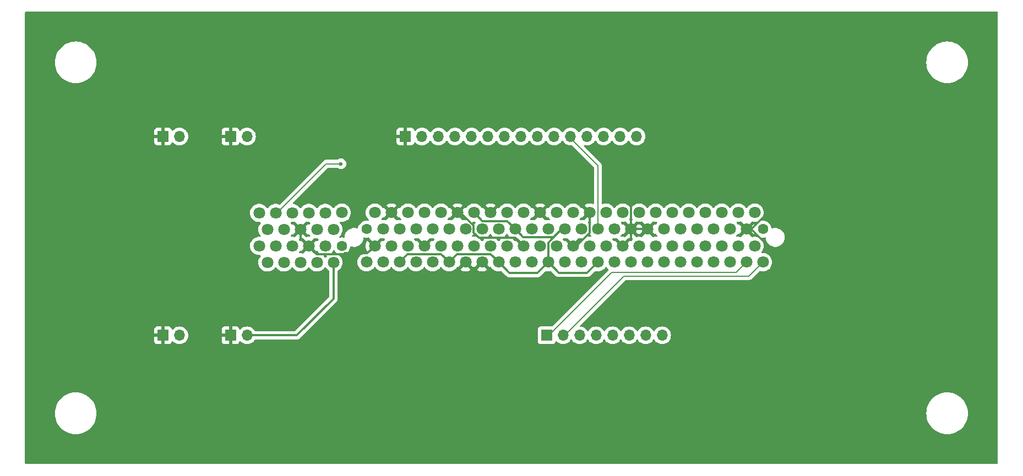
<source format=gbr>
%TF.GenerationSoftware,KiCad,Pcbnew,8.0.6*%
%TF.CreationDate,2025-01-09T01:40:23-04:00*%
%TF.ProjectId,nsec-badge-2025-baseboard,6e736563-2d62-4616-9467-652d32303235,rev?*%
%TF.SameCoordinates,Original*%
%TF.FileFunction,Copper,L1,Top*%
%TF.FilePolarity,Positive*%
%FSLAX46Y46*%
G04 Gerber Fmt 4.6, Leading zero omitted, Abs format (unit mm)*
G04 Created by KiCad (PCBNEW 8.0.6) date 2025-01-09 01:40:23*
%MOMM*%
%LPD*%
G01*
G04 APERTURE LIST*
%TA.AperFunction,ComponentPad*%
%ADD10R,1.700000X1.700000*%
%TD*%
%TA.AperFunction,ComponentPad*%
%ADD11O,1.700000X1.700000*%
%TD*%
%TA.AperFunction,ComponentPad*%
%ADD12C,1.800000*%
%TD*%
%TA.AperFunction,ComponentPad*%
%ADD13C,1.600000*%
%TD*%
%TA.AperFunction,ViaPad*%
%ADD14C,0.600000*%
%TD*%
%TA.AperFunction,Conductor*%
%ADD15C,0.300000*%
%TD*%
%TA.AperFunction,Conductor*%
%ADD16C,0.200000*%
%TD*%
G04 APERTURE END LIST*
D10*
%TO.P,J3,1,Pin_1*%
%TO.N,GND*%
X95600000Y-93600000D03*
D11*
%TO.P,J3,2,Pin_2*%
%TO.N,VDD*%
X98140000Y-93600000D03*
%TD*%
D10*
%TO.P,J1,1,Pin_1*%
%TO.N,GND*%
X132900000Y-63000000D03*
D11*
%TO.P,J1,2,Pin_2*%
%TO.N,RGB_OUT*%
X135440000Y-63000000D03*
%TO.P,J1,3,Pin_3*%
%TO.N,I2C_SCL*%
X137980000Y-63000000D03*
%TO.P,J1,4,Pin_4*%
%TO.N,I2C_SDA*%
X140520000Y-63000000D03*
%TO.P,J1,5,Pin_5*%
%TO.N,BTN_A*%
X143060000Y-63000000D03*
%TO.P,J1,6,Pin_6*%
%TO.N,RESET*%
X145600000Y-63000000D03*
%TO.P,J1,7,Pin_7*%
%TO.N,UART_RX*%
X148140000Y-63000000D03*
%TO.P,J1,8,Pin_8*%
%TO.N,UART_TX*%
X150680000Y-63000000D03*
%TO.P,J1,9,Pin_9*%
%TO.N,GPIO1*%
X153220000Y-63000000D03*
%TO.P,J1,10,Pin_10*%
%TO.N,GPIO2*%
X155760000Y-63000000D03*
%TO.P,J1,11,Pin_11*%
%TO.N,GPIO3*%
X158300000Y-63000000D03*
%TO.P,J1,12,Pin_12*%
%TO.N,IR_OUT*%
X160840000Y-63000000D03*
%TO.P,J1,13,Pin_13*%
%TO.N,IR_IN*%
X163380000Y-63000000D03*
%TO.P,J1,14,Pin_14*%
%TO.N,BTN_DOWN*%
X165920000Y-63000000D03*
%TO.P,J1,15,Pin_15*%
%TO.N,BTN_UP*%
X168460000Y-63000000D03*
%TD*%
D10*
%TO.P,J7,1,Pin_1*%
%TO.N,GND*%
X106000000Y-63000000D03*
D11*
%TO.P,J7,2,Pin_2*%
%TO.N,+3V3*%
X108540000Y-63000000D03*
%TD*%
D10*
%TO.P,J4,1,Pin_1*%
%TO.N,GND*%
X106000000Y-93600000D03*
D11*
%TO.P,J4,2,Pin_2*%
%TO.N,+3V3*%
X108540000Y-93600000D03*
%TD*%
D12*
%TO.P,J5,A1,~{TRST#}*%
%TO.N,SV2*%
X187870154Y-82345136D03*
%TO.P,J5,A2,+12V*%
%TO.N,unconnected-(J5-+12V-PadA2)*%
X186600152Y-79845009D03*
%TO.P,J5,A3,TMS*%
%TO.N,SV1*%
X185330149Y-82345136D03*
%TO.P,J5,A4,TDI*%
%TO.N,unconnected-(J5-TDI-PadA4)*%
X184060147Y-79845009D03*
%TO.P,J5,A5,+5V*%
%TO.N,VDD*%
X182790144Y-82345136D03*
%TO.P,J5,A6,~{INTA#}*%
%TO.N,unconnected-(J5-~{INTA#}-PadA6)*%
X181520142Y-79845009D03*
%TO.P,J5,A7,~{INTC#}*%
%TO.N,unconnected-(J5-~{INTC#}-PadA7)*%
X180250139Y-82345136D03*
%TO.P,J5,A8,+5V*%
%TO.N,VDD*%
X178980137Y-79845009D03*
%TO.P,J5,A9,RESERVED*%
%TO.N,SV8*%
X177710134Y-82345136D03*
%TO.P,J5,A10,VIO*%
%TO.N,SV7*%
X176440132Y-79845009D03*
%TO.P,J5,A11,RESERVED*%
%TO.N,unconnected-(J5-RESERVED-PadA11)*%
X175170129Y-82345136D03*
%TO.P,J5,A12*%
%TO.N,N/C*%
X173900127Y-79845009D03*
%TO.P,J5,A13*%
X172630124Y-82345136D03*
%TO.P,J5,A14,3.3VAUX*%
%TO.N,unconnected-(J5-3.3VAUX-PadA14)*%
X171360121Y-79845009D03*
%TO.P,J5,A15,~{RST#}*%
%TO.N,unconnected-(J5-~{RST#}-PadA15)*%
X170090119Y-82345136D03*
%TO.P,J5,A16,VIO*%
%TO.N,unconnected-(J5-VIO-PadA16)*%
X168820116Y-79845009D03*
%TO.P,J5,A17,~{GNT#}*%
%TO.N,unconnected-(J5-~{GNT#}-PadA17)*%
X167550114Y-82345136D03*
%TO.P,J5,A18,GND*%
%TO.N,GND*%
X166280111Y-79845009D03*
%TO.P,J5,A19,PME#*%
%TO.N,unconnected-(J5-PME#-PadA19)*%
X165010109Y-82345136D03*
%TO.P,J5,A20,AD[30]*%
%TO.N,unconnected-(J5-AD[30]-PadA20)*%
X163740106Y-79845009D03*
%TO.P,J5,A21,+3.3V*%
%TO.N,+3V3*%
X162470104Y-82345136D03*
%TO.P,J5,A22,AD[28]*%
%TO.N,unconnected-(J5-AD[28]-PadA22)*%
X161200101Y-79845009D03*
%TO.P,J5,A23,AD[26]*%
%TO.N,unconnected-(J5-AD[26]-PadA23)*%
X159930099Y-82345136D03*
%TO.P,J5,A24,GND*%
%TO.N,GND*%
X158660096Y-79845009D03*
%TO.P,J5,A25,AD[24]*%
%TO.N,unconnected-(J5-AD[24]-PadA25)*%
X157390094Y-82345136D03*
%TO.P,J5,A26,IDSEL*%
%TO.N,unconnected-(J5-IDSEL-PadA26)*%
X156120091Y-79845009D03*
%TO.P,J5,A27,+3.3V*%
%TO.N,+3V3*%
X154850088Y-82345136D03*
%TO.P,J5,A28,AD[22]*%
%TO.N,unconnected-(J5-AD[22]-PadA28)*%
X153580086Y-79845009D03*
%TO.P,J5,A29,AD[20]*%
%TO.N,unconnected-(J5-AD[20]-PadA29)*%
X152310083Y-82345136D03*
%TO.P,J5,A30,GND*%
%TO.N,GND*%
X151040081Y-79845009D03*
%TO.P,J5,A31,AD[18]*%
%TO.N,unconnected-(J5-AD[18]-PadA31)*%
X149770078Y-82345136D03*
%TO.P,J5,A32,AD[16]*%
%TO.N,unconnected-(J5-AD[16]-PadA32)*%
X148500076Y-79845009D03*
%TO.P,J5,A33,+3.3V*%
%TO.N,+3V3*%
X147230073Y-82345136D03*
%TO.P,J5,A34,~{FRAME#}*%
%TO.N,unconnected-(J5-~{FRAME#}-PadA34)*%
X145960071Y-79845009D03*
%TO.P,J5,A35,GND*%
%TO.N,GND*%
X144690068Y-82345136D03*
%TO.P,J5,A36,~{TRDY#}*%
%TO.N,SV6*%
X143420066Y-79845009D03*
%TO.P,J5,A37,GND*%
%TO.N,GND*%
X142150063Y-82345136D03*
%TO.P,J5,A38,~{STOP#}*%
%TO.N,SV5*%
X140880060Y-79845009D03*
%TO.P,J5,A39,+3.3V*%
%TO.N,+3V3*%
X139610058Y-82345136D03*
%TO.P,J5,A40,RESERVED*%
%TO.N,unconnected-(J5-RESERVED-PadA40)*%
X138340055Y-79845009D03*
%TO.P,J5,A41,RESERVED*%
%TO.N,unconnected-(J5-RESERVED-PadA41)*%
X137070053Y-82345136D03*
%TO.P,J5,A42,GND*%
%TO.N,GND*%
X135800050Y-79845009D03*
%TO.P,J5,A43,PAR*%
%TO.N,unconnected-(J5-PAR-PadA43)*%
X134530048Y-82345136D03*
%TO.P,J5,A44,AD[15]*%
%TO.N,unconnected-(J5-AD[15]-PadA44)*%
X133260045Y-79845009D03*
%TO.P,J5,A45,+3.3V*%
%TO.N,+3V3*%
X131990043Y-82345136D03*
%TO.P,J5,A46,AD[13]*%
%TO.N,unconnected-(J5-AD[13]-PadA46)*%
X130720040Y-79845009D03*
%TO.P,J5,A47,AD[11]*%
%TO.N,SV4*%
X129450038Y-82345136D03*
%TO.P,J5,A48,GND*%
%TO.N,GND*%
X128180035Y-79845009D03*
%TO.P,J5,A49,AD[09]*%
%TO.N,SV3*%
X126910033Y-82345136D03*
D13*
%TO.P,J5,A52,~{C/BE#[0]}*%
%TO.N,unconnected-(J5-~{C{slash}BE#[0]}-PadA52)*%
X123100025Y-79845009D03*
D12*
%TO.P,J5,A53,+3.3V*%
%TO.N,+3V3*%
X121830022Y-82385014D03*
%TO.P,J5,A54,AD[06]*%
%TO.N,unconnected-(J5-AD[06]-PadA54)*%
X120560020Y-79845009D03*
%TO.P,J5,A55'*%
%TO.N,N/C*%
X119290017Y-82385014D03*
%TO.P,J5,A56,GND*%
%TO.N,GND*%
X118020015Y-79845009D03*
%TO.P,J5,A57,AD[02]*%
%TO.N,unconnected-(J5-AD[02]-PadA57)*%
X116750012Y-82385014D03*
%TO.P,J5,A58,AD[00]*%
%TO.N,unconnected-(J5-AD[00]-PadA58)*%
X115480010Y-79845009D03*
%TO.P,J5,A59,VIO*%
%TO.N,unconnected-(J5-VIO-PadA59)*%
X114210007Y-82385014D03*
%TO.P,J5,A60,~{REQ64#}*%
%TO.N,unconnected-(J5-~{REQ64#}-PadA60)*%
X112940005Y-79845009D03*
%TO.P,J5,A61,+5V*%
%TO.N,VDD*%
X111670002Y-82385014D03*
%TO.P,J5,A62,+5V*%
X110400000Y-79845009D03*
D13*
%TO.P,J5,B1,-12V*%
%TO.N,unconnected-(J5--12V-PadB1)*%
X187870154Y-77265125D03*
D12*
%TO.P,J5,B2,TCK*%
%TO.N,BTN_UP*%
X186600152Y-74725120D03*
%TO.P,J5,B3,GND*%
%TO.N,GND*%
X185330149Y-77265125D03*
%TO.P,J5,B4,TDO*%
%TO.N,BTN_DOWN*%
X184060147Y-74725120D03*
%TO.P,J5,B5,+5V*%
%TO.N,VDD*%
X182790144Y-77265125D03*
%TO.P,J5,B6,+5V*%
X181520142Y-74725120D03*
%TO.P,J5,B7,~{INTB#}*%
%TO.N,IR_IN*%
X180250139Y-77265125D03*
%TO.P,J5,B8,~{INTD#}*%
%TO.N,IR_OUT*%
X178980137Y-74725120D03*
%TO.P,J5,B9,~{PRSNT1#}*%
%TO.N,unconnected-(J5-~{PRSNT1#}-PadB9)*%
X177710134Y-77265125D03*
%TO.P,J5,B10,RESERVED*%
%TO.N,unconnected-(J5-RESERVED-PadB10)*%
X176440132Y-74725120D03*
%TO.P,J5,B11,~{PRSNT2#}*%
%TO.N,unconnected-(J5-~{PRSNT2#}-PadB11)*%
X175170129Y-77265125D03*
%TO.P,J5,B12*%
%TO.N,N/C*%
X173900127Y-74725120D03*
%TO.P,J5,B13*%
X172630124Y-77265125D03*
%TO.P,J5,B14,RESERVED*%
%TO.N,unconnected-(J5-RESERVED-PadB14)*%
X171360121Y-74725120D03*
%TO.P,J5,B15,GND*%
%TO.N,GND*%
X170090119Y-77265125D03*
%TO.P,J5,B16,CLK*%
%TO.N,unconnected-(J5-CLK-PadB16)*%
X168820116Y-74725120D03*
%TO.P,J5,B17,GND*%
%TO.N,GND*%
X167550114Y-77265125D03*
%TO.P,J5,B18,~{REQ#}*%
%TO.N,unconnected-(J5-~{REQ#}-PadB18)*%
X166280111Y-74725120D03*
%TO.P,J5,B19,VIO*%
%TO.N,GPIO1*%
X165010109Y-77265125D03*
%TO.P,J5,B20,AD[31]*%
%TO.N,GPIO2*%
X163740106Y-74725120D03*
%TO.P,J5,B21,AD[29]*%
%TO.N,GPIO3*%
X162470104Y-77265125D03*
%TO.P,J5,B22,GND*%
%TO.N,GND*%
X161200101Y-74725120D03*
%TO.P,J5,B23,AD[27]*%
%TO.N,UART_TX*%
X159930099Y-77265125D03*
%TO.P,J5,B24,AD[25]*%
%TO.N,UART_RX*%
X158660096Y-74725120D03*
%TO.P,J5,B25,+3.3V*%
%TO.N,+3V3*%
X157390094Y-77265125D03*
%TO.P,J5,B26,C/BE#[3]*%
%TO.N,unconnected-(J5-C{slash}BE#[3]-PadB26)*%
X156120091Y-74725120D03*
%TO.P,J5,B27,AD[23]*%
%TO.N,unconnected-(J5-AD[23]-PadB27)*%
X154850088Y-77265125D03*
%TO.P,J5,B28,GND*%
%TO.N,GND*%
X153580086Y-74725120D03*
%TO.P,J5,B29,AD[21]*%
%TO.N,RESET*%
X152310083Y-77265125D03*
%TO.P,J5,B30,AD[19]*%
%TO.N,BTN_A*%
X151040081Y-74725120D03*
%TO.P,J5,B31,+3.3V*%
%TO.N,+3V3*%
X149770078Y-77265125D03*
%TO.P,J5,B32,AD[17]*%
%TO.N,I2C_SDA*%
X148500076Y-74725120D03*
%TO.P,J5,B33,~{C/BE#[2]}*%
%TO.N,I2C_SCL*%
X147230073Y-77265125D03*
%TO.P,J5,B34,GND*%
%TO.N,GND*%
X145960071Y-74725120D03*
%TO.P,J5,B35,~{IRDY#}*%
%TO.N,unconnected-(J5-~{IRDY#}-PadB35)*%
X144690068Y-77265125D03*
%TO.P,J5,B36,+3.3V*%
%TO.N,+3V3*%
X143420066Y-74725120D03*
%TO.P,J5,B37,~{DEVSEL#}*%
%TO.N,unconnected-(J5-~{DEVSEL#}-PadB37)*%
X142150063Y-77265125D03*
%TO.P,J5,B38,GND*%
%TO.N,GND*%
X140880060Y-74725120D03*
%TO.P,J5,B39,~{LOCK#}*%
%TO.N,unconnected-(J5-~{LOCK#}-PadB39)*%
X139610058Y-77265125D03*
%TO.P,J5,B40,~{PERR#}*%
%TO.N,unconnected-(J5-~{PERR#}-PadB40)*%
X138340055Y-74725120D03*
%TO.P,J5,B41,+3.3V*%
%TO.N,+3V3*%
X137070053Y-77265125D03*
%TO.P,J5,B42,~{SERR#}*%
%TO.N,unconnected-(J5-~{SERR#}-PadB42)*%
X135800050Y-74725120D03*
%TO.P,J5,B43,+3.3V*%
%TO.N,+3V3*%
X134530048Y-77265125D03*
%TO.P,J5,B44,~{C/BE#[1]}*%
%TO.N,unconnected-(J5-~{C{slash}BE#[1]}-PadB44)*%
X133260045Y-74725120D03*
%TO.P,J5,B45,AD[14]*%
%TO.N,unconnected-(J5-AD[14]-PadB45)*%
X131990043Y-77265125D03*
%TO.P,J5,B46,GND*%
%TO.N,GND*%
X130720040Y-74725120D03*
%TO.P,J5,B47,AD[12]*%
%TO.N,unconnected-(J5-AD[12]-PadB47)*%
X129450038Y-77265125D03*
%TO.P,J5,B48,AD[10]*%
%TO.N,unconnected-(J5-AD[10]-PadB48)*%
X128180035Y-74725120D03*
D13*
%TO.P,J5,B49,M66EN*%
%TO.N,unconnected-(J5-M66EN-PadB49)*%
X126910033Y-77265125D03*
D12*
%TO.P,J5,B52,AD[08]*%
%TO.N,unconnected-(J5-AD[08]-PadB52)*%
X123100025Y-74725120D03*
%TO.P,J5,B53,AD[07]*%
%TO.N,unconnected-(J5-AD[07]-PadB53)*%
X121830022Y-77305003D03*
%TO.P,J5,B54,+3.3V*%
%TO.N,+3V3*%
X120560020Y-74764998D03*
%TO.P,J5,B55,AD[05]*%
%TO.N,unconnected-(J5-AD[05]-PadB55)*%
X119290017Y-77305003D03*
%TO.P,J5,B56,AD[03]*%
%TO.N,unconnected-(J5-AD[03]-PadB56)*%
X118020015Y-74764998D03*
%TO.P,J5,B57,GND*%
%TO.N,GND*%
X116750012Y-77305003D03*
%TO.P,J5,B58,AD[01]*%
%TO.N,unconnected-(J5-AD[01]-PadB58)*%
X115480010Y-74764998D03*
%TO.P,J5,B59,VIO*%
%TO.N,unconnected-(J5-VIO-PadB59)*%
X114210007Y-77305003D03*
%TO.P,J5,B60,~{ACK64#}*%
%TO.N,RGB_OUT*%
X112940005Y-74764998D03*
%TO.P,J5,B61,+5V*%
%TO.N,VDD*%
X111670002Y-77305003D03*
%TO.P,J5,B62,+5V*%
X110400000Y-74764998D03*
%TD*%
D10*
%TO.P,J2,1,Pin_1*%
%TO.N,SV1*%
X154600035Y-93600000D03*
D11*
%TO.P,J2,2,Pin_2*%
%TO.N,SV2*%
X157140035Y-93600000D03*
%TO.P,J2,3,Pin_3*%
%TO.N,SV3*%
X159680035Y-93600000D03*
%TO.P,J2,4,Pin_4*%
%TO.N,SV4*%
X162220035Y-93600000D03*
%TO.P,J2,5,Pin_5*%
%TO.N,SV5*%
X164760035Y-93600000D03*
%TO.P,J2,6,Pin_6*%
%TO.N,SV6*%
X167300035Y-93600000D03*
%TO.P,J2,7,Pin_7*%
%TO.N,SV7*%
X169840035Y-93600000D03*
%TO.P,J2,8,Pin_8*%
%TO.N,SV8*%
X172380035Y-93600000D03*
%TD*%
D10*
%TO.P,J6,1,Pin_1*%
%TO.N,GND*%
X95600000Y-63000000D03*
D11*
%TO.P,J6,2,Pin_2*%
%TO.N,VDD*%
X98140000Y-63000000D03*
%TD*%
D14*
%TO.N,RGB_OUT*%
X123000000Y-67200000D03*
%TD*%
D15*
%TO.N,GND*%
X116750012Y-78575006D02*
X116750012Y-77305003D01*
X123596260Y-80975120D02*
X127049924Y-80975120D01*
X123476371Y-81095009D02*
X123596260Y-80975120D01*
X167550114Y-77265125D02*
X170090119Y-77265125D01*
X161200101Y-77858972D02*
X161200101Y-74725120D01*
X186102387Y-77265125D02*
X188242392Y-75125120D01*
X151040081Y-79845009D02*
X149790081Y-78595009D01*
X158660096Y-79845009D02*
X159214064Y-79845009D01*
X143400063Y-77782892D02*
X143400063Y-76747358D01*
X167550114Y-78575006D02*
X166280111Y-79845009D01*
X185330149Y-77265125D02*
X186102387Y-77265125D01*
X167550114Y-77265125D02*
X167550114Y-73495199D01*
X127049924Y-80975120D02*
X128180035Y-79845009D01*
X118020015Y-79845009D02*
X116750012Y-78575006D01*
X144212180Y-78595009D02*
X143400063Y-77782892D01*
X118020015Y-79845009D02*
X119270015Y-81095009D01*
X167550114Y-73495199D02*
X167180035Y-73125120D01*
X119270015Y-81095009D02*
X123476371Y-81095009D01*
X149790081Y-78595009D02*
X144212180Y-78595009D01*
X159214064Y-79845009D02*
X161200101Y-77858972D01*
X188242392Y-75125120D02*
X188380035Y-75125120D01*
X167550114Y-77265125D02*
X167550114Y-78575006D01*
X185330149Y-77265125D02*
X186024606Y-77265125D01*
X143400063Y-76747358D02*
X141377825Y-74725120D01*
X186024606Y-77265125D02*
X188632318Y-79872837D01*
X141377825Y-74725120D02*
X140880060Y-74725120D01*
%TO.N,+3V3*%
X154850088Y-79347245D02*
X156932208Y-77265125D01*
X147230073Y-82345136D02*
X145979946Y-81095009D01*
X148520078Y-76015125D02*
X144710071Y-76015125D01*
X154850088Y-82345136D02*
X154850088Y-79347245D01*
X149770078Y-77265125D02*
X148520078Y-76015125D01*
X108865000Y-93600000D02*
X108790000Y-93675000D01*
X148910057Y-84025120D02*
X153170104Y-84025120D01*
X138360058Y-81095136D02*
X133240043Y-81095136D01*
X133240043Y-81095136D02*
X131990043Y-82345136D01*
X147230073Y-82345136D02*
X148910057Y-84025120D01*
X121830022Y-87969978D02*
X116200000Y-93600000D01*
X154850088Y-82345136D02*
X156480072Y-83975120D01*
X151020078Y-78515125D02*
X149770078Y-77265125D01*
X156480072Y-83975120D02*
X160840120Y-83975120D01*
X116200000Y-93600000D02*
X108865000Y-93600000D01*
X145979946Y-81095009D02*
X140860185Y-81095009D01*
X156932208Y-77265125D02*
X155682208Y-78515125D01*
X160840120Y-83975120D02*
X162470104Y-82345136D01*
X156932208Y-77265125D02*
X157390094Y-77265125D01*
X153170104Y-84025120D02*
X154850088Y-82345136D01*
X139610058Y-82345136D02*
X138360058Y-81095136D01*
X121830022Y-82385014D02*
X121830022Y-87969978D01*
X140860185Y-81095009D02*
X139610058Y-82345136D01*
X144710071Y-76015125D02*
X143420066Y-74725120D01*
X155682208Y-78515125D02*
X151020078Y-78515125D01*
%TO.N,VDD*%
X179579444Y-79845009D02*
X178980137Y-79845009D01*
X182790144Y-77265125D02*
X182159328Y-77265125D01*
X178980137Y-79845009D02*
X179610953Y-79845009D01*
D16*
%TO.N,GPIO3*%
X162470104Y-77265125D02*
X162470104Y-67455189D01*
X158300000Y-63285085D02*
X158300000Y-63200000D01*
X162470104Y-67455189D02*
X158300000Y-63285085D01*
%TO.N,RGB_OUT*%
X112940005Y-74764998D02*
X113140157Y-74764998D01*
X135440000Y-63300000D02*
X135440000Y-63200000D01*
X113140157Y-74764998D02*
X120705155Y-67200000D01*
X120705155Y-67200000D02*
X123000000Y-67200000D01*
%TO.N,SV2*%
X166490035Y-84475120D02*
X157140035Y-93825120D01*
X157140035Y-93825120D02*
X157140035Y-93925120D01*
X185740170Y-84475120D02*
X166490035Y-84475120D01*
X187870154Y-82345136D02*
X185740170Y-84475120D01*
%TO.N,SV1*%
X185330149Y-82345136D02*
X183740165Y-83935120D01*
X154700035Y-93825120D02*
X154600035Y-93825120D01*
X164590035Y-83935120D02*
X154700035Y-93825120D01*
X183740165Y-83935120D02*
X164590035Y-83935120D01*
%TD*%
%TA.AperFunction,Conductor*%
%TO.N,GND*%
G36*
X120438832Y-81245415D02*
G01*
X120438860Y-81245086D01*
X120443965Y-81245509D01*
X120443971Y-81245509D01*
X120676075Y-81245509D01*
X120681180Y-81245086D01*
X120681329Y-81246890D01*
X120742833Y-81254302D01*
X120796669Y-81298838D01*
X120817882Y-81365409D01*
X120799735Y-81432882D01*
X120785145Y-81452227D01*
X120721037Y-81521868D01*
X120663827Y-81609434D01*
X120610680Y-81654791D01*
X120541449Y-81664214D01*
X120478114Y-81634711D01*
X120456210Y-81609434D01*
X120398996Y-81521861D01*
X120387030Y-81508862D01*
X120334894Y-81452227D01*
X120303972Y-81389573D01*
X120311833Y-81320146D01*
X120355980Y-81265991D01*
X120422398Y-81244301D01*
X120438832Y-81245415D01*
G37*
%TD.AperFunction*%
%TA.AperFunction,Conductor*%
G36*
X117507485Y-80057306D02*
G01*
X117579895Y-80182725D01*
X117682299Y-80285129D01*
X117807718Y-80357539D01*
X117849769Y-80368806D01*
X117224816Y-80993760D01*
X117163493Y-81027245D01*
X117100074Y-81023549D01*
X117099967Y-81023975D01*
X117097750Y-81023413D01*
X117096879Y-81023363D01*
X117094994Y-81022716D01*
X116921469Y-80993760D01*
X116866061Y-80984514D01*
X116633963Y-80984514D01*
X116633957Y-80984514D01*
X116628852Y-80984937D01*
X116628703Y-80983144D01*
X116567146Y-80975698D01*
X116513330Y-80931138D01*
X116492148Y-80864556D01*
X116510325Y-80797092D01*
X116524880Y-80777803D01*
X116588989Y-80708162D01*
X116646503Y-80620130D01*
X116699648Y-80574774D01*
X116768879Y-80565350D01*
X116832215Y-80594851D01*
X116854120Y-80620131D01*
X116868827Y-80642642D01*
X117496216Y-80015253D01*
X117507485Y-80057306D01*
G37*
%TD.AperFunction*%
%TA.AperFunction,Conductor*%
G36*
X119171201Y-80642642D02*
G01*
X119185910Y-80620130D01*
X119239056Y-80574773D01*
X119308288Y-80565350D01*
X119371623Y-80594852D01*
X119393526Y-80620129D01*
X119451041Y-80708162D01*
X119477269Y-80736653D01*
X119515142Y-80777795D01*
X119546064Y-80840449D01*
X119538203Y-80909876D01*
X119494056Y-80964031D01*
X119427638Y-80985721D01*
X119411204Y-80984609D01*
X119411177Y-80984937D01*
X119406072Y-80984514D01*
X119406066Y-80984514D01*
X119173968Y-80984514D01*
X119118560Y-80993760D01*
X118945034Y-81022716D01*
X118943150Y-81023363D01*
X118942333Y-81023399D01*
X118940062Y-81023975D01*
X118939943Y-81023507D01*
X118873351Y-81026508D01*
X118815213Y-80993760D01*
X118190260Y-80368806D01*
X118232312Y-80357539D01*
X118357731Y-80285129D01*
X118460135Y-80182725D01*
X118532545Y-80057306D01*
X118543812Y-80015253D01*
X119171201Y-80642642D01*
G37*
%TD.AperFunction*%
%TA.AperFunction,Conductor*%
G36*
X121970605Y-80505497D02*
G01*
X121990273Y-80527472D01*
X122023394Y-80574774D01*
X122099979Y-80684150D01*
X122217631Y-80801802D01*
X122251116Y-80863125D01*
X122246132Y-80932817D01*
X122204260Y-80988750D01*
X122138796Y-81013167D01*
X122109541Y-81011792D01*
X121946071Y-80984514D01*
X121713973Y-80984514D01*
X121713967Y-80984514D01*
X121708862Y-80984937D01*
X121708713Y-80983144D01*
X121647156Y-80975698D01*
X121593340Y-80931138D01*
X121572158Y-80864556D01*
X121590335Y-80797092D01*
X121604890Y-80777803D01*
X121668999Y-80708162D01*
X121784891Y-80530776D01*
X121838038Y-80485419D01*
X121907269Y-80475995D01*
X121970605Y-80505497D01*
G37*
%TD.AperFunction*%
%TA.AperFunction,Conductor*%
G36*
X117224422Y-78695863D02*
G01*
X117849770Y-79321210D01*
X117807718Y-79332479D01*
X117682299Y-79404889D01*
X117579895Y-79507293D01*
X117507485Y-79632712D01*
X117496216Y-79674764D01*
X116868826Y-79047374D01*
X116854118Y-79069887D01*
X116800971Y-79115243D01*
X116731740Y-79124666D01*
X116668404Y-79095163D01*
X116646501Y-79069885D01*
X116588993Y-78981861D01*
X116588990Y-78981858D01*
X116588989Y-78981856D01*
X116524332Y-78911620D01*
X116493412Y-78848968D01*
X116501272Y-78779542D01*
X116545419Y-78725387D01*
X116611837Y-78703696D01*
X116628871Y-78704851D01*
X116628894Y-78704580D01*
X116633999Y-78705003D01*
X116866019Y-78705003D01*
X117094867Y-78666815D01*
X117096468Y-78666266D01*
X117097164Y-78666234D01*
X117099844Y-78665556D01*
X117099983Y-78666107D01*
X117166267Y-78663110D01*
X117224422Y-78695863D01*
G37*
%TD.AperFunction*%
%TA.AperFunction,Conductor*%
G36*
X134933703Y-78637589D02*
G01*
X134972429Y-78663835D01*
X135629805Y-79321210D01*
X135587753Y-79332479D01*
X135462334Y-79404889D01*
X135359930Y-79507293D01*
X135287520Y-79632712D01*
X135276251Y-79674764D01*
X134648861Y-79047374D01*
X134634153Y-79069887D01*
X134581006Y-79115243D01*
X134511775Y-79124666D01*
X134448439Y-79095163D01*
X134426536Y-79069885D01*
X134384713Y-79005870D01*
X134369024Y-78981856D01*
X134261548Y-78865105D01*
X134230626Y-78802451D01*
X134238486Y-78733025D01*
X134282634Y-78678869D01*
X134349051Y-78657179D01*
X134373178Y-78658813D01*
X134413999Y-78665625D01*
X134414002Y-78665625D01*
X134646096Y-78665625D01*
X134646097Y-78665625D01*
X134864338Y-78629207D01*
X134933703Y-78637589D01*
G37*
%TD.AperFunction*%
%TA.AperFunction,Conductor*%
G36*
X150173734Y-78637588D02*
G01*
X150212460Y-78663834D01*
X150869836Y-79321210D01*
X150827784Y-79332479D01*
X150702365Y-79404889D01*
X150599961Y-79507293D01*
X150527551Y-79632712D01*
X150516282Y-79674764D01*
X149888892Y-79047374D01*
X149874184Y-79069887D01*
X149821037Y-79115243D01*
X149751806Y-79124666D01*
X149688470Y-79095163D01*
X149666567Y-79069885D01*
X149624744Y-79005870D01*
X149609055Y-78981856D01*
X149501579Y-78865105D01*
X149470657Y-78802451D01*
X149478517Y-78733025D01*
X149522665Y-78678869D01*
X149589082Y-78657179D01*
X149613217Y-78658814D01*
X149634055Y-78662291D01*
X149654027Y-78665625D01*
X149654029Y-78665625D01*
X149886126Y-78665625D01*
X149886127Y-78665625D01*
X150104371Y-78629206D01*
X150173734Y-78637588D01*
G37*
%TD.AperFunction*%
%TA.AperFunction,Conductor*%
G36*
X157793749Y-78637589D02*
G01*
X157832475Y-78663835D01*
X158489851Y-79321210D01*
X158447799Y-79332479D01*
X158322380Y-79404889D01*
X158219976Y-79507293D01*
X158147566Y-79632712D01*
X158136297Y-79674764D01*
X157508907Y-79047374D01*
X157494199Y-79069887D01*
X157441052Y-79115243D01*
X157371821Y-79124666D01*
X157308485Y-79095163D01*
X157286582Y-79069885D01*
X157244759Y-79005870D01*
X157229070Y-78981856D01*
X157121594Y-78865105D01*
X157090672Y-78802451D01*
X157098532Y-78733025D01*
X157142680Y-78678869D01*
X157209097Y-78657179D01*
X157233224Y-78658813D01*
X157274045Y-78665625D01*
X157274048Y-78665625D01*
X157506142Y-78665625D01*
X157506143Y-78665625D01*
X157724384Y-78629207D01*
X157793749Y-78637589D01*
G37*
%TD.AperFunction*%
%TA.AperFunction,Conductor*%
G36*
X165413764Y-78637589D02*
G01*
X165452490Y-78663835D01*
X166109866Y-79321210D01*
X166067814Y-79332479D01*
X165942395Y-79404889D01*
X165839991Y-79507293D01*
X165767581Y-79632712D01*
X165756312Y-79674764D01*
X165128922Y-79047374D01*
X165114214Y-79069887D01*
X165061067Y-79115243D01*
X164991836Y-79124666D01*
X164928500Y-79095163D01*
X164906597Y-79069885D01*
X164864774Y-79005870D01*
X164849085Y-78981856D01*
X164741609Y-78865105D01*
X164710687Y-78802451D01*
X164718547Y-78733025D01*
X164762695Y-78678869D01*
X164829112Y-78657179D01*
X164853239Y-78658813D01*
X164894060Y-78665625D01*
X164894063Y-78665625D01*
X165126157Y-78665625D01*
X165126158Y-78665625D01*
X165344399Y-78629207D01*
X165413764Y-78637589D01*
G37*
%TD.AperFunction*%
%TA.AperFunction,Conductor*%
G36*
X118939953Y-78666469D02*
G01*
X118940062Y-78666042D01*
X118942290Y-78666606D01*
X118943160Y-78666657D01*
X118945036Y-78667301D01*
X119173968Y-78705503D01*
X119173969Y-78705503D01*
X119406072Y-78705503D01*
X119411177Y-78705080D01*
X119411326Y-78706878D01*
X119472855Y-78714306D01*
X119526683Y-78758852D01*
X119547882Y-78825428D01*
X119529723Y-78892896D01*
X119515144Y-78912221D01*
X119451037Y-78981859D01*
X119393526Y-79069887D01*
X119340380Y-79115244D01*
X119271148Y-79124667D01*
X119207813Y-79095165D01*
X119185909Y-79069886D01*
X119171201Y-79047374D01*
X118543812Y-79674763D01*
X118532545Y-79632712D01*
X118460135Y-79507293D01*
X118357731Y-79404889D01*
X118232312Y-79332479D01*
X118190259Y-79321210D01*
X118815212Y-78696256D01*
X118876535Y-78662771D01*
X118939953Y-78666469D01*
G37*
%TD.AperFunction*%
%TA.AperFunction,Conductor*%
G36*
X129333989Y-78665625D02*
G01*
X129333990Y-78665625D01*
X129566089Y-78665625D01*
X129583190Y-78662771D01*
X129606895Y-78658815D01*
X129676259Y-78667195D01*
X129730082Y-78711747D01*
X129751274Y-78778325D01*
X129733108Y-78845791D01*
X129718537Y-78865105D01*
X129611055Y-78981863D01*
X129553546Y-79069887D01*
X129500400Y-79115244D01*
X129431168Y-79124667D01*
X129367833Y-79095165D01*
X129345929Y-79069886D01*
X129331221Y-79047374D01*
X128703832Y-79674762D01*
X128692565Y-79632712D01*
X128620155Y-79507293D01*
X128517751Y-79404889D01*
X128392332Y-79332479D01*
X128350279Y-79321210D01*
X129007654Y-78663834D01*
X129068977Y-78630349D01*
X129115742Y-78629206D01*
X129333989Y-78665625D01*
G37*
%TD.AperFunction*%
%TA.AperFunction,Conductor*%
G36*
X136954004Y-78665625D02*
G01*
X136954005Y-78665625D01*
X137186104Y-78665625D01*
X137203205Y-78662771D01*
X137226910Y-78658815D01*
X137296274Y-78667195D01*
X137350097Y-78711747D01*
X137371289Y-78778325D01*
X137353123Y-78845791D01*
X137338552Y-78865105D01*
X137231070Y-78981863D01*
X137173561Y-79069887D01*
X137120415Y-79115244D01*
X137051183Y-79124667D01*
X136987848Y-79095165D01*
X136965944Y-79069886D01*
X136951236Y-79047374D01*
X136323847Y-79674762D01*
X136312580Y-79632712D01*
X136240170Y-79507293D01*
X136137766Y-79404889D01*
X136012347Y-79332479D01*
X135970294Y-79321210D01*
X136627669Y-78663834D01*
X136688992Y-78630349D01*
X136735757Y-78629206D01*
X136954004Y-78665625D01*
G37*
%TD.AperFunction*%
%TA.AperFunction,Conductor*%
G36*
X159814050Y-78665625D02*
G01*
X159814051Y-78665625D01*
X160046150Y-78665625D01*
X160063251Y-78662771D01*
X160086956Y-78658815D01*
X160156320Y-78667195D01*
X160210143Y-78711747D01*
X160231335Y-78778325D01*
X160213169Y-78845791D01*
X160198598Y-78865105D01*
X160091116Y-78981863D01*
X160033607Y-79069887D01*
X159980461Y-79115244D01*
X159911229Y-79124667D01*
X159847894Y-79095165D01*
X159825990Y-79069886D01*
X159811282Y-79047374D01*
X159183893Y-79674762D01*
X159172626Y-79632712D01*
X159100216Y-79507293D01*
X158997812Y-79404889D01*
X158872393Y-79332479D01*
X158830340Y-79321210D01*
X159487715Y-78663834D01*
X159549038Y-78630349D01*
X159595803Y-78629206D01*
X159814050Y-78665625D01*
G37*
%TD.AperFunction*%
%TA.AperFunction,Conductor*%
G36*
X167434108Y-78665125D02*
G01*
X167666120Y-78665125D01*
X167707523Y-78658216D01*
X167776888Y-78666598D01*
X167830710Y-78711151D01*
X167851901Y-78777729D01*
X167833733Y-78845196D01*
X167819163Y-78864507D01*
X167711133Y-78981859D01*
X167653622Y-79069887D01*
X167600476Y-79115244D01*
X167531244Y-79124667D01*
X167467909Y-79095165D01*
X167446005Y-79069886D01*
X167431297Y-79047374D01*
X166803908Y-79674762D01*
X166792641Y-79632712D01*
X166720231Y-79507293D01*
X166617827Y-79404889D01*
X166492408Y-79332479D01*
X166450355Y-79321210D01*
X167108164Y-78663400D01*
X167169487Y-78629915D01*
X167216255Y-78628772D01*
X167434108Y-78665125D01*
G37*
%TD.AperFunction*%
%TA.AperFunction,Conductor*%
G36*
X144533207Y-78658814D02*
G01*
X144554045Y-78662291D01*
X144574017Y-78665625D01*
X144574019Y-78665625D01*
X144806119Y-78665625D01*
X144826090Y-78662291D01*
X144846926Y-78658815D01*
X144916290Y-78667195D01*
X144970113Y-78711747D01*
X144991305Y-78778325D01*
X144973138Y-78845792D01*
X144958568Y-78865105D01*
X144851086Y-78981863D01*
X144793876Y-79069429D01*
X144740729Y-79114786D01*
X144671498Y-79124209D01*
X144608163Y-79094706D01*
X144586259Y-79069429D01*
X144554228Y-79020402D01*
X144529045Y-78981856D01*
X144421569Y-78865105D01*
X144390647Y-78802451D01*
X144398507Y-78733025D01*
X144442655Y-78678869D01*
X144509072Y-78657179D01*
X144533207Y-78658814D01*
G37*
%TD.AperFunction*%
%TA.AperFunction,Conductor*%
G36*
X147073212Y-78658814D02*
G01*
X147094050Y-78662291D01*
X147114022Y-78665625D01*
X147114024Y-78665625D01*
X147346124Y-78665625D01*
X147366095Y-78662291D01*
X147386931Y-78658815D01*
X147456295Y-78667195D01*
X147510118Y-78711747D01*
X147531310Y-78778325D01*
X147513143Y-78845792D01*
X147498573Y-78865105D01*
X147391091Y-78981863D01*
X147333881Y-79069429D01*
X147280734Y-79114786D01*
X147211503Y-79124209D01*
X147148168Y-79094706D01*
X147126264Y-79069429D01*
X147094233Y-79020402D01*
X147069050Y-78981856D01*
X146961574Y-78865105D01*
X146930652Y-78802451D01*
X146938512Y-78733025D01*
X146982660Y-78678869D01*
X147049077Y-78657179D01*
X147073212Y-78658814D01*
G37*
%TD.AperFunction*%
%TA.AperFunction,Conductor*%
G36*
X116237482Y-77517300D02*
G01*
X116309892Y-77642719D01*
X116412296Y-77745123D01*
X116537715Y-77817533D01*
X116579766Y-77828800D01*
X115954812Y-78453755D01*
X115893489Y-78487240D01*
X115830073Y-78483541D01*
X115829965Y-78483970D01*
X115827732Y-78483404D01*
X115826864Y-78483354D01*
X115824991Y-78482711D01*
X115807444Y-78479783D01*
X115596059Y-78444509D01*
X115363961Y-78444509D01*
X115363955Y-78444509D01*
X115358850Y-78444932D01*
X115358701Y-78443144D01*
X115297119Y-78435683D01*
X115243312Y-78391113D01*
X115222143Y-78324527D01*
X115240333Y-78257067D01*
X115254871Y-78237803D01*
X115318986Y-78168156D01*
X115376500Y-78080124D01*
X115429645Y-78034768D01*
X115498876Y-78025344D01*
X115562212Y-78054845D01*
X115584117Y-78080125D01*
X115598824Y-78102636D01*
X116226213Y-77475247D01*
X116237482Y-77517300D01*
G37*
%TD.AperFunction*%
%TA.AperFunction,Conductor*%
G36*
X117901198Y-78102636D02*
G01*
X117915907Y-78080124D01*
X117969053Y-78034767D01*
X118038285Y-78025344D01*
X118101620Y-78054846D01*
X118123524Y-78080124D01*
X118154980Y-78128272D01*
X118181038Y-78168156D01*
X118245693Y-78238390D01*
X118276614Y-78301043D01*
X118268754Y-78370469D01*
X118224606Y-78424624D01*
X118158189Y-78446315D01*
X118141155Y-78445162D01*
X118141133Y-78445432D01*
X118136028Y-78445009D01*
X117904008Y-78445009D01*
X117675153Y-78483197D01*
X117675148Y-78483198D01*
X117673536Y-78483752D01*
X117672839Y-78483783D01*
X117670183Y-78484456D01*
X117670044Y-78483909D01*
X117603737Y-78486895D01*
X117545604Y-78454148D01*
X116920257Y-77828800D01*
X116962309Y-77817533D01*
X117087728Y-77745123D01*
X117190132Y-77642719D01*
X117262542Y-77517300D01*
X117273809Y-77475247D01*
X117901198Y-78102636D01*
G37*
%TD.AperFunction*%
%TA.AperFunction,Conductor*%
G36*
X167037584Y-77477422D02*
G01*
X167109994Y-77602841D01*
X167212398Y-77705245D01*
X167337817Y-77777655D01*
X167379868Y-77788922D01*
X166722058Y-78446733D01*
X166660735Y-78480218D01*
X166613968Y-78481361D01*
X166396118Y-78445009D01*
X166164101Y-78445009D01*
X166122698Y-78451917D01*
X166053333Y-78443534D01*
X165999512Y-78398980D01*
X165978322Y-78332401D01*
X165996492Y-78264935D01*
X166011052Y-78245636D01*
X166119088Y-78128278D01*
X166176602Y-78040246D01*
X166229747Y-77994890D01*
X166298978Y-77985466D01*
X166362314Y-78014967D01*
X166384219Y-78040247D01*
X166398926Y-78062758D01*
X167026315Y-77435369D01*
X167037584Y-77477422D01*
G37*
%TD.AperFunction*%
%TA.AperFunction,Conductor*%
G36*
X169577589Y-77477422D02*
G01*
X169649999Y-77602841D01*
X169752403Y-77705245D01*
X169877822Y-77777655D01*
X169919873Y-77788922D01*
X169262497Y-78446299D01*
X169201174Y-78479784D01*
X169154406Y-78480927D01*
X168936165Y-78444509D01*
X168704067Y-78444509D01*
X168485824Y-78480926D01*
X168416459Y-78472544D01*
X168377734Y-78446298D01*
X167720359Y-77788922D01*
X167762411Y-77777655D01*
X167887830Y-77705245D01*
X167990234Y-77602841D01*
X168062644Y-77477422D01*
X168073911Y-77435369D01*
X168701299Y-78062757D01*
X168716306Y-78039789D01*
X168769452Y-77994432D01*
X168838683Y-77985008D01*
X168902019Y-78014509D01*
X168923923Y-78039788D01*
X168938930Y-78062758D01*
X168938931Y-78062758D01*
X169566320Y-77435369D01*
X169577589Y-77477422D01*
G37*
%TD.AperFunction*%
%TA.AperFunction,Conductor*%
G36*
X186481335Y-78062758D02*
G01*
X186554712Y-77950449D01*
X186607858Y-77905092D01*
X186677090Y-77895669D01*
X186740425Y-77925171D01*
X186760087Y-77947138D01*
X186870107Y-78104264D01*
X186870111Y-78104269D01*
X187034843Y-78269001D01*
X187033223Y-78270620D01*
X187066524Y-78320623D01*
X187067665Y-78390483D01*
X187030855Y-78449871D01*
X186967782Y-78479929D01*
X186927724Y-78479805D01*
X186716201Y-78444509D01*
X186484103Y-78444509D01*
X186428695Y-78453755D01*
X186265861Y-78480927D01*
X186196495Y-78472545D01*
X186157770Y-78446299D01*
X185500394Y-77788922D01*
X185542446Y-77777655D01*
X185667865Y-77705245D01*
X185770269Y-77602841D01*
X185842679Y-77477422D01*
X185853946Y-77435369D01*
X186481335Y-78062758D01*
G37*
%TD.AperFunction*%
%TA.AperFunction,Conductor*%
G36*
X171241305Y-78062758D02*
G01*
X171256014Y-78040246D01*
X171309160Y-77994889D01*
X171378392Y-77985466D01*
X171441727Y-78014968D01*
X171463630Y-78040245D01*
X171521145Y-78128278D01*
X171582990Y-78195460D01*
X171628620Y-78245028D01*
X171659542Y-78307682D01*
X171651681Y-78377108D01*
X171607534Y-78431264D01*
X171541117Y-78452954D01*
X171516981Y-78451319D01*
X171476170Y-78444509D01*
X171244072Y-78444509D01*
X171025829Y-78480926D01*
X170956464Y-78472544D01*
X170917739Y-78446298D01*
X170260364Y-77788922D01*
X170302416Y-77777655D01*
X170427835Y-77705245D01*
X170530239Y-77602841D01*
X170602649Y-77477422D01*
X170613916Y-77435369D01*
X171241305Y-78062758D01*
G37*
%TD.AperFunction*%
%TA.AperFunction,Conductor*%
G36*
X184817619Y-77477422D02*
G01*
X184890029Y-77602841D01*
X184992433Y-77705245D01*
X185117852Y-77777655D01*
X185159903Y-77788922D01*
X184502528Y-78446298D01*
X184441205Y-78479783D01*
X184394438Y-78480926D01*
X184176196Y-78444509D01*
X183944098Y-78444509D01*
X183903286Y-78451319D01*
X183833921Y-78442937D01*
X183780099Y-78398383D01*
X183758908Y-78331805D01*
X183777077Y-78264339D01*
X183791640Y-78245035D01*
X183899123Y-78128278D01*
X183956637Y-78040246D01*
X184009782Y-77994890D01*
X184079013Y-77985466D01*
X184142349Y-78014967D01*
X184164254Y-78040247D01*
X184178961Y-78062758D01*
X184806350Y-77435369D01*
X184817619Y-77477422D01*
G37*
%TD.AperFunction*%
%TA.AperFunction,Conductor*%
G36*
X143501969Y-78015426D02*
G01*
X143523873Y-78040704D01*
X143581085Y-78128274D01*
X143688564Y-78245028D01*
X143719486Y-78307682D01*
X143711625Y-78377108D01*
X143667478Y-78431264D01*
X143601061Y-78452954D01*
X143576925Y-78451319D01*
X143536115Y-78444509D01*
X143304017Y-78444509D01*
X143263205Y-78451319D01*
X143193840Y-78442937D01*
X143140018Y-78398383D01*
X143118827Y-78331805D01*
X143136996Y-78264339D01*
X143151559Y-78245035D01*
X143259042Y-78128278D01*
X143316256Y-78040704D01*
X143369402Y-77995348D01*
X143438633Y-77985924D01*
X143501969Y-78015426D01*
G37*
%TD.AperFunction*%
%TA.AperFunction,Conductor*%
G36*
X146041974Y-78015426D02*
G01*
X146063878Y-78040704D01*
X146121090Y-78128274D01*
X146228569Y-78245028D01*
X146259491Y-78307682D01*
X146251630Y-78377108D01*
X146207483Y-78431264D01*
X146141066Y-78452954D01*
X146116930Y-78451319D01*
X146076120Y-78444509D01*
X145844022Y-78444509D01*
X145803210Y-78451319D01*
X145733845Y-78442937D01*
X145680023Y-78398383D01*
X145658832Y-78331805D01*
X145677001Y-78264339D01*
X145691564Y-78245035D01*
X145799047Y-78128278D01*
X145856261Y-78040704D01*
X145909407Y-77995348D01*
X145978638Y-77985924D01*
X146041974Y-78015426D01*
G37*
%TD.AperFunction*%
%TA.AperFunction,Conductor*%
G36*
X148581979Y-78015426D02*
G01*
X148603883Y-78040704D01*
X148661095Y-78128274D01*
X148768574Y-78245028D01*
X148799496Y-78307682D01*
X148791635Y-78377108D01*
X148747488Y-78431264D01*
X148681071Y-78452954D01*
X148656935Y-78451319D01*
X148616125Y-78444509D01*
X148384027Y-78444509D01*
X148343215Y-78451319D01*
X148273850Y-78442937D01*
X148220028Y-78398383D01*
X148198837Y-78331805D01*
X148217006Y-78264339D01*
X148231569Y-78245035D01*
X148339052Y-78128278D01*
X148396266Y-78040704D01*
X148449412Y-77995348D01*
X148518643Y-77985924D01*
X148581979Y-78015426D01*
G37*
%TD.AperFunction*%
%TA.AperFunction,Conductor*%
G36*
X161282005Y-78015426D02*
G01*
X161303909Y-78040704D01*
X161361121Y-78128274D01*
X161468600Y-78245028D01*
X161499522Y-78307682D01*
X161491661Y-78377108D01*
X161447514Y-78431264D01*
X161381097Y-78452954D01*
X161356961Y-78451319D01*
X161316150Y-78444509D01*
X161084052Y-78444509D01*
X161043241Y-78451319D01*
X160973876Y-78442937D01*
X160920054Y-78398384D01*
X160898864Y-78331805D01*
X160917032Y-78264339D01*
X160931595Y-78245035D01*
X161039078Y-78128278D01*
X161096292Y-78040704D01*
X161149438Y-77995348D01*
X161218669Y-77985924D01*
X161282005Y-78015426D01*
G37*
%TD.AperFunction*%
%TA.AperFunction,Conductor*%
G36*
X115954813Y-76156251D02*
G01*
X116579767Y-76781204D01*
X116537715Y-76792473D01*
X116412296Y-76864883D01*
X116309892Y-76967287D01*
X116237482Y-77092706D01*
X116226213Y-77134758D01*
X115598823Y-76507368D01*
X115584115Y-76529881D01*
X115530968Y-76575237D01*
X115461737Y-76584660D01*
X115398401Y-76555157D01*
X115376498Y-76529879D01*
X115366961Y-76515281D01*
X115318986Y-76441850D01*
X115254884Y-76372216D01*
X115223962Y-76309562D01*
X115231823Y-76240135D01*
X115275970Y-76185980D01*
X115342388Y-76164290D01*
X115358822Y-76165404D01*
X115358850Y-76165075D01*
X115363955Y-76165498D01*
X115363961Y-76165498D01*
X115596058Y-76165498D01*
X115596059Y-76165498D01*
X115824991Y-76127296D01*
X115826855Y-76126655D01*
X115827665Y-76126619D01*
X115829965Y-76126037D01*
X115830084Y-76126509D01*
X115896653Y-76123497D01*
X115954813Y-76156251D01*
G37*
%TD.AperFunction*%
%TA.AperFunction,Conductor*%
G36*
X117669951Y-76126466D02*
G01*
X117670060Y-76126037D01*
X117672295Y-76126603D01*
X117673163Y-76126653D01*
X117675034Y-76127296D01*
X117903966Y-76165498D01*
X117903967Y-76165498D01*
X118136070Y-76165498D01*
X118141175Y-76165075D01*
X118141324Y-76166879D01*
X118202828Y-76174291D01*
X118256664Y-76218827D01*
X118277877Y-76285398D01*
X118259730Y-76352871D01*
X118245140Y-76372216D01*
X118181032Y-76441857D01*
X118123523Y-76529881D01*
X118070377Y-76575238D01*
X118001145Y-76584661D01*
X117937810Y-76555159D01*
X117915906Y-76529880D01*
X117901198Y-76507368D01*
X117273809Y-77134757D01*
X117262542Y-77092706D01*
X117190132Y-76967287D01*
X117087728Y-76864883D01*
X116962309Y-76792473D01*
X116920256Y-76781204D01*
X117545209Y-76156250D01*
X117606532Y-76122765D01*
X117669951Y-76126466D01*
G37*
%TD.AperFunction*%
%TA.AperFunction,Conductor*%
G36*
X166754915Y-76116373D02*
G01*
X167379869Y-76741326D01*
X167337817Y-76752595D01*
X167212398Y-76825005D01*
X167109994Y-76927409D01*
X167037584Y-77052828D01*
X167026315Y-77094880D01*
X166398925Y-76467490D01*
X166384217Y-76490003D01*
X166331070Y-76535359D01*
X166261839Y-76544782D01*
X166198503Y-76515279D01*
X166176600Y-76490001D01*
X166176302Y-76489545D01*
X166119088Y-76401972D01*
X166054986Y-76332338D01*
X166024064Y-76269684D01*
X166031925Y-76200257D01*
X166076072Y-76146102D01*
X166142490Y-76124412D01*
X166158923Y-76125527D01*
X166158951Y-76125197D01*
X166164056Y-76125620D01*
X166164062Y-76125620D01*
X166396159Y-76125620D01*
X166396160Y-76125620D01*
X166625092Y-76087418D01*
X166626962Y-76086775D01*
X166627774Y-76086739D01*
X166630066Y-76086159D01*
X166630185Y-76086630D01*
X166696760Y-76083621D01*
X166754915Y-76116373D01*
G37*
%TD.AperFunction*%
%TA.AperFunction,Conductor*%
G36*
X168470053Y-76086585D02*
G01*
X168470161Y-76086159D01*
X168472381Y-76086721D01*
X168473252Y-76086772D01*
X168475132Y-76087417D01*
X168475135Y-76087418D01*
X168704067Y-76125620D01*
X168704068Y-76125620D01*
X168936164Y-76125620D01*
X168936165Y-76125620D01*
X169165097Y-76087418D01*
X169166967Y-76086775D01*
X169167779Y-76086739D01*
X169170071Y-76086159D01*
X169170190Y-76086630D01*
X169236765Y-76083621D01*
X169294920Y-76116373D01*
X169919874Y-76741326D01*
X169877822Y-76752595D01*
X169752403Y-76825005D01*
X169649999Y-76927409D01*
X169577589Y-77052828D01*
X169566320Y-77094880D01*
X168938931Y-76467491D01*
X168923925Y-76490460D01*
X168870778Y-76535816D01*
X168801547Y-76545240D01*
X168738211Y-76515738D01*
X168716307Y-76490460D01*
X168701300Y-76467490D01*
X168073911Y-77094879D01*
X168062644Y-77052828D01*
X167990234Y-76927409D01*
X167887830Y-76825005D01*
X167762411Y-76752595D01*
X167720358Y-76741326D01*
X168345310Y-76116373D01*
X168406633Y-76082888D01*
X168470053Y-76086585D01*
G37*
%TD.AperFunction*%
%TA.AperFunction,Conductor*%
G36*
X184534950Y-76116373D02*
G01*
X185159904Y-76741326D01*
X185117852Y-76752595D01*
X184992433Y-76825005D01*
X184890029Y-76927409D01*
X184817619Y-77052828D01*
X184806350Y-77094880D01*
X184178960Y-76467490D01*
X184164252Y-76490003D01*
X184111105Y-76535359D01*
X184041874Y-76544782D01*
X183978538Y-76515279D01*
X183956635Y-76490001D01*
X183956337Y-76489545D01*
X183899123Y-76401972D01*
X183835021Y-76332338D01*
X183804099Y-76269684D01*
X183811960Y-76200257D01*
X183856107Y-76146102D01*
X183922525Y-76124412D01*
X183938959Y-76125526D01*
X183938987Y-76125197D01*
X183944092Y-76125620D01*
X183944098Y-76125620D01*
X184176195Y-76125620D01*
X184176196Y-76125620D01*
X184405128Y-76087418D01*
X184406992Y-76086777D01*
X184407802Y-76086741D01*
X184410102Y-76086159D01*
X184410221Y-76086631D01*
X184476790Y-76083619D01*
X184534950Y-76116373D01*
G37*
%TD.AperFunction*%
%TA.AperFunction,Conductor*%
G36*
X171010058Y-76086585D02*
G01*
X171010166Y-76086159D01*
X171012386Y-76086721D01*
X171013257Y-76086772D01*
X171015137Y-76087417D01*
X171015140Y-76087418D01*
X171244072Y-76125620D01*
X171244073Y-76125620D01*
X171476176Y-76125620D01*
X171481281Y-76125197D01*
X171481430Y-76126999D01*
X171542942Y-76134416D01*
X171596776Y-76178955D01*
X171617984Y-76245529D01*
X171599833Y-76312999D01*
X171585247Y-76332338D01*
X171521139Y-76401979D01*
X171463630Y-76490003D01*
X171410484Y-76535360D01*
X171341252Y-76544783D01*
X171277917Y-76515281D01*
X171256013Y-76490002D01*
X171241305Y-76467490D01*
X170613916Y-77094879D01*
X170602649Y-77052828D01*
X170530239Y-76927409D01*
X170427835Y-76825005D01*
X170302416Y-76752595D01*
X170260363Y-76741326D01*
X170885315Y-76116373D01*
X170946638Y-76082888D01*
X171010058Y-76086585D01*
G37*
%TD.AperFunction*%
%TA.AperFunction,Conductor*%
G36*
X186250088Y-76086588D02*
G01*
X186250197Y-76086159D01*
X186252432Y-76086725D01*
X186253300Y-76086775D01*
X186255171Y-76087418D01*
X186484103Y-76125620D01*
X186484104Y-76125620D01*
X186716200Y-76125620D01*
X186716201Y-76125620D01*
X186879672Y-76098341D01*
X186949034Y-76106723D01*
X187002856Y-76151275D01*
X187024047Y-76217854D01*
X187005880Y-76285320D01*
X186987761Y-76308331D01*
X186870105Y-76425987D01*
X186760095Y-76583101D01*
X186705519Y-76626726D01*
X186636020Y-76633920D01*
X186573665Y-76602398D01*
X186554711Y-76579800D01*
X186481335Y-76467490D01*
X185853946Y-77094879D01*
X185842679Y-77052828D01*
X185770269Y-76927409D01*
X185667865Y-76825005D01*
X185542446Y-76752595D01*
X185500393Y-76741326D01*
X186125346Y-76116372D01*
X186186669Y-76082887D01*
X186250088Y-76086588D01*
G37*
%TD.AperFunction*%
%TA.AperFunction,Conductor*%
G36*
X143298878Y-76125526D02*
G01*
X143298906Y-76125197D01*
X143304011Y-76125620D01*
X143304017Y-76125620D01*
X143536121Y-76125620D01*
X143541226Y-76125197D01*
X143541375Y-76127001D01*
X143602879Y-76134413D01*
X143656715Y-76178949D01*
X143677928Y-76245520D01*
X143659781Y-76312993D01*
X143645191Y-76332338D01*
X143581083Y-76401979D01*
X143523873Y-76489545D01*
X143470726Y-76534902D01*
X143401495Y-76544325D01*
X143338160Y-76514822D01*
X143316256Y-76489545D01*
X143259042Y-76401972D01*
X143194940Y-76332338D01*
X143164018Y-76269684D01*
X143171879Y-76200257D01*
X143216026Y-76146102D01*
X143282444Y-76124412D01*
X143298878Y-76125526D01*
G37*
%TD.AperFunction*%
%TA.AperFunction,Conductor*%
G36*
X161078960Y-76124968D02*
G01*
X161078983Y-76124697D01*
X161084088Y-76125120D01*
X161316114Y-76125120D01*
X161321219Y-76124697D01*
X161321353Y-76126325D01*
X161383484Y-76133822D01*
X161437314Y-76178365D01*
X161458516Y-76244940D01*
X161440359Y-76312410D01*
X161425780Y-76331737D01*
X161388518Y-76372216D01*
X161361119Y-76401979D01*
X161303909Y-76489545D01*
X161250762Y-76534902D01*
X161181531Y-76544325D01*
X161118196Y-76514822D01*
X161096292Y-76489545D01*
X161081883Y-76467491D01*
X161039078Y-76401972D01*
X160974422Y-76331737D01*
X160943502Y-76269085D01*
X160951362Y-76199659D01*
X160995510Y-76145504D01*
X161061927Y-76123813D01*
X161078960Y-76124968D01*
G37*
%TD.AperFunction*%
%TA.AperFunction,Conductor*%
G36*
X130207510Y-74937417D02*
G01*
X130279920Y-75062836D01*
X130382324Y-75165240D01*
X130507743Y-75237650D01*
X130549794Y-75248917D01*
X129924841Y-75873871D01*
X129863518Y-75907356D01*
X129800101Y-75903658D01*
X129799993Y-75904086D01*
X129797768Y-75903522D01*
X129796898Y-75903472D01*
X129795019Y-75902826D01*
X129598824Y-75870088D01*
X129566087Y-75864625D01*
X129333989Y-75864625D01*
X129333983Y-75864625D01*
X129328878Y-75865048D01*
X129328729Y-75863257D01*
X129267164Y-75855805D01*
X129213351Y-75811242D01*
X129192173Y-75744659D01*
X129210354Y-75677196D01*
X129224905Y-75657914D01*
X129289014Y-75588273D01*
X129346529Y-75500240D01*
X129399673Y-75454885D01*
X129468904Y-75445461D01*
X129532240Y-75474962D01*
X129554145Y-75500242D01*
X129568852Y-75522753D01*
X130196241Y-74895364D01*
X130207510Y-74937417D01*
G37*
%TD.AperFunction*%
%TA.AperFunction,Conductor*%
G36*
X140367530Y-74937417D02*
G01*
X140439940Y-75062836D01*
X140542344Y-75165240D01*
X140667763Y-75237650D01*
X140709814Y-75248917D01*
X140084861Y-75873871D01*
X140023538Y-75907356D01*
X139960121Y-75903658D01*
X139960013Y-75904086D01*
X139957788Y-75903522D01*
X139956918Y-75903472D01*
X139955039Y-75902826D01*
X139758844Y-75870088D01*
X139726107Y-75864625D01*
X139494009Y-75864625D01*
X139494003Y-75864625D01*
X139488898Y-75865048D01*
X139488749Y-75863257D01*
X139427184Y-75855805D01*
X139373371Y-75811242D01*
X139352193Y-75744659D01*
X139370374Y-75677196D01*
X139384925Y-75657914D01*
X139449034Y-75588273D01*
X139506549Y-75500240D01*
X139559693Y-75454885D01*
X139628924Y-75445461D01*
X139692260Y-75474962D01*
X139714165Y-75500242D01*
X139728872Y-75522753D01*
X140356261Y-74895364D01*
X140367530Y-74937417D01*
G37*
%TD.AperFunction*%
%TA.AperFunction,Conductor*%
G36*
X153067556Y-74937417D02*
G01*
X153139966Y-75062836D01*
X153242370Y-75165240D01*
X153367789Y-75237650D01*
X153409840Y-75248917D01*
X152784887Y-75873871D01*
X152723564Y-75907356D01*
X152660145Y-75903660D01*
X152660038Y-75904086D01*
X152657821Y-75903524D01*
X152656950Y-75903474D01*
X152655065Y-75902827D01*
X152481540Y-75873871D01*
X152426132Y-75864625D01*
X152194034Y-75864625D01*
X152194028Y-75864625D01*
X152188923Y-75865048D01*
X152188774Y-75863255D01*
X152127217Y-75855809D01*
X152073401Y-75811249D01*
X152052219Y-75744667D01*
X152070396Y-75677203D01*
X152084951Y-75657914D01*
X152149060Y-75588273D01*
X152206575Y-75500240D01*
X152259719Y-75454885D01*
X152328950Y-75445461D01*
X152392286Y-75474962D01*
X152414191Y-75500242D01*
X152428898Y-75522753D01*
X153056287Y-74895364D01*
X153067556Y-74937417D01*
G37*
%TD.AperFunction*%
%TA.AperFunction,Conductor*%
G36*
X160687571Y-74937417D02*
G01*
X160759981Y-75062836D01*
X160862385Y-75165240D01*
X160987804Y-75237650D01*
X161029855Y-75248917D01*
X160404902Y-75873871D01*
X160343579Y-75907356D01*
X160280162Y-75903658D01*
X160280054Y-75904086D01*
X160277829Y-75903522D01*
X160276959Y-75903472D01*
X160275080Y-75902826D01*
X160078885Y-75870088D01*
X160046148Y-75864625D01*
X159814050Y-75864625D01*
X159814044Y-75864625D01*
X159808939Y-75865048D01*
X159808790Y-75863257D01*
X159747225Y-75855805D01*
X159693412Y-75811242D01*
X159672234Y-75744659D01*
X159690415Y-75677196D01*
X159704966Y-75657914D01*
X159769075Y-75588273D01*
X159826590Y-75500240D01*
X159879734Y-75454885D01*
X159948965Y-75445461D01*
X160012301Y-75474962D01*
X160034206Y-75500242D01*
X160048913Y-75522753D01*
X160676302Y-74895364D01*
X160687571Y-74937417D01*
G37*
%TD.AperFunction*%
%TA.AperFunction,Conductor*%
G36*
X154731272Y-75522753D02*
G01*
X154745981Y-75500241D01*
X154799127Y-75454884D01*
X154868359Y-75445461D01*
X154931694Y-75474963D01*
X154953597Y-75500240D01*
X155011112Y-75588273D01*
X155047822Y-75628151D01*
X155075213Y-75657906D01*
X155106135Y-75720560D01*
X155098274Y-75789987D01*
X155054127Y-75844142D01*
X154987709Y-75865832D01*
X154971275Y-75864720D01*
X154971248Y-75865048D01*
X154966143Y-75864625D01*
X154966137Y-75864625D01*
X154734039Y-75864625D01*
X154678631Y-75873871D01*
X154505105Y-75902827D01*
X154503221Y-75903474D01*
X154502404Y-75903510D01*
X154500133Y-75904086D01*
X154500014Y-75903618D01*
X154433422Y-75906619D01*
X154375284Y-75873871D01*
X153750331Y-75248917D01*
X153792383Y-75237650D01*
X153917802Y-75165240D01*
X154020206Y-75062836D01*
X154092616Y-74937417D01*
X154103883Y-74895364D01*
X154731272Y-75522753D01*
G37*
%TD.AperFunction*%
%TA.AperFunction,Conductor*%
G36*
X131871226Y-75522753D02*
G01*
X131885935Y-75500241D01*
X131939081Y-75454884D01*
X132008313Y-75445461D01*
X132071648Y-75474963D01*
X132093551Y-75500240D01*
X132151066Y-75588273D01*
X132187776Y-75628151D01*
X132215167Y-75657906D01*
X132246089Y-75720560D01*
X132238228Y-75789987D01*
X132194081Y-75844142D01*
X132127663Y-75865832D01*
X132111230Y-75864719D01*
X132111203Y-75865048D01*
X132106098Y-75864625D01*
X132106092Y-75864625D01*
X131873994Y-75864625D01*
X131841289Y-75870082D01*
X131645056Y-75902827D01*
X131645053Y-75902828D01*
X131643170Y-75903475D01*
X131642356Y-75903511D01*
X131640088Y-75904086D01*
X131639969Y-75903619D01*
X131573371Y-75906618D01*
X131515238Y-75873871D01*
X130890285Y-75248917D01*
X130932337Y-75237650D01*
X131057756Y-75165240D01*
X131160160Y-75062836D01*
X131232570Y-74937417D01*
X131243837Y-74895364D01*
X131871226Y-75522753D01*
G37*
%TD.AperFunction*%
%TA.AperFunction,Conductor*%
G36*
X142031246Y-75522753D02*
G01*
X142045954Y-75500241D01*
X142099101Y-75454884D01*
X142168332Y-75445460D01*
X142231668Y-75474962D01*
X142253571Y-75500240D01*
X142311083Y-75588269D01*
X142375188Y-75657906D01*
X142406110Y-75720560D01*
X142398249Y-75789987D01*
X142354102Y-75844142D01*
X142287684Y-75865832D01*
X142271250Y-75864720D01*
X142271223Y-75865048D01*
X142266118Y-75864625D01*
X142266112Y-75864625D01*
X142034014Y-75864625D01*
X142001309Y-75870082D01*
X141805076Y-75902827D01*
X141805073Y-75902828D01*
X141803190Y-75903475D01*
X141802376Y-75903511D01*
X141800108Y-75904086D01*
X141799989Y-75903619D01*
X141733391Y-75906618D01*
X141675258Y-75873871D01*
X141050305Y-75248917D01*
X141092357Y-75237650D01*
X141217776Y-75165240D01*
X141320180Y-75062836D01*
X141392590Y-74937417D01*
X141403857Y-74895364D01*
X142031246Y-75522753D01*
G37*
%TD.AperFunction*%
%TA.AperFunction,Conductor*%
G36*
X167632017Y-75475421D02*
G01*
X167653921Y-75500699D01*
X167711131Y-75588265D01*
X167711132Y-75588266D01*
X167711137Y-75588273D01*
X167775791Y-75658506D01*
X167806712Y-75721159D01*
X167798852Y-75790585D01*
X167754704Y-75844740D01*
X167688287Y-75866431D01*
X167671254Y-75865278D01*
X167671232Y-75865548D01*
X167666127Y-75865125D01*
X167434101Y-75865125D01*
X167428996Y-75865548D01*
X167428861Y-75863929D01*
X167366688Y-75856404D01*
X167312875Y-75811841D01*
X167291697Y-75745258D01*
X167309878Y-75677795D01*
X167324432Y-75658510D01*
X167389090Y-75588273D01*
X167446304Y-75500699D01*
X167499450Y-75455343D01*
X167568681Y-75445919D01*
X167632017Y-75475421D01*
G37*
%TD.AperFunction*%
%TA.AperFunction,Conductor*%
G36*
X223942539Y-43820185D02*
G01*
X223988294Y-43872989D01*
X223999500Y-43924500D01*
X223999500Y-113275500D01*
X223979815Y-113342539D01*
X223927011Y-113388294D01*
X223875500Y-113399500D01*
X74524500Y-113399500D01*
X74457461Y-113379815D01*
X74411706Y-113327011D01*
X74400500Y-113275500D01*
X74400500Y-105600000D01*
X78994457Y-105600000D01*
X79014612Y-105958902D01*
X79014614Y-105958914D01*
X79074826Y-106313296D01*
X79074828Y-106313305D01*
X79174339Y-106658718D01*
X79311905Y-106990831D01*
X79485790Y-107305454D01*
X79693805Y-107598622D01*
X79693806Y-107598623D01*
X79933339Y-107866661D01*
X80201377Y-108106194D01*
X80494548Y-108314211D01*
X80809167Y-108488094D01*
X81141276Y-108625659D01*
X81486700Y-108725173D01*
X81841093Y-108785387D01*
X82200000Y-108805543D01*
X82558907Y-108785387D01*
X82913300Y-108725173D01*
X83258724Y-108625659D01*
X83590833Y-108488094D01*
X83905452Y-108314211D01*
X84198623Y-108106194D01*
X84466661Y-107866661D01*
X84706194Y-107598623D01*
X84914211Y-107305452D01*
X85088094Y-106990833D01*
X85225659Y-106658724D01*
X85325173Y-106313300D01*
X85385387Y-105958907D01*
X85405543Y-105600000D01*
X212994457Y-105600000D01*
X213014612Y-105958902D01*
X213014614Y-105958914D01*
X213074826Y-106313296D01*
X213074828Y-106313305D01*
X213174339Y-106658718D01*
X213311905Y-106990831D01*
X213485790Y-107305454D01*
X213693805Y-107598622D01*
X213693806Y-107598623D01*
X213933339Y-107866661D01*
X214201377Y-108106194D01*
X214494548Y-108314211D01*
X214809167Y-108488094D01*
X215141276Y-108625659D01*
X215486700Y-108725173D01*
X215841093Y-108785387D01*
X216200000Y-108805543D01*
X216558907Y-108785387D01*
X216913300Y-108725173D01*
X217258724Y-108625659D01*
X217590833Y-108488094D01*
X217905452Y-108314211D01*
X218198623Y-108106194D01*
X218466661Y-107866661D01*
X218706194Y-107598623D01*
X218914211Y-107305452D01*
X219088094Y-106990833D01*
X219225659Y-106658724D01*
X219325173Y-106313300D01*
X219385387Y-105958907D01*
X219405543Y-105600000D01*
X219385387Y-105241093D01*
X219325173Y-104886700D01*
X219225659Y-104541276D01*
X219088094Y-104209167D01*
X218914211Y-103894548D01*
X218706194Y-103601377D01*
X218466661Y-103333339D01*
X218198623Y-103093806D01*
X218107928Y-103029454D01*
X217905454Y-102885790D01*
X217590831Y-102711905D01*
X217504086Y-102675974D01*
X217258724Y-102574341D01*
X217258720Y-102574339D01*
X217258718Y-102574339D01*
X216913305Y-102474828D01*
X216913296Y-102474826D01*
X216558914Y-102414614D01*
X216558902Y-102414612D01*
X216200000Y-102394457D01*
X215841097Y-102414612D01*
X215841085Y-102414614D01*
X215486703Y-102474826D01*
X215486694Y-102474828D01*
X215141281Y-102574339D01*
X214809168Y-102711905D01*
X214494545Y-102885790D01*
X214201377Y-103093805D01*
X213933339Y-103333339D01*
X213693805Y-103601377D01*
X213485790Y-103894545D01*
X213311905Y-104209168D01*
X213174339Y-104541281D01*
X213074828Y-104886694D01*
X213074826Y-104886703D01*
X213014614Y-105241085D01*
X213014612Y-105241097D01*
X212994457Y-105600000D01*
X85405543Y-105600000D01*
X85385387Y-105241093D01*
X85325173Y-104886700D01*
X85225659Y-104541276D01*
X85088094Y-104209167D01*
X84914211Y-103894548D01*
X84706194Y-103601377D01*
X84466661Y-103333339D01*
X84198623Y-103093806D01*
X84107928Y-103029454D01*
X83905454Y-102885790D01*
X83590831Y-102711905D01*
X83504086Y-102675974D01*
X83258724Y-102574341D01*
X83258720Y-102574339D01*
X83258718Y-102574339D01*
X82913305Y-102474828D01*
X82913296Y-102474826D01*
X82558914Y-102414614D01*
X82558902Y-102414612D01*
X82200000Y-102394457D01*
X81841097Y-102414612D01*
X81841085Y-102414614D01*
X81486703Y-102474826D01*
X81486694Y-102474828D01*
X81141281Y-102574339D01*
X80809168Y-102711905D01*
X80494545Y-102885790D01*
X80201377Y-103093805D01*
X79933339Y-103333339D01*
X79693805Y-103601377D01*
X79485790Y-103894545D01*
X79311905Y-104209168D01*
X79174339Y-104541281D01*
X79074828Y-104886694D01*
X79074826Y-104886703D01*
X79014614Y-105241085D01*
X79014612Y-105241097D01*
X78994457Y-105600000D01*
X74400500Y-105600000D01*
X74400500Y-92702155D01*
X94250000Y-92702155D01*
X94250000Y-93350000D01*
X95166988Y-93350000D01*
X95134075Y-93407007D01*
X95100000Y-93534174D01*
X95100000Y-93665826D01*
X95134075Y-93792993D01*
X95166988Y-93850000D01*
X94250000Y-93850000D01*
X94250000Y-94497844D01*
X94256401Y-94557372D01*
X94256403Y-94557379D01*
X94306645Y-94692086D01*
X94306649Y-94692093D01*
X94392809Y-94807187D01*
X94392812Y-94807190D01*
X94507906Y-94893350D01*
X94507913Y-94893354D01*
X94642620Y-94943596D01*
X94642627Y-94943598D01*
X94702155Y-94949999D01*
X94702172Y-94950000D01*
X95350000Y-94950000D01*
X95350000Y-94033012D01*
X95407007Y-94065925D01*
X95534174Y-94100000D01*
X95665826Y-94100000D01*
X95792993Y-94065925D01*
X95850000Y-94033012D01*
X95850000Y-94950000D01*
X96497828Y-94950000D01*
X96497844Y-94949999D01*
X96557372Y-94943598D01*
X96557379Y-94943596D01*
X96692086Y-94893354D01*
X96692093Y-94893350D01*
X96807187Y-94807190D01*
X96807190Y-94807187D01*
X96893350Y-94692093D01*
X96893354Y-94692086D01*
X96942422Y-94560529D01*
X96984293Y-94504595D01*
X97049757Y-94480178D01*
X97118030Y-94495030D01*
X97146285Y-94516181D01*
X97268599Y-94638495D01*
X97365384Y-94706265D01*
X97462165Y-94774032D01*
X97462167Y-94774033D01*
X97462170Y-94774035D01*
X97676337Y-94873903D01*
X97904592Y-94935063D01*
X98081034Y-94950500D01*
X98139999Y-94955659D01*
X98140000Y-94955659D01*
X98140001Y-94955659D01*
X98198966Y-94950500D01*
X98375408Y-94935063D01*
X98603663Y-94873903D01*
X98817830Y-94774035D01*
X99011401Y-94638495D01*
X99178495Y-94471401D01*
X99314035Y-94277830D01*
X99413903Y-94063663D01*
X99475063Y-93835408D01*
X99495659Y-93600000D01*
X99475063Y-93364592D01*
X99413903Y-93136337D01*
X99314035Y-92922171D01*
X99308425Y-92914158D01*
X99178494Y-92728597D01*
X99152052Y-92702155D01*
X104650000Y-92702155D01*
X104650000Y-93350000D01*
X105566988Y-93350000D01*
X105534075Y-93407007D01*
X105500000Y-93534174D01*
X105500000Y-93665826D01*
X105534075Y-93792993D01*
X105566988Y-93850000D01*
X104650000Y-93850000D01*
X104650000Y-94497844D01*
X104656401Y-94557372D01*
X104656403Y-94557379D01*
X104706645Y-94692086D01*
X104706649Y-94692093D01*
X104792809Y-94807187D01*
X104792812Y-94807190D01*
X104907906Y-94893350D01*
X104907913Y-94893354D01*
X105042620Y-94943596D01*
X105042627Y-94943598D01*
X105102155Y-94949999D01*
X105102172Y-94950000D01*
X105750000Y-94950000D01*
X105750000Y-94033012D01*
X105807007Y-94065925D01*
X105934174Y-94100000D01*
X106065826Y-94100000D01*
X106192993Y-94065925D01*
X106250000Y-94033012D01*
X106250000Y-94950000D01*
X106897828Y-94950000D01*
X106897844Y-94949999D01*
X106957372Y-94943598D01*
X106957379Y-94943596D01*
X107092086Y-94893354D01*
X107092093Y-94893350D01*
X107207187Y-94807190D01*
X107207190Y-94807187D01*
X107293350Y-94692093D01*
X107293354Y-94692086D01*
X107342422Y-94560529D01*
X107384293Y-94504595D01*
X107449757Y-94480178D01*
X107518030Y-94495030D01*
X107546285Y-94516181D01*
X107668599Y-94638495D01*
X107765384Y-94706265D01*
X107862165Y-94774032D01*
X107862167Y-94774033D01*
X107862170Y-94774035D01*
X108076337Y-94873903D01*
X108304592Y-94935063D01*
X108481034Y-94950500D01*
X108539999Y-94955659D01*
X108540000Y-94955659D01*
X108540001Y-94955659D01*
X108598966Y-94950500D01*
X108775408Y-94935063D01*
X109003663Y-94873903D01*
X109217830Y-94774035D01*
X109411401Y-94638495D01*
X109578495Y-94471401D01*
X109696147Y-94303377D01*
X109750724Y-94259752D01*
X109797722Y-94250500D01*
X116264071Y-94250500D01*
X116348615Y-94233682D01*
X116389744Y-94225501D01*
X116508127Y-94176465D01*
X116614669Y-94105277D01*
X122335298Y-88384648D01*
X122406487Y-88278105D01*
X122455523Y-88159722D01*
X122480522Y-88034047D01*
X122480522Y-83699298D01*
X122500207Y-83632259D01*
X122545506Y-83590243D01*
X122598641Y-83561488D01*
X122598642Y-83561486D01*
X122598648Y-83561484D01*
X122649884Y-83521606D01*
X122680873Y-83497486D01*
X122781806Y-83418927D01*
X122939001Y-83248167D01*
X123065946Y-83053863D01*
X123159179Y-82841314D01*
X123216156Y-82616319D01*
X123219460Y-82576444D01*
X123235322Y-82385020D01*
X123235322Y-82385007D01*
X123216157Y-82153716D01*
X123216155Y-82153705D01*
X123159179Y-81928713D01*
X123065946Y-81716165D01*
X122939005Y-81521866D01*
X122939002Y-81521863D01*
X122939001Y-81521861D01*
X122781806Y-81351101D01*
X122781801Y-81351097D01*
X122778030Y-81347625D01*
X122778931Y-81346646D01*
X122741749Y-81294968D01*
X122738083Y-81225195D01*
X122772721Y-81164516D01*
X122834666Y-81132196D01*
X122869537Y-81130311D01*
X122873328Y-81130642D01*
X122873333Y-81130644D01*
X123079451Y-81148677D01*
X123100024Y-81150477D01*
X123100025Y-81150477D01*
X123100027Y-81150477D01*
X123156698Y-81145518D01*
X123326717Y-81130644D01*
X123546521Y-81071748D01*
X123752759Y-80975577D01*
X123939164Y-80845056D01*
X124100072Y-80684148D01*
X124230593Y-80497743D01*
X124326764Y-80291505D01*
X124385660Y-80071701D01*
X124390164Y-80020214D01*
X124415614Y-79955149D01*
X124472204Y-79914169D01*
X124541966Y-79910290D01*
X124551996Y-79913088D01*
X124612322Y-79932689D01*
X124665365Y-79949924D01*
X124778118Y-79967782D01*
X124890871Y-79985641D01*
X124890872Y-79985641D01*
X125119186Y-79985641D01*
X125119187Y-79985641D01*
X125344692Y-79949924D01*
X125344695Y-79949923D01*
X125344696Y-79949923D01*
X125561830Y-79879372D01*
X125561830Y-79879371D01*
X125561833Y-79879371D01*
X125765263Y-79775718D01*
X125949975Y-79641517D01*
X126111418Y-79480074D01*
X126245619Y-79295362D01*
X126349272Y-79091932D01*
X126356435Y-79069886D01*
X126419824Y-78874795D01*
X126419824Y-78874794D01*
X126419825Y-78874791D01*
X126455542Y-78649286D01*
X126455542Y-78649283D01*
X126455925Y-78644423D01*
X126457530Y-78644549D01*
X126475227Y-78584282D01*
X126528031Y-78538527D01*
X126597189Y-78528583D01*
X126611623Y-78531543D01*
X126683341Y-78550760D01*
X126845263Y-78564926D01*
X126910031Y-78570593D01*
X126910033Y-78570593D01*
X126910035Y-78570593D01*
X126966706Y-78565634D01*
X127136725Y-78550760D01*
X127227794Y-78526358D01*
X127297641Y-78528021D01*
X127355503Y-78567183D01*
X127383008Y-78631411D01*
X127383647Y-78653817D01*
X127381235Y-78692656D01*
X128009790Y-79321210D01*
X127967738Y-79332479D01*
X127842319Y-79404889D01*
X127739915Y-79507293D01*
X127667505Y-79632712D01*
X127656236Y-79674764D01*
X127028846Y-79047374D01*
X126944551Y-79176399D01*
X126851352Y-79388873D01*
X126794396Y-79613790D01*
X126775237Y-79845003D01*
X126775237Y-79845014D01*
X126794396Y-80076227D01*
X126851352Y-80301144D01*
X126944551Y-80513618D01*
X127071452Y-80707854D01*
X127097963Y-80736653D01*
X127128886Y-80799307D01*
X127121026Y-80868733D01*
X127076879Y-80922889D01*
X127010462Y-80944580D01*
X127006734Y-80944636D01*
X126793984Y-80944636D01*
X126748197Y-80952276D01*
X126565048Y-80982838D01*
X126345537Y-81058197D01*
X126345528Y-81058200D01*
X126141404Y-81168667D01*
X126141398Y-81168671D01*
X125958255Y-81311217D01*
X125958252Y-81311220D01*
X125958249Y-81311222D01*
X125958249Y-81311223D01*
X125899300Y-81375258D01*
X125801049Y-81481988D01*
X125674108Y-81676287D01*
X125580875Y-81888835D01*
X125523899Y-82113827D01*
X125523897Y-82113838D01*
X125504733Y-82345129D01*
X125504733Y-82345142D01*
X125523897Y-82576433D01*
X125523899Y-82576444D01*
X125580875Y-82801436D01*
X125674108Y-83013984D01*
X125801049Y-83208283D01*
X125801051Y-83208285D01*
X125801054Y-83208289D01*
X125958249Y-83379049D01*
X125958252Y-83379051D01*
X125958255Y-83379054D01*
X126141398Y-83521600D01*
X126141404Y-83521604D01*
X126141407Y-83521606D01*
X126224190Y-83566406D01*
X126344685Y-83631615D01*
X126345530Y-83632072D01*
X126459520Y-83671204D01*
X126565048Y-83707433D01*
X126565050Y-83707433D01*
X126565052Y-83707434D01*
X126793984Y-83745636D01*
X126793985Y-83745636D01*
X127026081Y-83745636D01*
X127026082Y-83745636D01*
X127255014Y-83707434D01*
X127255067Y-83707416D01*
X127278713Y-83699298D01*
X127474536Y-83632072D01*
X127678659Y-83521606D01*
X127679203Y-83521183D01*
X127810579Y-83418929D01*
X127861817Y-83379049D01*
X128019012Y-83208289D01*
X128076226Y-83120715D01*
X128129372Y-83075359D01*
X128198603Y-83065935D01*
X128261939Y-83095437D01*
X128283843Y-83120715D01*
X128341053Y-83208281D01*
X128341055Y-83208283D01*
X128341059Y-83208289D01*
X128498254Y-83379049D01*
X128498257Y-83379051D01*
X128498260Y-83379054D01*
X128681403Y-83521600D01*
X128681409Y-83521604D01*
X128681412Y-83521606D01*
X128764195Y-83566406D01*
X128884690Y-83631615D01*
X128885535Y-83632072D01*
X128999525Y-83671204D01*
X129105053Y-83707433D01*
X129105055Y-83707433D01*
X129105057Y-83707434D01*
X129333989Y-83745636D01*
X129333990Y-83745636D01*
X129566086Y-83745636D01*
X129566087Y-83745636D01*
X129795019Y-83707434D01*
X129795072Y-83707416D01*
X129818718Y-83699298D01*
X130014541Y-83632072D01*
X130218664Y-83521606D01*
X130219208Y-83521183D01*
X130350584Y-83418929D01*
X130401822Y-83379049D01*
X130559017Y-83208289D01*
X130616231Y-83120715D01*
X130669377Y-83075359D01*
X130738608Y-83065935D01*
X130801944Y-83095437D01*
X130823848Y-83120715D01*
X130881058Y-83208281D01*
X130881060Y-83208283D01*
X130881064Y-83208289D01*
X131038259Y-83379049D01*
X131038262Y-83379051D01*
X131038265Y-83379054D01*
X131221408Y-83521600D01*
X131221414Y-83521604D01*
X131221417Y-83521606D01*
X131304200Y-83566406D01*
X131424695Y-83631615D01*
X131425540Y-83632072D01*
X131539530Y-83671204D01*
X131645058Y-83707433D01*
X131645060Y-83707433D01*
X131645062Y-83707434D01*
X131873994Y-83745636D01*
X131873995Y-83745636D01*
X132106091Y-83745636D01*
X132106092Y-83745636D01*
X132335024Y-83707434D01*
X132335077Y-83707416D01*
X132358723Y-83699298D01*
X132554546Y-83632072D01*
X132758669Y-83521606D01*
X132759213Y-83521183D01*
X132890589Y-83418929D01*
X132941827Y-83379049D01*
X133099022Y-83208289D01*
X133156236Y-83120715D01*
X133209382Y-83075359D01*
X133278613Y-83065935D01*
X133341949Y-83095437D01*
X133363853Y-83120715D01*
X133421063Y-83208281D01*
X133421065Y-83208283D01*
X133421069Y-83208289D01*
X133578264Y-83379049D01*
X133578267Y-83379051D01*
X133578270Y-83379054D01*
X133761413Y-83521600D01*
X133761419Y-83521604D01*
X133761422Y-83521606D01*
X133844205Y-83566406D01*
X133964700Y-83631615D01*
X133965545Y-83632072D01*
X134079535Y-83671204D01*
X134185063Y-83707433D01*
X134185065Y-83707433D01*
X134185067Y-83707434D01*
X134413999Y-83745636D01*
X134414000Y-83745636D01*
X134646096Y-83745636D01*
X134646097Y-83745636D01*
X134875029Y-83707434D01*
X134875082Y-83707416D01*
X134898728Y-83699298D01*
X135094551Y-83632072D01*
X135298674Y-83521606D01*
X135299218Y-83521183D01*
X135430594Y-83418929D01*
X135481832Y-83379049D01*
X135639027Y-83208289D01*
X135696241Y-83120715D01*
X135749387Y-83075359D01*
X135818618Y-83065935D01*
X135881954Y-83095437D01*
X135903858Y-83120715D01*
X135961068Y-83208281D01*
X135961070Y-83208283D01*
X135961074Y-83208289D01*
X136118269Y-83379049D01*
X136118272Y-83379051D01*
X136118275Y-83379054D01*
X136301418Y-83521600D01*
X136301424Y-83521604D01*
X136301427Y-83521606D01*
X136384210Y-83566406D01*
X136504705Y-83631615D01*
X136505550Y-83632072D01*
X136619540Y-83671204D01*
X136725068Y-83707433D01*
X136725070Y-83707433D01*
X136725072Y-83707434D01*
X136954004Y-83745636D01*
X136954005Y-83745636D01*
X137186101Y-83745636D01*
X137186102Y-83745636D01*
X137415034Y-83707434D01*
X137415087Y-83707416D01*
X137438733Y-83699298D01*
X137634556Y-83632072D01*
X137838679Y-83521606D01*
X137839223Y-83521183D01*
X137970599Y-83418929D01*
X138021837Y-83379049D01*
X138179032Y-83208289D01*
X138236246Y-83120715D01*
X138289392Y-83075359D01*
X138358623Y-83065935D01*
X138421959Y-83095437D01*
X138443863Y-83120715D01*
X138501073Y-83208281D01*
X138501075Y-83208283D01*
X138501079Y-83208289D01*
X138658274Y-83379049D01*
X138658277Y-83379051D01*
X138658280Y-83379054D01*
X138841423Y-83521600D01*
X138841429Y-83521604D01*
X138841432Y-83521606D01*
X138924215Y-83566406D01*
X139044710Y-83631615D01*
X139045555Y-83632072D01*
X139159545Y-83671204D01*
X139265073Y-83707433D01*
X139265075Y-83707433D01*
X139265077Y-83707434D01*
X139494009Y-83745636D01*
X139494010Y-83745636D01*
X139726106Y-83745636D01*
X139726107Y-83745636D01*
X139955039Y-83707434D01*
X139955092Y-83707416D01*
X139978738Y-83699298D01*
X140174561Y-83632072D01*
X140378684Y-83521606D01*
X140379228Y-83521183D01*
X140510604Y-83418929D01*
X140561842Y-83379049D01*
X140719037Y-83208289D01*
X140776551Y-83120257D01*
X140829696Y-83074901D01*
X140898927Y-83065477D01*
X140962263Y-83094978D01*
X140984168Y-83120258D01*
X140998875Y-83142768D01*
X141626264Y-82515379D01*
X141637533Y-82557433D01*
X141709943Y-82682852D01*
X141812347Y-82785256D01*
X141937766Y-82857666D01*
X141979817Y-82868933D01*
X141351264Y-83497487D01*
X141381712Y-83521186D01*
X141585760Y-83631612D01*
X141585769Y-83631615D01*
X141805202Y-83706947D01*
X142034056Y-83745136D01*
X142266070Y-83745136D01*
X142494923Y-83706947D01*
X142714356Y-83631615D01*
X142714364Y-83631612D01*
X142918418Y-83521183D01*
X142948860Y-83497487D01*
X142948861Y-83497486D01*
X142320308Y-82868933D01*
X142362360Y-82857666D01*
X142487779Y-82785256D01*
X142590183Y-82682852D01*
X142662593Y-82557433D01*
X142673860Y-82515380D01*
X143301248Y-83142768D01*
X143316255Y-83119800D01*
X143369401Y-83074443D01*
X143438632Y-83065019D01*
X143501968Y-83094520D01*
X143523872Y-83119799D01*
X143538879Y-83142769D01*
X144166269Y-82515379D01*
X144177538Y-82557433D01*
X144249948Y-82682852D01*
X144352352Y-82785256D01*
X144477771Y-82857666D01*
X144519822Y-82868933D01*
X143891269Y-83497487D01*
X143921717Y-83521186D01*
X144125765Y-83631612D01*
X144125774Y-83631615D01*
X144345207Y-83706947D01*
X144574061Y-83745136D01*
X144806075Y-83745136D01*
X145034928Y-83706947D01*
X145254361Y-83631615D01*
X145254369Y-83631612D01*
X145458423Y-83521183D01*
X145488865Y-83497487D01*
X145488866Y-83497486D01*
X144860313Y-82868933D01*
X144902365Y-82857666D01*
X145027784Y-82785256D01*
X145130188Y-82682852D01*
X145202598Y-82557433D01*
X145213865Y-82515380D01*
X145841254Y-83142769D01*
X145855963Y-83120257D01*
X145909109Y-83074900D01*
X145978341Y-83065477D01*
X146041676Y-83094979D01*
X146063580Y-83120257D01*
X146121088Y-83208281D01*
X146121094Y-83208289D01*
X146278289Y-83379049D01*
X146278292Y-83379051D01*
X146278295Y-83379054D01*
X146461438Y-83521600D01*
X146461444Y-83521604D01*
X146461447Y-83521606D01*
X146544230Y-83566406D01*
X146664725Y-83631615D01*
X146665570Y-83632072D01*
X146779560Y-83671204D01*
X146885088Y-83707433D01*
X146885090Y-83707433D01*
X146885092Y-83707434D01*
X147114024Y-83745636D01*
X147114025Y-83745636D01*
X147346121Y-83745636D01*
X147346122Y-83745636D01*
X147575054Y-83707434D01*
X147580017Y-83706177D01*
X147580330Y-83707416D01*
X147644105Y-83704526D01*
X147702273Y-83737282D01*
X148404781Y-84439789D01*
X148495384Y-84530392D01*
X148495389Y-84530397D01*
X148601923Y-84601581D01*
X148601929Y-84601584D01*
X148601930Y-84601585D01*
X148720313Y-84650621D01*
X148720317Y-84650621D01*
X148720318Y-84650622D01*
X148845985Y-84675620D01*
X148845988Y-84675620D01*
X153234175Y-84675620D01*
X153318719Y-84658802D01*
X153359848Y-84650621D01*
X153478231Y-84601585D01*
X153479674Y-84600621D01*
X153584773Y-84530397D01*
X154377888Y-83737280D01*
X154439209Y-83703797D01*
X154499841Y-83707338D01*
X154500136Y-83706176D01*
X154505099Y-83707432D01*
X154505103Y-83707432D01*
X154505107Y-83707434D01*
X154734039Y-83745636D01*
X154734040Y-83745636D01*
X154966136Y-83745636D01*
X154966137Y-83745636D01*
X155195069Y-83707434D01*
X155200032Y-83706177D01*
X155200345Y-83707416D01*
X155264120Y-83704526D01*
X155322288Y-83737282D01*
X156065396Y-84480391D01*
X156065399Y-84480394D01*
X156148052Y-84535621D01*
X156148053Y-84535621D01*
X156148056Y-84535623D01*
X156171944Y-84551585D01*
X156220980Y-84571896D01*
X156290328Y-84600621D01*
X156290332Y-84600621D01*
X156290333Y-84600622D01*
X156416000Y-84625620D01*
X156416003Y-84625620D01*
X160904191Y-84625620D01*
X160992220Y-84608109D01*
X161029864Y-84600621D01*
X161148247Y-84551585D01*
X161172139Y-84535621D01*
X161254789Y-84480397D01*
X161997904Y-83737280D01*
X162059225Y-83703797D01*
X162119857Y-83707338D01*
X162120152Y-83706176D01*
X162125115Y-83707432D01*
X162125119Y-83707432D01*
X162125123Y-83707434D01*
X162354055Y-83745636D01*
X162354056Y-83745636D01*
X162586152Y-83745636D01*
X162586153Y-83745636D01*
X162815085Y-83707434D01*
X162815138Y-83707416D01*
X162838784Y-83699298D01*
X163034607Y-83632072D01*
X163238730Y-83521606D01*
X163239274Y-83521183D01*
X163370650Y-83418929D01*
X163421888Y-83379049D01*
X163579083Y-83208289D01*
X163636297Y-83120715D01*
X163689443Y-83075359D01*
X163758674Y-83065935D01*
X163822010Y-83095437D01*
X163843914Y-83120715D01*
X163901124Y-83208281D01*
X163901126Y-83208283D01*
X163901130Y-83208289D01*
X164058325Y-83379049D01*
X164081656Y-83397208D01*
X164122469Y-83453919D01*
X164126144Y-83523692D01*
X164093175Y-83582743D01*
X155462737Y-92213181D01*
X155401414Y-92246666D01*
X155375056Y-92249500D01*
X153702164Y-92249500D01*
X153702158Y-92249501D01*
X153642551Y-92255908D01*
X153507706Y-92306202D01*
X153507699Y-92306206D01*
X153392490Y-92392452D01*
X153392487Y-92392455D01*
X153306241Y-92507664D01*
X153306237Y-92507671D01*
X153255943Y-92642517D01*
X153249536Y-92702116D01*
X153249535Y-92702135D01*
X153249535Y-94497870D01*
X153249536Y-94497876D01*
X153255943Y-94557483D01*
X153306237Y-94692328D01*
X153306241Y-94692335D01*
X153392487Y-94807544D01*
X153392490Y-94807547D01*
X153507699Y-94893793D01*
X153507706Y-94893797D01*
X153642552Y-94944091D01*
X153642551Y-94944091D01*
X153649479Y-94944835D01*
X153702162Y-94950500D01*
X155497907Y-94950499D01*
X155557518Y-94944091D01*
X155692366Y-94893796D01*
X155807581Y-94807546D01*
X155893831Y-94692331D01*
X155942845Y-94560916D01*
X155984716Y-94504984D01*
X156050180Y-94480566D01*
X156118453Y-94495417D01*
X156146708Y-94516569D01*
X156268634Y-94638495D01*
X156365419Y-94706265D01*
X156462200Y-94774032D01*
X156462202Y-94774033D01*
X156462205Y-94774035D01*
X156676372Y-94873903D01*
X156904627Y-94935063D01*
X157081069Y-94950500D01*
X157140034Y-94955659D01*
X157140035Y-94955659D01*
X157140036Y-94955659D01*
X157199001Y-94950500D01*
X157375443Y-94935063D01*
X157603698Y-94873903D01*
X157817865Y-94774035D01*
X158011436Y-94638495D01*
X158178530Y-94471401D01*
X158308460Y-94285842D01*
X158363037Y-94242217D01*
X158432535Y-94235023D01*
X158494890Y-94266546D01*
X158511610Y-94285842D01*
X158641535Y-94471395D01*
X158641540Y-94471401D01*
X158808634Y-94638495D01*
X158905419Y-94706265D01*
X159002200Y-94774032D01*
X159002202Y-94774033D01*
X159002205Y-94774035D01*
X159216372Y-94873903D01*
X159444627Y-94935063D01*
X159621069Y-94950500D01*
X159680034Y-94955659D01*
X159680035Y-94955659D01*
X159680036Y-94955659D01*
X159739001Y-94950500D01*
X159915443Y-94935063D01*
X160143698Y-94873903D01*
X160357865Y-94774035D01*
X160551436Y-94638495D01*
X160718530Y-94471401D01*
X160848460Y-94285842D01*
X160903037Y-94242217D01*
X160972535Y-94235023D01*
X161034890Y-94266546D01*
X161051610Y-94285842D01*
X161181535Y-94471395D01*
X161181540Y-94471401D01*
X161348634Y-94638495D01*
X161445419Y-94706265D01*
X161542200Y-94774032D01*
X161542202Y-94774033D01*
X161542205Y-94774035D01*
X161756372Y-94873903D01*
X161984627Y-94935063D01*
X162161069Y-94950500D01*
X162220034Y-94955659D01*
X162220035Y-94955659D01*
X162220036Y-94955659D01*
X162279001Y-94950500D01*
X162455443Y-94935063D01*
X162683698Y-94873903D01*
X162897865Y-94774035D01*
X163091436Y-94638495D01*
X163258530Y-94471401D01*
X163388460Y-94285842D01*
X163443037Y-94242217D01*
X163512535Y-94235023D01*
X163574890Y-94266546D01*
X163591610Y-94285842D01*
X163721535Y-94471395D01*
X163721540Y-94471401D01*
X163888634Y-94638495D01*
X163985419Y-94706265D01*
X164082200Y-94774032D01*
X164082202Y-94774033D01*
X164082205Y-94774035D01*
X164296372Y-94873903D01*
X164524627Y-94935063D01*
X164701069Y-94950500D01*
X164760034Y-94955659D01*
X164760035Y-94955659D01*
X164760036Y-94955659D01*
X164819001Y-94950500D01*
X164995443Y-94935063D01*
X165223698Y-94873903D01*
X165437865Y-94774035D01*
X165631436Y-94638495D01*
X165798530Y-94471401D01*
X165928460Y-94285842D01*
X165983037Y-94242217D01*
X166052535Y-94235023D01*
X166114890Y-94266546D01*
X166131610Y-94285842D01*
X166261535Y-94471395D01*
X166261540Y-94471401D01*
X166428634Y-94638495D01*
X166525419Y-94706265D01*
X166622200Y-94774032D01*
X166622202Y-94774033D01*
X166622205Y-94774035D01*
X166836372Y-94873903D01*
X167064627Y-94935063D01*
X167241069Y-94950500D01*
X167300034Y-94955659D01*
X167300035Y-94955659D01*
X167300036Y-94955659D01*
X167359001Y-94950500D01*
X167535443Y-94935063D01*
X167763698Y-94873903D01*
X167977865Y-94774035D01*
X168171436Y-94638495D01*
X168338530Y-94471401D01*
X168468460Y-94285842D01*
X168523037Y-94242217D01*
X168592535Y-94235023D01*
X168654890Y-94266546D01*
X168671610Y-94285842D01*
X168801535Y-94471395D01*
X168801540Y-94471401D01*
X168968634Y-94638495D01*
X169065419Y-94706265D01*
X169162200Y-94774032D01*
X169162202Y-94774033D01*
X169162205Y-94774035D01*
X169376372Y-94873903D01*
X169604627Y-94935063D01*
X169781069Y-94950500D01*
X169840034Y-94955659D01*
X169840035Y-94955659D01*
X169840036Y-94955659D01*
X169899001Y-94950500D01*
X170075443Y-94935063D01*
X170303698Y-94873903D01*
X170517865Y-94774035D01*
X170711436Y-94638495D01*
X170878530Y-94471401D01*
X171008460Y-94285842D01*
X171063037Y-94242217D01*
X171132535Y-94235023D01*
X171194890Y-94266546D01*
X171211610Y-94285842D01*
X171341535Y-94471395D01*
X171341540Y-94471401D01*
X171508634Y-94638495D01*
X171605419Y-94706265D01*
X171702200Y-94774032D01*
X171702202Y-94774033D01*
X171702205Y-94774035D01*
X171916372Y-94873903D01*
X172144627Y-94935063D01*
X172321069Y-94950500D01*
X172380034Y-94955659D01*
X172380035Y-94955659D01*
X172380036Y-94955659D01*
X172439001Y-94950500D01*
X172615443Y-94935063D01*
X172843698Y-94873903D01*
X173057865Y-94774035D01*
X173251436Y-94638495D01*
X173418530Y-94471401D01*
X173554070Y-94277830D01*
X173653938Y-94063663D01*
X173715098Y-93835408D01*
X173735694Y-93600000D01*
X173715098Y-93364592D01*
X173653938Y-93136337D01*
X173554070Y-92922171D01*
X173548460Y-92914158D01*
X173418529Y-92728597D01*
X173251437Y-92561506D01*
X173251430Y-92561501D01*
X173057869Y-92425967D01*
X173057865Y-92425965D01*
X172986762Y-92392809D01*
X172843698Y-92326097D01*
X172843694Y-92326096D01*
X172843690Y-92326094D01*
X172615448Y-92264938D01*
X172615438Y-92264936D01*
X172380036Y-92244341D01*
X172380034Y-92244341D01*
X172144631Y-92264936D01*
X172144621Y-92264938D01*
X171916379Y-92326094D01*
X171916370Y-92326098D01*
X171702206Y-92425964D01*
X171702204Y-92425965D01*
X171508632Y-92561505D01*
X171341540Y-92728597D01*
X171211610Y-92914158D01*
X171157033Y-92957783D01*
X171087535Y-92964977D01*
X171025180Y-92933454D01*
X171008460Y-92914158D01*
X170878529Y-92728597D01*
X170711437Y-92561506D01*
X170711430Y-92561501D01*
X170517869Y-92425967D01*
X170517865Y-92425965D01*
X170446762Y-92392809D01*
X170303698Y-92326097D01*
X170303694Y-92326096D01*
X170303690Y-92326094D01*
X170075448Y-92264938D01*
X170075438Y-92264936D01*
X169840036Y-92244341D01*
X169840034Y-92244341D01*
X169604631Y-92264936D01*
X169604621Y-92264938D01*
X169376379Y-92326094D01*
X169376370Y-92326098D01*
X169162206Y-92425964D01*
X169162204Y-92425965D01*
X168968632Y-92561505D01*
X168801540Y-92728597D01*
X168671610Y-92914158D01*
X168617033Y-92957783D01*
X168547535Y-92964977D01*
X168485180Y-92933454D01*
X168468460Y-92914158D01*
X168338529Y-92728597D01*
X168171437Y-92561506D01*
X168171430Y-92561501D01*
X167977869Y-92425967D01*
X167977865Y-92425965D01*
X167906762Y-92392809D01*
X167763698Y-92326097D01*
X167763694Y-92326096D01*
X167763690Y-92326094D01*
X167535448Y-92264938D01*
X167535438Y-92264936D01*
X167300036Y-92244341D01*
X167300034Y-92244341D01*
X167064631Y-92264936D01*
X167064621Y-92264938D01*
X166836379Y-92326094D01*
X166836370Y-92326098D01*
X166622206Y-92425964D01*
X166622204Y-92425965D01*
X166428632Y-92561505D01*
X166261540Y-92728597D01*
X166131610Y-92914158D01*
X166077033Y-92957783D01*
X166007535Y-92964977D01*
X165945180Y-92933454D01*
X165928460Y-92914158D01*
X165798529Y-92728597D01*
X165631437Y-92561506D01*
X165631430Y-92561501D01*
X165437869Y-92425967D01*
X165437865Y-92425965D01*
X165366762Y-92392809D01*
X165223698Y-92326097D01*
X165223694Y-92326096D01*
X165223690Y-92326094D01*
X164995448Y-92264938D01*
X164995438Y-92264936D01*
X164760036Y-92244341D01*
X164760034Y-92244341D01*
X164524631Y-92264936D01*
X164524621Y-92264938D01*
X164296379Y-92326094D01*
X164296370Y-92326098D01*
X164082206Y-92425964D01*
X164082204Y-92425965D01*
X163888632Y-92561505D01*
X163721540Y-92728597D01*
X163591610Y-92914158D01*
X163537033Y-92957783D01*
X163467535Y-92964977D01*
X163405180Y-92933454D01*
X163388460Y-92914158D01*
X163258529Y-92728597D01*
X163091437Y-92561506D01*
X163091430Y-92561501D01*
X162897869Y-92425967D01*
X162897865Y-92425965D01*
X162826762Y-92392809D01*
X162683698Y-92326097D01*
X162683694Y-92326096D01*
X162683690Y-92326094D01*
X162455448Y-92264938D01*
X162455438Y-92264936D01*
X162220036Y-92244341D01*
X162220034Y-92244341D01*
X161984631Y-92264936D01*
X161984621Y-92264938D01*
X161756379Y-92326094D01*
X161756370Y-92326098D01*
X161542206Y-92425964D01*
X161542204Y-92425965D01*
X161348632Y-92561505D01*
X161181540Y-92728597D01*
X161051610Y-92914158D01*
X160997033Y-92957783D01*
X160927535Y-92964977D01*
X160865180Y-92933454D01*
X160848460Y-92914158D01*
X160718529Y-92728597D01*
X160551437Y-92561506D01*
X160551430Y-92561501D01*
X160357869Y-92425967D01*
X160357865Y-92425965D01*
X160286762Y-92392809D01*
X160143698Y-92326097D01*
X160143694Y-92326096D01*
X160143690Y-92326094D01*
X159915448Y-92264938D01*
X159915438Y-92264936D01*
X159843801Y-92258669D01*
X159778733Y-92233216D01*
X159737754Y-92176625D01*
X159733876Y-92106863D01*
X159766926Y-92047462D01*
X166702451Y-85111939D01*
X166763774Y-85078454D01*
X166790132Y-85075620D01*
X185653501Y-85075620D01*
X185653517Y-85075621D01*
X185661113Y-85075621D01*
X185819224Y-85075621D01*
X185819227Y-85075621D01*
X185971955Y-85034697D01*
X186022074Y-85005759D01*
X186108886Y-84955640D01*
X186220690Y-84843836D01*
X186220690Y-84843834D01*
X186230898Y-84833627D01*
X186230900Y-84833624D01*
X187345314Y-83719209D01*
X187406635Y-83685726D01*
X187473256Y-83689610D01*
X187525173Y-83707434D01*
X187754105Y-83745636D01*
X187754106Y-83745636D01*
X187986202Y-83745636D01*
X187986203Y-83745636D01*
X188215135Y-83707434D01*
X188215188Y-83707416D01*
X188238834Y-83699298D01*
X188434657Y-83632072D01*
X188638780Y-83521606D01*
X188639324Y-83521183D01*
X188770700Y-83418929D01*
X188821938Y-83379049D01*
X188979133Y-83208289D01*
X189106078Y-83013985D01*
X189199311Y-82801436D01*
X189256288Y-82576441D01*
X189269454Y-82417547D01*
X189275454Y-82345142D01*
X189275454Y-82345129D01*
X189256289Y-82113838D01*
X189256287Y-82113827D01*
X189199311Y-81888835D01*
X189106078Y-81676287D01*
X188979137Y-81481988D01*
X188979134Y-81481985D01*
X188979133Y-81481983D01*
X188821938Y-81311223D01*
X188821933Y-81311219D01*
X188821931Y-81311217D01*
X188638788Y-81168671D01*
X188638782Y-81168667D01*
X188434658Y-81058200D01*
X188434649Y-81058197D01*
X188215138Y-80982838D01*
X188043436Y-80954186D01*
X187986203Y-80944636D01*
X187774132Y-80944636D01*
X187707093Y-80924951D01*
X187661338Y-80872147D01*
X187651394Y-80802989D01*
X187680419Y-80739433D01*
X187682859Y-80736700D01*
X187709131Y-80708162D01*
X187836076Y-80513858D01*
X187929309Y-80301309D01*
X187986286Y-80076314D01*
X187986287Y-80076306D01*
X188005452Y-79845015D01*
X188005452Y-79845002D01*
X187986287Y-79613711D01*
X187986285Y-79613700D01*
X187929309Y-79388708D01*
X187836076Y-79176160D01*
X187709135Y-78981861D01*
X187709132Y-78981858D01*
X187709131Y-78981856D01*
X187551936Y-78811096D01*
X187477040Y-78752802D01*
X187436228Y-78696092D01*
X187432553Y-78626319D01*
X187467185Y-78565636D01*
X187529126Y-78533309D01*
X187585293Y-78535173D01*
X187643462Y-78550760D01*
X187805384Y-78564926D01*
X187870152Y-78570593D01*
X187870154Y-78570593D01*
X187870156Y-78570593D01*
X187926827Y-78565634D01*
X188096846Y-78550760D01*
X188168553Y-78531546D01*
X188238401Y-78533209D01*
X188296264Y-78572371D01*
X188323768Y-78636599D01*
X188324234Y-78644425D01*
X188324262Y-78644423D01*
X188324644Y-78649283D01*
X188360362Y-78874792D01*
X188360362Y-78874795D01*
X188430913Y-79091929D01*
X188513417Y-79253851D01*
X188534568Y-79295362D01*
X188668769Y-79480074D01*
X188830212Y-79641517D01*
X189014924Y-79775718D01*
X189218354Y-79879371D01*
X189218356Y-79879372D01*
X189435491Y-79949923D01*
X189435492Y-79949923D01*
X189435495Y-79949924D01*
X189661000Y-79985641D01*
X189661001Y-79985641D01*
X189889315Y-79985641D01*
X189889316Y-79985641D01*
X190114821Y-79949924D01*
X190114824Y-79949923D01*
X190114825Y-79949923D01*
X190331959Y-79879372D01*
X190331959Y-79879371D01*
X190331962Y-79879371D01*
X190535392Y-79775718D01*
X190720104Y-79641517D01*
X190881547Y-79480074D01*
X191015748Y-79295362D01*
X191119401Y-79091932D01*
X191126564Y-79069886D01*
X191189953Y-78874795D01*
X191189953Y-78874794D01*
X191189954Y-78874791D01*
X191225671Y-78649286D01*
X191225671Y-78420970D01*
X191189954Y-78195465D01*
X191189953Y-78195461D01*
X191189953Y-78195460D01*
X191119402Y-77978326D01*
X191081513Y-77903965D01*
X191015748Y-77774894D01*
X190881547Y-77590182D01*
X190720104Y-77428739D01*
X190535392Y-77294538D01*
X190477664Y-77265124D01*
X190331959Y-77190883D01*
X190114824Y-77120332D01*
X189940400Y-77092706D01*
X189889316Y-77084615D01*
X189661000Y-77084615D01*
X189609916Y-77092706D01*
X189435493Y-77120332D01*
X189435490Y-77120332D01*
X189318746Y-77158265D01*
X189248905Y-77160260D01*
X189189072Y-77124179D01*
X189158244Y-77061478D01*
X189156903Y-77051170D01*
X189155789Y-77038433D01*
X189104951Y-76848702D01*
X189096895Y-76818636D01*
X189096892Y-76818627D01*
X189067217Y-76754990D01*
X189000722Y-76612391D01*
X188881314Y-76441857D01*
X188870199Y-76425983D01*
X188709295Y-76265079D01*
X188522888Y-76134557D01*
X188522886Y-76134556D01*
X188316651Y-76038386D01*
X188316642Y-76038383D01*
X188096851Y-75979491D01*
X188096847Y-75979490D01*
X188096846Y-75979490D01*
X188096845Y-75979489D01*
X188096840Y-75979489D01*
X187870156Y-75959657D01*
X187870152Y-75959657D01*
X187639666Y-75979822D01*
X187571166Y-75966055D01*
X187520983Y-75917440D01*
X187505050Y-75849411D01*
X187528425Y-75783568D01*
X187548456Y-75762831D01*
X187548160Y-75762509D01*
X187551924Y-75759042D01*
X187551936Y-75759033D01*
X187709131Y-75588273D01*
X187836076Y-75393969D01*
X187929309Y-75181420D01*
X187986286Y-74956425D01*
X187999452Y-74797531D01*
X188005452Y-74725126D01*
X188005452Y-74725113D01*
X187986287Y-74493822D01*
X187986285Y-74493811D01*
X187929309Y-74268819D01*
X187836076Y-74056271D01*
X187709135Y-73861972D01*
X187709132Y-73861969D01*
X187709131Y-73861967D01*
X187551936Y-73691207D01*
X187551931Y-73691203D01*
X187551929Y-73691201D01*
X187368786Y-73548655D01*
X187368780Y-73548651D01*
X187164656Y-73438184D01*
X187164647Y-73438181D01*
X186945136Y-73362822D01*
X186773434Y-73334170D01*
X186716201Y-73324620D01*
X186484103Y-73324620D01*
X186438316Y-73332260D01*
X186255167Y-73362822D01*
X186035656Y-73438181D01*
X186035647Y-73438184D01*
X185831523Y-73548651D01*
X185831517Y-73548655D01*
X185648374Y-73691201D01*
X185648371Y-73691204D01*
X185648368Y-73691206D01*
X185648368Y-73691207D01*
X185611664Y-73731079D01*
X185491167Y-73861974D01*
X185433957Y-73949540D01*
X185380810Y-73994897D01*
X185311579Y-74004320D01*
X185248244Y-73974817D01*
X185226340Y-73949540D01*
X185195181Y-73901848D01*
X185169126Y-73861967D01*
X185011931Y-73691207D01*
X185011926Y-73691203D01*
X185011924Y-73691201D01*
X184828781Y-73548655D01*
X184828775Y-73548651D01*
X184624651Y-73438184D01*
X184624642Y-73438181D01*
X184405131Y-73362822D01*
X184233429Y-73334170D01*
X184176196Y-73324620D01*
X183944098Y-73324620D01*
X183898311Y-73332260D01*
X183715162Y-73362822D01*
X183495651Y-73438181D01*
X183495642Y-73438184D01*
X183291518Y-73548651D01*
X183291512Y-73548655D01*
X183108369Y-73691201D01*
X183108366Y-73691204D01*
X183108363Y-73691206D01*
X183108363Y-73691207D01*
X183071659Y-73731079D01*
X182951162Y-73861974D01*
X182893952Y-73949540D01*
X182840805Y-73994897D01*
X182771574Y-74004320D01*
X182708239Y-73974817D01*
X182686335Y-73949540D01*
X182655176Y-73901848D01*
X182629121Y-73861967D01*
X182471926Y-73691207D01*
X182471921Y-73691203D01*
X182471919Y-73691201D01*
X182288776Y-73548655D01*
X182288770Y-73548651D01*
X182084646Y-73438184D01*
X182084637Y-73438181D01*
X181865126Y-73362822D01*
X181693424Y-73334170D01*
X181636191Y-73324620D01*
X181404093Y-73324620D01*
X181358306Y-73332260D01*
X181175157Y-73362822D01*
X180955646Y-73438181D01*
X180955637Y-73438184D01*
X180751513Y-73548651D01*
X180751507Y-73548655D01*
X180568364Y-73691201D01*
X180568361Y-73691204D01*
X180568358Y-73691206D01*
X180568358Y-73691207D01*
X180531654Y-73731079D01*
X180411157Y-73861974D01*
X180353947Y-73949540D01*
X180300800Y-73994897D01*
X180231569Y-74004320D01*
X180168234Y-73974817D01*
X180146330Y-73949540D01*
X180115171Y-73901848D01*
X180089116Y-73861967D01*
X179931921Y-73691207D01*
X179931916Y-73691203D01*
X179931914Y-73691201D01*
X179748771Y-73548655D01*
X179748765Y-73548651D01*
X179544641Y-73438184D01*
X179544632Y-73438181D01*
X179325121Y-73362822D01*
X179153419Y-73334170D01*
X179096186Y-73324620D01*
X178864088Y-73324620D01*
X178818301Y-73332260D01*
X178635152Y-73362822D01*
X178415641Y-73438181D01*
X178415632Y-73438184D01*
X178211508Y-73548651D01*
X178211502Y-73548655D01*
X178028359Y-73691201D01*
X178028356Y-73691204D01*
X178028353Y-73691206D01*
X178028353Y-73691207D01*
X177991649Y-73731079D01*
X177871152Y-73861974D01*
X177813942Y-73949540D01*
X177760795Y-73994897D01*
X177691564Y-74004320D01*
X177628229Y-73974817D01*
X177606325Y-73949540D01*
X177575166Y-73901848D01*
X177549111Y-73861967D01*
X177391916Y-73691207D01*
X177391911Y-73691203D01*
X177391909Y-73691201D01*
X177208766Y-73548655D01*
X177208760Y-73548651D01*
X177004636Y-73438184D01*
X177004627Y-73438181D01*
X176785116Y-73362822D01*
X176613414Y-73334170D01*
X176556181Y-73324620D01*
X176324083Y-73324620D01*
X176278296Y-73332260D01*
X176095147Y-73362822D01*
X175875636Y-73438181D01*
X175875627Y-73438184D01*
X175671503Y-73548651D01*
X175671497Y-73548655D01*
X175488354Y-73691201D01*
X175488351Y-73691204D01*
X175488348Y-73691206D01*
X175488348Y-73691207D01*
X175451644Y-73731079D01*
X175331147Y-73861974D01*
X175273937Y-73949540D01*
X175220790Y-73994897D01*
X175151559Y-74004320D01*
X175088224Y-73974817D01*
X175066320Y-73949540D01*
X175035161Y-73901848D01*
X175009106Y-73861967D01*
X174851911Y-73691207D01*
X174851906Y-73691203D01*
X174851904Y-73691201D01*
X174668761Y-73548655D01*
X174668755Y-73548651D01*
X174464631Y-73438184D01*
X174464622Y-73438181D01*
X174245111Y-73362822D01*
X174073409Y-73334170D01*
X174016176Y-73324620D01*
X173784078Y-73324620D01*
X173738291Y-73332260D01*
X173555142Y-73362822D01*
X173335631Y-73438181D01*
X173335622Y-73438184D01*
X173131498Y-73548651D01*
X173131492Y-73548655D01*
X172948349Y-73691201D01*
X172948346Y-73691204D01*
X172948343Y-73691206D01*
X172948343Y-73691207D01*
X172911639Y-73731079D01*
X172791142Y-73861974D01*
X172733932Y-73949541D01*
X172680786Y-73994897D01*
X172611555Y-74004321D01*
X172548219Y-73974819D01*
X172526316Y-73949541D01*
X172469105Y-73861974D01*
X172469103Y-73861972D01*
X172469100Y-73861967D01*
X172311905Y-73691207D01*
X172311900Y-73691203D01*
X172311898Y-73691201D01*
X172128755Y-73548655D01*
X172128749Y-73548651D01*
X171924625Y-73438184D01*
X171924616Y-73438181D01*
X171705105Y-73362822D01*
X171533403Y-73334170D01*
X171476170Y-73324620D01*
X171244072Y-73324620D01*
X171198285Y-73332260D01*
X171015136Y-73362822D01*
X170795625Y-73438181D01*
X170795616Y-73438184D01*
X170591492Y-73548651D01*
X170591486Y-73548655D01*
X170408343Y-73691201D01*
X170408340Y-73691204D01*
X170408337Y-73691206D01*
X170408337Y-73691207D01*
X170371633Y-73731079D01*
X170251136Y-73861974D01*
X170193926Y-73949540D01*
X170140779Y-73994897D01*
X170071548Y-74004320D01*
X170008213Y-73974817D01*
X169986309Y-73949540D01*
X169955150Y-73901848D01*
X169929095Y-73861967D01*
X169771900Y-73691207D01*
X169771895Y-73691203D01*
X169771893Y-73691201D01*
X169588750Y-73548655D01*
X169588744Y-73548651D01*
X169384620Y-73438184D01*
X169384611Y-73438181D01*
X169165100Y-73362822D01*
X168993398Y-73334170D01*
X168936165Y-73324620D01*
X168704067Y-73324620D01*
X168658280Y-73332260D01*
X168475131Y-73362822D01*
X168255620Y-73438181D01*
X168255611Y-73438184D01*
X168051487Y-73548651D01*
X168051481Y-73548655D01*
X167868338Y-73691201D01*
X167868335Y-73691204D01*
X167868332Y-73691206D01*
X167868332Y-73691207D01*
X167831628Y-73731079D01*
X167711131Y-73861974D01*
X167653921Y-73949540D01*
X167600774Y-73994897D01*
X167531543Y-74004320D01*
X167468208Y-73974817D01*
X167446304Y-73949540D01*
X167415145Y-73901848D01*
X167389090Y-73861967D01*
X167231895Y-73691207D01*
X167231890Y-73691203D01*
X167231888Y-73691201D01*
X167048745Y-73548655D01*
X167048739Y-73548651D01*
X166844615Y-73438184D01*
X166844606Y-73438181D01*
X166625095Y-73362822D01*
X166453393Y-73334170D01*
X166396160Y-73324620D01*
X166164062Y-73324620D01*
X166118275Y-73332260D01*
X165935126Y-73362822D01*
X165715615Y-73438181D01*
X165715606Y-73438184D01*
X165511482Y-73548651D01*
X165511476Y-73548655D01*
X165328333Y-73691201D01*
X165328330Y-73691204D01*
X165328327Y-73691206D01*
X165328327Y-73691207D01*
X165291623Y-73731079D01*
X165171126Y-73861974D01*
X165113916Y-73949540D01*
X165060769Y-73994897D01*
X164991538Y-74004320D01*
X164928203Y-73974817D01*
X164906299Y-73949540D01*
X164875140Y-73901848D01*
X164849085Y-73861967D01*
X164691890Y-73691207D01*
X164691885Y-73691203D01*
X164691883Y-73691201D01*
X164508740Y-73548655D01*
X164508734Y-73548651D01*
X164304610Y-73438184D01*
X164304601Y-73438181D01*
X164085090Y-73362822D01*
X163913388Y-73334170D01*
X163856155Y-73324620D01*
X163624057Y-73324620D01*
X163578270Y-73332260D01*
X163395121Y-73362822D01*
X163234867Y-73417838D01*
X163165068Y-73420988D01*
X163104647Y-73385902D01*
X163072786Y-73323719D01*
X163070604Y-73300557D01*
X163070604Y-67544249D01*
X163070605Y-67544236D01*
X163070605Y-67376133D01*
X163029680Y-67223403D01*
X163029677Y-67223398D01*
X162950628Y-67086479D01*
X162950622Y-67086471D01*
X160378065Y-64513915D01*
X160344580Y-64452592D01*
X160349564Y-64382900D01*
X160391436Y-64326967D01*
X160456900Y-64302550D01*
X160497839Y-64306459D01*
X160604592Y-64335063D01*
X160775319Y-64350000D01*
X160839999Y-64355659D01*
X160840000Y-64355659D01*
X160840001Y-64355659D01*
X160904681Y-64350000D01*
X161075408Y-64335063D01*
X161303663Y-64273903D01*
X161517830Y-64174035D01*
X161711401Y-64038495D01*
X161878495Y-63871401D01*
X162008425Y-63685842D01*
X162063002Y-63642217D01*
X162132500Y-63635023D01*
X162194855Y-63666546D01*
X162211575Y-63685842D01*
X162341500Y-63871395D01*
X162341505Y-63871401D01*
X162508599Y-64038495D01*
X162585135Y-64092086D01*
X162702165Y-64174032D01*
X162702167Y-64174033D01*
X162702170Y-64174035D01*
X162916337Y-64273903D01*
X163144592Y-64335063D01*
X163315319Y-64350000D01*
X163379999Y-64355659D01*
X163380000Y-64355659D01*
X163380001Y-64355659D01*
X163444681Y-64350000D01*
X163615408Y-64335063D01*
X163843663Y-64273903D01*
X164057830Y-64174035D01*
X164251401Y-64038495D01*
X164418495Y-63871401D01*
X164548425Y-63685842D01*
X164603002Y-63642217D01*
X164672500Y-63635023D01*
X164734855Y-63666546D01*
X164751575Y-63685842D01*
X164881500Y-63871395D01*
X164881505Y-63871401D01*
X165048599Y-64038495D01*
X165125135Y-64092086D01*
X165242165Y-64174032D01*
X165242167Y-64174033D01*
X165242170Y-64174035D01*
X165456337Y-64273903D01*
X165684592Y-64335063D01*
X165855319Y-64350000D01*
X165919999Y-64355659D01*
X165920000Y-64355659D01*
X165920001Y-64355659D01*
X165984681Y-64350000D01*
X166155408Y-64335063D01*
X166383663Y-64273903D01*
X166597830Y-64174035D01*
X166791401Y-64038495D01*
X166958495Y-63871401D01*
X167088425Y-63685842D01*
X167143002Y-63642217D01*
X167212500Y-63635023D01*
X167274855Y-63666546D01*
X167291575Y-63685842D01*
X167421500Y-63871395D01*
X167421505Y-63871401D01*
X167588599Y-64038495D01*
X167665135Y-64092086D01*
X167782165Y-64174032D01*
X167782167Y-64174033D01*
X167782170Y-64174035D01*
X167996337Y-64273903D01*
X168224592Y-64335063D01*
X168395319Y-64350000D01*
X168459999Y-64355659D01*
X168460000Y-64355659D01*
X168460001Y-64355659D01*
X168524681Y-64350000D01*
X168695408Y-64335063D01*
X168923663Y-64273903D01*
X169137830Y-64174035D01*
X169331401Y-64038495D01*
X169498495Y-63871401D01*
X169634035Y-63677830D01*
X169733903Y-63463663D01*
X169795063Y-63235408D01*
X169815659Y-63000000D01*
X169795063Y-62764592D01*
X169733903Y-62536337D01*
X169634035Y-62322171D01*
X169628425Y-62314158D01*
X169498494Y-62128597D01*
X169331402Y-61961506D01*
X169331395Y-61961501D01*
X169137834Y-61825967D01*
X169137830Y-61825965D01*
X169066727Y-61792809D01*
X168923663Y-61726097D01*
X168923659Y-61726096D01*
X168923655Y-61726094D01*
X168695413Y-61664938D01*
X168695403Y-61664936D01*
X168460001Y-61644341D01*
X168459999Y-61644341D01*
X168224596Y-61664936D01*
X168224586Y-61664938D01*
X167996344Y-61726094D01*
X167996335Y-61726098D01*
X167782171Y-61825964D01*
X167782169Y-61825965D01*
X167588597Y-61961505D01*
X167421505Y-62128597D01*
X167291575Y-62314158D01*
X167236998Y-62357783D01*
X167167500Y-62364977D01*
X167105145Y-62333454D01*
X167088425Y-62314158D01*
X166958494Y-62128597D01*
X166791402Y-61961506D01*
X166791395Y-61961501D01*
X166597834Y-61825967D01*
X166597830Y-61825965D01*
X166526727Y-61792809D01*
X166383663Y-61726097D01*
X166383659Y-61726096D01*
X166383655Y-61726094D01*
X166155413Y-61664938D01*
X166155403Y-61664936D01*
X165920001Y-61644341D01*
X165919999Y-61644341D01*
X165684596Y-61664936D01*
X165684586Y-61664938D01*
X165456344Y-61726094D01*
X165456335Y-61726098D01*
X165242171Y-61825964D01*
X165242169Y-61825965D01*
X165048597Y-61961505D01*
X164881505Y-62128597D01*
X164751575Y-62314158D01*
X164696998Y-62357783D01*
X164627500Y-62364977D01*
X164565145Y-62333454D01*
X164548425Y-62314158D01*
X164418494Y-62128597D01*
X164251402Y-61961506D01*
X164251395Y-61961501D01*
X164057834Y-61825967D01*
X164057830Y-61825965D01*
X163986727Y-61792809D01*
X163843663Y-61726097D01*
X163843659Y-61726096D01*
X163843655Y-61726094D01*
X163615413Y-61664938D01*
X163615403Y-61664936D01*
X163380001Y-61644341D01*
X163379999Y-61644341D01*
X163144596Y-61664936D01*
X163144586Y-61664938D01*
X162916344Y-61726094D01*
X162916335Y-61726098D01*
X162702171Y-61825964D01*
X162702169Y-61825965D01*
X162508597Y-61961505D01*
X162341505Y-62128597D01*
X162211575Y-62314158D01*
X162156998Y-62357783D01*
X162087500Y-62364977D01*
X162025145Y-62333454D01*
X162008425Y-62314158D01*
X161878494Y-62128597D01*
X161711402Y-61961506D01*
X161711395Y-61961501D01*
X161517834Y-61825967D01*
X161517830Y-61825965D01*
X161446727Y-61792809D01*
X161303663Y-61726097D01*
X161303659Y-61726096D01*
X161303655Y-61726094D01*
X161075413Y-61664938D01*
X161075403Y-61664936D01*
X160840001Y-61644341D01*
X160839999Y-61644341D01*
X160604596Y-61664936D01*
X160604586Y-61664938D01*
X160376344Y-61726094D01*
X160376335Y-61726098D01*
X160162171Y-61825964D01*
X160162169Y-61825965D01*
X159968597Y-61961505D01*
X159801505Y-62128597D01*
X159671575Y-62314158D01*
X159616998Y-62357783D01*
X159547500Y-62364977D01*
X159485145Y-62333454D01*
X159468425Y-62314158D01*
X159338494Y-62128597D01*
X159171402Y-61961506D01*
X159171395Y-61961501D01*
X158977834Y-61825967D01*
X158977830Y-61825965D01*
X158906727Y-61792809D01*
X158763663Y-61726097D01*
X158763659Y-61726096D01*
X158763655Y-61726094D01*
X158535413Y-61664938D01*
X158535403Y-61664936D01*
X158300001Y-61644341D01*
X158299999Y-61644341D01*
X158064596Y-61664936D01*
X158064586Y-61664938D01*
X157836344Y-61726094D01*
X157836335Y-61726098D01*
X157622171Y-61825964D01*
X157622169Y-61825965D01*
X157428597Y-61961505D01*
X157261505Y-62128597D01*
X157131575Y-62314158D01*
X157076998Y-62357783D01*
X157007500Y-62364977D01*
X156945145Y-62333454D01*
X156928425Y-62314158D01*
X156798494Y-62128597D01*
X156631402Y-61961506D01*
X156631395Y-61961501D01*
X156437834Y-61825967D01*
X156437830Y-61825965D01*
X156366727Y-61792809D01*
X156223663Y-61726097D01*
X156223659Y-61726096D01*
X156223655Y-61726094D01*
X155995413Y-61664938D01*
X155995403Y-61664936D01*
X155760001Y-61644341D01*
X155759999Y-61644341D01*
X155524596Y-61664936D01*
X155524586Y-61664938D01*
X155296344Y-61726094D01*
X155296335Y-61726098D01*
X155082171Y-61825964D01*
X155082169Y-61825965D01*
X154888597Y-61961505D01*
X154721505Y-62128597D01*
X154591575Y-62314158D01*
X154536998Y-62357783D01*
X154467500Y-62364977D01*
X154405145Y-62333454D01*
X154388425Y-62314158D01*
X154258494Y-62128597D01*
X154091402Y-61961506D01*
X154091395Y-61961501D01*
X153897834Y-61825967D01*
X153897830Y-61825965D01*
X153826727Y-61792809D01*
X153683663Y-61726097D01*
X153683659Y-61726096D01*
X153683655Y-61726094D01*
X153455413Y-61664938D01*
X153455403Y-61664936D01*
X153220001Y-61644341D01*
X153219999Y-61644341D01*
X152984596Y-61664936D01*
X152984586Y-61664938D01*
X152756344Y-61726094D01*
X152756335Y-61726098D01*
X152542171Y-61825964D01*
X152542169Y-61825965D01*
X152348597Y-61961505D01*
X152181505Y-62128597D01*
X152051575Y-62314158D01*
X151996998Y-62357783D01*
X151927500Y-62364977D01*
X151865145Y-62333454D01*
X151848425Y-62314158D01*
X151718494Y-62128597D01*
X151551402Y-61961506D01*
X151551395Y-61961501D01*
X151357834Y-61825967D01*
X151357830Y-61825965D01*
X151286727Y-61792809D01*
X151143663Y-61726097D01*
X151143659Y-61726096D01*
X151143655Y-61726094D01*
X150915413Y-61664938D01*
X150915403Y-61664936D01*
X150680001Y-61644341D01*
X150679999Y-61644341D01*
X150444596Y-61664936D01*
X150444586Y-61664938D01*
X150216344Y-61726094D01*
X150216335Y-61726098D01*
X150002171Y-61825964D01*
X150002169Y-61825965D01*
X149808597Y-61961505D01*
X149641505Y-62128597D01*
X149511575Y-62314158D01*
X149456998Y-62357783D01*
X149387500Y-62364977D01*
X149325145Y-62333454D01*
X149308425Y-62314158D01*
X149178494Y-62128597D01*
X149011402Y-61961506D01*
X149011395Y-61961501D01*
X148817834Y-61825967D01*
X148817830Y-61825965D01*
X148746727Y-61792809D01*
X148603663Y-61726097D01*
X148603659Y-61726096D01*
X148603655Y-61726094D01*
X148375413Y-61664938D01*
X148375403Y-61664936D01*
X148140001Y-61644341D01*
X148139999Y-61644341D01*
X147904596Y-61664936D01*
X147904586Y-61664938D01*
X147676344Y-61726094D01*
X147676335Y-61726098D01*
X147462171Y-61825964D01*
X147462169Y-61825965D01*
X147268597Y-61961505D01*
X147101505Y-62128597D01*
X146971575Y-62314158D01*
X146916998Y-62357783D01*
X146847500Y-62364977D01*
X146785145Y-62333454D01*
X146768425Y-62314158D01*
X146638494Y-62128597D01*
X146471402Y-61961506D01*
X146471395Y-61961501D01*
X146277834Y-61825967D01*
X146277830Y-61825965D01*
X146206727Y-61792809D01*
X146063663Y-61726097D01*
X146063659Y-61726096D01*
X146063655Y-61726094D01*
X145835413Y-61664938D01*
X145835403Y-61664936D01*
X145600001Y-61644341D01*
X145599999Y-61644341D01*
X145364596Y-61664936D01*
X145364586Y-61664938D01*
X145136344Y-61726094D01*
X145136335Y-61726098D01*
X144922171Y-61825964D01*
X144922169Y-61825965D01*
X144728597Y-61961505D01*
X144561505Y-62128597D01*
X144431575Y-62314158D01*
X144376998Y-62357783D01*
X144307500Y-62364977D01*
X144245145Y-62333454D01*
X144228425Y-62314158D01*
X144098494Y-62128597D01*
X143931402Y-61961506D01*
X143931395Y-61961501D01*
X143737834Y-61825967D01*
X143737830Y-61825965D01*
X143666727Y-61792809D01*
X143523663Y-61726097D01*
X143523659Y-61726096D01*
X143523655Y-61726094D01*
X143295413Y-61664938D01*
X143295403Y-61664936D01*
X143060001Y-61644341D01*
X143059999Y-61644341D01*
X142824596Y-61664936D01*
X142824586Y-61664938D01*
X142596344Y-61726094D01*
X142596335Y-61726098D01*
X142382171Y-61825964D01*
X142382169Y-61825965D01*
X142188597Y-61961505D01*
X142021505Y-62128597D01*
X141891575Y-62314158D01*
X141836998Y-62357783D01*
X141767500Y-62364977D01*
X141705145Y-62333454D01*
X141688425Y-62314158D01*
X141558494Y-62128597D01*
X141391402Y-61961506D01*
X141391395Y-61961501D01*
X141197834Y-61825967D01*
X141197830Y-61825965D01*
X141126727Y-61792809D01*
X140983663Y-61726097D01*
X140983659Y-61726096D01*
X140983655Y-61726094D01*
X140755413Y-61664938D01*
X140755403Y-61664936D01*
X140520001Y-61644341D01*
X140519999Y-61644341D01*
X140284596Y-61664936D01*
X140284586Y-61664938D01*
X140056344Y-61726094D01*
X140056335Y-61726098D01*
X139842171Y-61825964D01*
X139842169Y-61825965D01*
X139648597Y-61961505D01*
X139481505Y-62128597D01*
X139351575Y-62314158D01*
X139296998Y-62357783D01*
X139227500Y-62364977D01*
X139165145Y-62333454D01*
X139148425Y-62314158D01*
X139018494Y-62128597D01*
X138851402Y-61961506D01*
X138851395Y-61961501D01*
X138657834Y-61825967D01*
X138657830Y-61825965D01*
X138586727Y-61792809D01*
X138443663Y-61726097D01*
X138443659Y-61726096D01*
X138443655Y-61726094D01*
X138215413Y-61664938D01*
X138215403Y-61664936D01*
X137980001Y-61644341D01*
X137979999Y-61644341D01*
X137744596Y-61664936D01*
X137744586Y-61664938D01*
X137516344Y-61726094D01*
X137516335Y-61726098D01*
X137302171Y-61825964D01*
X137302169Y-61825965D01*
X137108597Y-61961505D01*
X136941505Y-62128597D01*
X136811575Y-62314158D01*
X136756998Y-62357783D01*
X136687500Y-62364977D01*
X136625145Y-62333454D01*
X136608425Y-62314158D01*
X136478494Y-62128597D01*
X136311402Y-61961506D01*
X136311395Y-61961501D01*
X136117834Y-61825967D01*
X136117830Y-61825965D01*
X136046727Y-61792809D01*
X135903663Y-61726097D01*
X135903659Y-61726096D01*
X135903655Y-61726094D01*
X135675413Y-61664938D01*
X135675403Y-61664936D01*
X135440001Y-61644341D01*
X135439999Y-61644341D01*
X135204596Y-61664936D01*
X135204586Y-61664938D01*
X134976344Y-61726094D01*
X134976335Y-61726098D01*
X134762171Y-61825964D01*
X134762169Y-61825965D01*
X134568600Y-61961503D01*
X134446284Y-62083819D01*
X134384961Y-62117303D01*
X134315269Y-62112319D01*
X134259336Y-62070447D01*
X134242421Y-62039470D01*
X134193354Y-61907913D01*
X134193350Y-61907906D01*
X134107190Y-61792812D01*
X134107187Y-61792809D01*
X133992093Y-61706649D01*
X133992086Y-61706645D01*
X133857379Y-61656403D01*
X133857372Y-61656401D01*
X133797844Y-61650000D01*
X133150000Y-61650000D01*
X133150000Y-62566988D01*
X133092993Y-62534075D01*
X132965826Y-62500000D01*
X132834174Y-62500000D01*
X132707007Y-62534075D01*
X132650000Y-62566988D01*
X132650000Y-61650000D01*
X132002155Y-61650000D01*
X131942627Y-61656401D01*
X131942620Y-61656403D01*
X131807913Y-61706645D01*
X131807906Y-61706649D01*
X131692812Y-61792809D01*
X131692809Y-61792812D01*
X131606649Y-61907906D01*
X131606645Y-61907913D01*
X131556403Y-62042620D01*
X131556401Y-62042627D01*
X131550000Y-62102155D01*
X131550000Y-62750000D01*
X132466988Y-62750000D01*
X132434075Y-62807007D01*
X132400000Y-62934174D01*
X132400000Y-63065826D01*
X132434075Y-63192993D01*
X132466988Y-63250000D01*
X131550000Y-63250000D01*
X131550000Y-63897844D01*
X131556401Y-63957372D01*
X131556403Y-63957379D01*
X131606645Y-64092086D01*
X131606649Y-64092093D01*
X131692809Y-64207187D01*
X131692812Y-64207190D01*
X131807906Y-64293350D01*
X131807913Y-64293354D01*
X131942620Y-64343596D01*
X131942627Y-64343598D01*
X132002155Y-64349999D01*
X132002172Y-64350000D01*
X132650000Y-64350000D01*
X132650000Y-63433012D01*
X132707007Y-63465925D01*
X132834174Y-63500000D01*
X132965826Y-63500000D01*
X133092993Y-63465925D01*
X133150000Y-63433012D01*
X133150000Y-64350000D01*
X133797828Y-64350000D01*
X133797844Y-64349999D01*
X133857372Y-64343598D01*
X133857379Y-64343596D01*
X133992086Y-64293354D01*
X133992093Y-64293350D01*
X134107187Y-64207190D01*
X134107190Y-64207187D01*
X134193350Y-64092093D01*
X134193354Y-64092086D01*
X134242422Y-63960529D01*
X134284293Y-63904595D01*
X134349757Y-63880178D01*
X134418030Y-63895030D01*
X134446285Y-63916181D01*
X134568599Y-64038495D01*
X134645135Y-64092086D01*
X134762165Y-64174032D01*
X134762167Y-64174033D01*
X134762170Y-64174035D01*
X134976337Y-64273903D01*
X135204592Y-64335063D01*
X135375319Y-64350000D01*
X135439999Y-64355659D01*
X135440000Y-64355659D01*
X135440001Y-64355659D01*
X135504681Y-64350000D01*
X135675408Y-64335063D01*
X135903663Y-64273903D01*
X136117830Y-64174035D01*
X136311401Y-64038495D01*
X136478495Y-63871401D01*
X136608425Y-63685842D01*
X136663002Y-63642217D01*
X136732500Y-63635023D01*
X136794855Y-63666546D01*
X136811575Y-63685842D01*
X136941500Y-63871395D01*
X136941505Y-63871401D01*
X137108599Y-64038495D01*
X137185135Y-64092086D01*
X137302165Y-64174032D01*
X137302167Y-64174033D01*
X137302170Y-64174035D01*
X137516337Y-64273903D01*
X137744592Y-64335063D01*
X137915319Y-64350000D01*
X137979999Y-64355659D01*
X137980000Y-64355659D01*
X137980001Y-64355659D01*
X138044681Y-64350000D01*
X138215408Y-64335063D01*
X138443663Y-64273903D01*
X138657830Y-64174035D01*
X138851401Y-64038495D01*
X139018495Y-63871401D01*
X139148425Y-63685842D01*
X139203002Y-63642217D01*
X139272500Y-63635023D01*
X139334855Y-63666546D01*
X139351575Y-63685842D01*
X139481500Y-63871395D01*
X139481505Y-63871401D01*
X139648599Y-64038495D01*
X139725135Y-64092086D01*
X139842165Y-64174032D01*
X139842167Y-64174033D01*
X139842170Y-64174035D01*
X140056337Y-64273903D01*
X140284592Y-64335063D01*
X140455319Y-64350000D01*
X140519999Y-64355659D01*
X140520000Y-64355659D01*
X140520001Y-64355659D01*
X140584681Y-64350000D01*
X140755408Y-64335063D01*
X140983663Y-64273903D01*
X141197830Y-64174035D01*
X141391401Y-64038495D01*
X141558495Y-63871401D01*
X141688425Y-63685842D01*
X141743002Y-63642217D01*
X141812500Y-63635023D01*
X141874855Y-63666546D01*
X141891575Y-63685842D01*
X142021500Y-63871395D01*
X142021505Y-63871401D01*
X142188599Y-64038495D01*
X142265135Y-64092086D01*
X142382165Y-64174032D01*
X142382167Y-64174033D01*
X142382170Y-64174035D01*
X142596337Y-64273903D01*
X142824592Y-64335063D01*
X142995319Y-64350000D01*
X143059999Y-64355659D01*
X143060000Y-64355659D01*
X143060001Y-64355659D01*
X143124681Y-64350000D01*
X143295408Y-64335063D01*
X143523663Y-64273903D01*
X143737830Y-64174035D01*
X143931401Y-64038495D01*
X144098495Y-63871401D01*
X144228425Y-63685842D01*
X144283002Y-63642217D01*
X144352500Y-63635023D01*
X144414855Y-63666546D01*
X144431575Y-63685842D01*
X144561500Y-63871395D01*
X144561505Y-63871401D01*
X144728599Y-64038495D01*
X144805135Y-64092086D01*
X144922165Y-64174032D01*
X144922167Y-64174033D01*
X144922170Y-64174035D01*
X145136337Y-64273903D01*
X145364592Y-64335063D01*
X145535319Y-64350000D01*
X145599999Y-64355659D01*
X145600000Y-64355659D01*
X145600001Y-64355659D01*
X145664681Y-64350000D01*
X145835408Y-64335063D01*
X146063663Y-64273903D01*
X146277830Y-64174035D01*
X146471401Y-64038495D01*
X146638495Y-63871401D01*
X146768425Y-63685842D01*
X146823002Y-63642217D01*
X146892500Y-63635023D01*
X146954855Y-63666546D01*
X146971575Y-63685842D01*
X147101500Y-63871395D01*
X147101505Y-63871401D01*
X147268599Y-64038495D01*
X147345135Y-64092086D01*
X147462165Y-64174032D01*
X147462167Y-64174033D01*
X147462170Y-64174035D01*
X147676337Y-64273903D01*
X147904592Y-64335063D01*
X148075319Y-64350000D01*
X148139999Y-64355659D01*
X148140000Y-64355659D01*
X148140001Y-64355659D01*
X148204681Y-64350000D01*
X148375408Y-64335063D01*
X148603663Y-64273903D01*
X148817830Y-64174035D01*
X149011401Y-64038495D01*
X149178495Y-63871401D01*
X149308425Y-63685842D01*
X149363002Y-63642217D01*
X149432500Y-63635023D01*
X149494855Y-63666546D01*
X149511575Y-63685842D01*
X149641500Y-63871395D01*
X149641505Y-63871401D01*
X149808599Y-64038495D01*
X149885135Y-64092086D01*
X150002165Y-64174032D01*
X150002167Y-64174033D01*
X150002170Y-64174035D01*
X150216337Y-64273903D01*
X150444592Y-64335063D01*
X150615319Y-64350000D01*
X150679999Y-64355659D01*
X150680000Y-64355659D01*
X150680001Y-64355659D01*
X150744681Y-64350000D01*
X150915408Y-64335063D01*
X151143663Y-64273903D01*
X151357830Y-64174035D01*
X151551401Y-64038495D01*
X151718495Y-63871401D01*
X151848425Y-63685842D01*
X151903002Y-63642217D01*
X151972500Y-63635023D01*
X152034855Y-63666546D01*
X152051575Y-63685842D01*
X152181500Y-63871395D01*
X152181505Y-63871401D01*
X152348599Y-64038495D01*
X152425135Y-64092086D01*
X152542165Y-64174032D01*
X152542167Y-64174033D01*
X152542170Y-64174035D01*
X152756337Y-64273903D01*
X152984592Y-64335063D01*
X153155319Y-64350000D01*
X153219999Y-64355659D01*
X153220000Y-64355659D01*
X153220001Y-64355659D01*
X153284681Y-64350000D01*
X153455408Y-64335063D01*
X153683663Y-64273903D01*
X153897830Y-64174035D01*
X154091401Y-64038495D01*
X154258495Y-63871401D01*
X154388425Y-63685842D01*
X154443002Y-63642217D01*
X154512500Y-63635023D01*
X154574855Y-63666546D01*
X154591575Y-63685842D01*
X154721500Y-63871395D01*
X154721505Y-63871401D01*
X154888599Y-64038495D01*
X154965135Y-64092086D01*
X155082165Y-64174032D01*
X155082167Y-64174033D01*
X155082170Y-64174035D01*
X155296337Y-64273903D01*
X155524592Y-64335063D01*
X155695319Y-64350000D01*
X155759999Y-64355659D01*
X155760000Y-64355659D01*
X155760001Y-64355659D01*
X155824681Y-64350000D01*
X155995408Y-64335063D01*
X156223663Y-64273903D01*
X156437830Y-64174035D01*
X156631401Y-64038495D01*
X156798495Y-63871401D01*
X156928425Y-63685842D01*
X156983002Y-63642217D01*
X157052500Y-63635023D01*
X157114855Y-63666546D01*
X157131575Y-63685842D01*
X157261500Y-63871395D01*
X157261505Y-63871401D01*
X157428599Y-64038495D01*
X157505135Y-64092086D01*
X157622165Y-64174032D01*
X157622167Y-64174033D01*
X157622170Y-64174035D01*
X157836337Y-64273903D01*
X158064592Y-64335063D01*
X158235319Y-64350000D01*
X158299999Y-64355659D01*
X158300000Y-64355659D01*
X158445930Y-64342890D01*
X158514427Y-64356656D01*
X158544417Y-64378737D01*
X161833285Y-67667605D01*
X161866770Y-67728928D01*
X161869604Y-67755286D01*
X161869604Y-73301086D01*
X161849919Y-73368125D01*
X161797115Y-73413880D01*
X161727957Y-73423824D01*
X161705341Y-73418367D01*
X161544961Y-73363308D01*
X161316108Y-73325120D01*
X161084094Y-73325120D01*
X160855240Y-73363308D01*
X160635807Y-73438640D01*
X160635798Y-73438643D01*
X160431751Y-73549069D01*
X160401301Y-73572767D01*
X161029856Y-74201322D01*
X160987804Y-74212590D01*
X160862385Y-74285000D01*
X160759981Y-74387404D01*
X160687571Y-74512823D01*
X160676302Y-74554875D01*
X160048912Y-73927485D01*
X160034204Y-73949998D01*
X159981057Y-73995354D01*
X159911826Y-74004777D01*
X159848490Y-73975274D01*
X159826587Y-73949996D01*
X159769079Y-73861972D01*
X159769076Y-73861969D01*
X159769075Y-73861967D01*
X159611880Y-73691207D01*
X159611875Y-73691203D01*
X159611873Y-73691201D01*
X159428730Y-73548655D01*
X159428724Y-73548651D01*
X159224600Y-73438184D01*
X159224591Y-73438181D01*
X159005080Y-73362822D01*
X158833378Y-73334170D01*
X158776145Y-73324620D01*
X158544047Y-73324620D01*
X158498260Y-73332260D01*
X158315111Y-73362822D01*
X158095600Y-73438181D01*
X158095591Y-73438184D01*
X157891467Y-73548651D01*
X157891461Y-73548655D01*
X157708318Y-73691201D01*
X157708315Y-73691204D01*
X157708312Y-73691206D01*
X157708312Y-73691207D01*
X157671608Y-73731079D01*
X157551111Y-73861974D01*
X157493901Y-73949540D01*
X157440754Y-73994897D01*
X157371523Y-74004320D01*
X157308188Y-73974817D01*
X157286284Y-73949540D01*
X157255125Y-73901848D01*
X157229070Y-73861967D01*
X157071875Y-73691207D01*
X157071870Y-73691203D01*
X157071868Y-73691201D01*
X156888725Y-73548655D01*
X156888719Y-73548651D01*
X156684595Y-73438184D01*
X156684586Y-73438181D01*
X156465075Y-73362822D01*
X156293373Y-73334170D01*
X156236140Y-73324620D01*
X156004042Y-73324620D01*
X155958255Y-73332260D01*
X155775106Y-73362822D01*
X155555595Y-73438181D01*
X155555586Y-73438184D01*
X155351462Y-73548651D01*
X155351456Y-73548655D01*
X155168313Y-73691201D01*
X155168310Y-73691204D01*
X155168307Y-73691206D01*
X155168307Y-73691207D01*
X155131603Y-73731079D01*
X155011106Y-73861974D01*
X154953597Y-73949998D01*
X154900451Y-73995355D01*
X154831219Y-74004778D01*
X154767884Y-73975276D01*
X154745980Y-73949997D01*
X154731272Y-73927485D01*
X154103883Y-74554874D01*
X154092616Y-74512823D01*
X154020206Y-74387404D01*
X153917802Y-74285000D01*
X153792383Y-74212590D01*
X153750330Y-74201321D01*
X154378883Y-73572767D01*
X154378883Y-73572765D01*
X154348446Y-73549075D01*
X154348440Y-73549071D01*
X154144388Y-73438643D01*
X154144379Y-73438640D01*
X153924946Y-73363308D01*
X153696093Y-73325120D01*
X153464079Y-73325120D01*
X153235225Y-73363308D01*
X153015792Y-73438640D01*
X153015783Y-73438643D01*
X152811736Y-73549069D01*
X152781286Y-73572767D01*
X153409841Y-74201321D01*
X153367789Y-74212590D01*
X153242370Y-74285000D01*
X153139966Y-74387404D01*
X153067556Y-74512823D01*
X153056287Y-74554875D01*
X152428897Y-73927485D01*
X152414189Y-73949998D01*
X152361042Y-73995354D01*
X152291811Y-74004777D01*
X152228475Y-73975274D01*
X152206572Y-73949996D01*
X152149064Y-73861972D01*
X152149061Y-73861969D01*
X152149060Y-73861967D01*
X151991865Y-73691207D01*
X151991860Y-73691203D01*
X151991858Y-73691201D01*
X151808715Y-73548655D01*
X151808709Y-73548651D01*
X151604585Y-73438184D01*
X151604576Y-73438181D01*
X151385065Y-73362822D01*
X151213363Y-73334170D01*
X151156130Y-73324620D01*
X150924032Y-73324620D01*
X150878245Y-73332260D01*
X150695096Y-73362822D01*
X150475585Y-73438181D01*
X150475576Y-73438184D01*
X150271452Y-73548651D01*
X150271446Y-73548655D01*
X150088303Y-73691201D01*
X150088300Y-73691204D01*
X150088297Y-73691206D01*
X150088297Y-73691207D01*
X150051593Y-73731079D01*
X149931096Y-73861974D01*
X149873886Y-73949540D01*
X149820739Y-73994897D01*
X149751508Y-74004320D01*
X149688173Y-73974817D01*
X149666269Y-73949540D01*
X149635110Y-73901848D01*
X149609055Y-73861967D01*
X149451860Y-73691207D01*
X149451855Y-73691203D01*
X149451853Y-73691201D01*
X149268710Y-73548655D01*
X149268704Y-73548651D01*
X149064580Y-73438184D01*
X149064571Y-73438181D01*
X148845060Y-73362822D01*
X148673358Y-73334170D01*
X148616125Y-73324620D01*
X148384027Y-73324620D01*
X148338240Y-73332260D01*
X148155091Y-73362822D01*
X147935580Y-73438181D01*
X147935571Y-73438184D01*
X147731447Y-73548651D01*
X147731441Y-73548655D01*
X147548298Y-73691201D01*
X147548295Y-73691204D01*
X147548292Y-73691206D01*
X147548292Y-73691207D01*
X147511588Y-73731079D01*
X147391091Y-73861974D01*
X147333582Y-73949998D01*
X147280436Y-73995355D01*
X147211204Y-74004778D01*
X147147869Y-73975276D01*
X147125965Y-73949997D01*
X147111257Y-73927485D01*
X146483868Y-74554873D01*
X146472601Y-74512823D01*
X146400191Y-74387404D01*
X146297787Y-74285000D01*
X146172368Y-74212590D01*
X146130315Y-74201321D01*
X146758868Y-73572767D01*
X146758868Y-73572765D01*
X146728431Y-73549075D01*
X146728425Y-73549071D01*
X146524373Y-73438643D01*
X146524364Y-73438640D01*
X146304931Y-73363308D01*
X146076078Y-73325120D01*
X145844064Y-73325120D01*
X145615210Y-73363308D01*
X145395777Y-73438640D01*
X145395768Y-73438643D01*
X145191721Y-73549069D01*
X145161271Y-73572767D01*
X145789826Y-74201321D01*
X145747774Y-74212590D01*
X145622355Y-74285000D01*
X145519951Y-74387404D01*
X145447541Y-74512823D01*
X145436272Y-74554875D01*
X144808882Y-73927485D01*
X144794174Y-73949998D01*
X144741027Y-73995354D01*
X144671796Y-74004777D01*
X144608460Y-73975274D01*
X144586557Y-73949996D01*
X144529049Y-73861972D01*
X144529046Y-73861969D01*
X144529045Y-73861967D01*
X144371850Y-73691207D01*
X144371845Y-73691203D01*
X144371843Y-73691201D01*
X144188700Y-73548655D01*
X144188694Y-73548651D01*
X143984570Y-73438184D01*
X143984561Y-73438181D01*
X143765050Y-73362822D01*
X143593348Y-73334170D01*
X143536115Y-73324620D01*
X143304017Y-73324620D01*
X143258230Y-73332260D01*
X143075081Y-73362822D01*
X142855570Y-73438181D01*
X142855561Y-73438184D01*
X142651437Y-73548651D01*
X142651431Y-73548655D01*
X142468288Y-73691201D01*
X142468285Y-73691204D01*
X142468282Y-73691206D01*
X142468282Y-73691207D01*
X142431578Y-73731079D01*
X142311081Y-73861974D01*
X142253572Y-73949998D01*
X142200426Y-73995355D01*
X142131194Y-74004778D01*
X142067859Y-73975276D01*
X142045956Y-73949998D01*
X142031247Y-73927485D01*
X142031246Y-73927485D01*
X141403857Y-74554874D01*
X141392590Y-74512823D01*
X141320180Y-74387404D01*
X141217776Y-74285000D01*
X141092357Y-74212590D01*
X141050304Y-74201321D01*
X141678857Y-73572767D01*
X141678857Y-73572765D01*
X141648420Y-73549075D01*
X141648414Y-73549071D01*
X141444362Y-73438643D01*
X141444353Y-73438640D01*
X141224920Y-73363308D01*
X140996067Y-73325120D01*
X140764053Y-73325120D01*
X140535199Y-73363308D01*
X140315766Y-73438640D01*
X140315757Y-73438643D01*
X140111710Y-73549069D01*
X140081260Y-73572767D01*
X140709815Y-74201321D01*
X140667763Y-74212590D01*
X140542344Y-74285000D01*
X140439940Y-74387404D01*
X140367530Y-74512823D01*
X140356261Y-74554875D01*
X139728871Y-73927485D01*
X139714163Y-73949998D01*
X139661016Y-73995354D01*
X139591785Y-74004777D01*
X139528449Y-73975274D01*
X139506546Y-73949996D01*
X139449038Y-73861972D01*
X139449035Y-73861969D01*
X139449034Y-73861967D01*
X139291839Y-73691207D01*
X139291834Y-73691203D01*
X139291832Y-73691201D01*
X139108689Y-73548655D01*
X139108683Y-73548651D01*
X138904559Y-73438184D01*
X138904550Y-73438181D01*
X138685039Y-73362822D01*
X138513337Y-73334170D01*
X138456104Y-73324620D01*
X138224006Y-73324620D01*
X138178219Y-73332260D01*
X137995070Y-73362822D01*
X137775559Y-73438181D01*
X137775550Y-73438184D01*
X137571426Y-73548651D01*
X137571420Y-73548655D01*
X137388277Y-73691201D01*
X137388274Y-73691204D01*
X137388271Y-73691206D01*
X137388271Y-73691207D01*
X137351567Y-73731079D01*
X137231070Y-73861974D01*
X137173860Y-73949540D01*
X137120713Y-73994897D01*
X137051482Y-74004320D01*
X136988147Y-73974817D01*
X136966243Y-73949540D01*
X136935084Y-73901848D01*
X136909029Y-73861967D01*
X136751834Y-73691207D01*
X136751829Y-73691203D01*
X136751827Y-73691201D01*
X136568684Y-73548655D01*
X136568678Y-73548651D01*
X136364554Y-73438184D01*
X136364545Y-73438181D01*
X136145034Y-73362822D01*
X135973332Y-73334170D01*
X135916099Y-73324620D01*
X135684001Y-73324620D01*
X135638214Y-73332260D01*
X135455065Y-73362822D01*
X135235554Y-73438181D01*
X135235545Y-73438184D01*
X135031421Y-73548651D01*
X135031415Y-73548655D01*
X134848272Y-73691201D01*
X134848269Y-73691204D01*
X134848266Y-73691206D01*
X134848266Y-73691207D01*
X134811562Y-73731079D01*
X134691065Y-73861974D01*
X134633855Y-73949540D01*
X134580708Y-73994897D01*
X134511477Y-74004320D01*
X134448142Y-73974817D01*
X134426238Y-73949540D01*
X134395079Y-73901848D01*
X134369024Y-73861967D01*
X134211829Y-73691207D01*
X134211824Y-73691203D01*
X134211822Y-73691201D01*
X134028679Y-73548655D01*
X134028673Y-73548651D01*
X133824549Y-73438184D01*
X133824540Y-73438181D01*
X133605029Y-73362822D01*
X133433327Y-73334170D01*
X133376094Y-73324620D01*
X133143996Y-73324620D01*
X133098209Y-73332260D01*
X132915060Y-73362822D01*
X132695549Y-73438181D01*
X132695540Y-73438184D01*
X132491416Y-73548651D01*
X132491410Y-73548655D01*
X132308267Y-73691201D01*
X132308264Y-73691204D01*
X132308261Y-73691206D01*
X132308261Y-73691207D01*
X132271557Y-73731079D01*
X132151060Y-73861974D01*
X132093551Y-73949998D01*
X132040405Y-73995355D01*
X131971173Y-74004778D01*
X131907838Y-73975276D01*
X131885934Y-73949997D01*
X131871226Y-73927485D01*
X131243837Y-74554874D01*
X131232570Y-74512823D01*
X131160160Y-74387404D01*
X131057756Y-74285000D01*
X130932337Y-74212590D01*
X130890284Y-74201321D01*
X131518837Y-73572767D01*
X131518837Y-73572765D01*
X131488400Y-73549075D01*
X131488394Y-73549071D01*
X131284342Y-73438643D01*
X131284333Y-73438640D01*
X131064900Y-73363308D01*
X130836047Y-73325120D01*
X130604033Y-73325120D01*
X130375179Y-73363308D01*
X130155746Y-73438640D01*
X130155737Y-73438643D01*
X129951690Y-73549069D01*
X129921240Y-73572767D01*
X130549795Y-74201321D01*
X130507743Y-74212590D01*
X130382324Y-74285000D01*
X130279920Y-74387404D01*
X130207510Y-74512823D01*
X130196241Y-74554875D01*
X129568851Y-73927485D01*
X129554143Y-73949998D01*
X129500996Y-73995354D01*
X129431765Y-74004777D01*
X129368429Y-73975274D01*
X129346526Y-73949996D01*
X129289018Y-73861972D01*
X129289015Y-73861969D01*
X129289014Y-73861967D01*
X129131819Y-73691207D01*
X129131814Y-73691203D01*
X129131812Y-73691201D01*
X128948669Y-73548655D01*
X128948663Y-73548651D01*
X128744539Y-73438184D01*
X128744530Y-73438181D01*
X128525019Y-73362822D01*
X128353317Y-73334170D01*
X128296084Y-73324620D01*
X128063986Y-73324620D01*
X128018199Y-73332260D01*
X127835050Y-73362822D01*
X127615539Y-73438181D01*
X127615530Y-73438184D01*
X127411406Y-73548651D01*
X127411400Y-73548655D01*
X127228257Y-73691201D01*
X127228254Y-73691204D01*
X127071051Y-73861972D01*
X126944110Y-74056271D01*
X126850877Y-74268819D01*
X126793901Y-74493811D01*
X126793899Y-74493822D01*
X126774735Y-74725113D01*
X126774735Y-74725126D01*
X126793899Y-74956417D01*
X126793901Y-74956428D01*
X126850877Y-75181420D01*
X126944110Y-75393968D01*
X127071051Y-75588267D01*
X127071053Y-75588269D01*
X127071056Y-75588273D01*
X127228251Y-75759033D01*
X127228254Y-75759035D01*
X127232027Y-75762509D01*
X127231125Y-75763488D01*
X127268306Y-75815160D01*
X127271974Y-75884933D01*
X127237339Y-75945614D01*
X127175395Y-75977936D01*
X127140520Y-75979822D01*
X126910035Y-75959657D01*
X126910031Y-75959657D01*
X126683346Y-75979489D01*
X126683335Y-75979491D01*
X126463544Y-76038383D01*
X126463535Y-76038386D01*
X126257300Y-76134556D01*
X126257298Y-76134557D01*
X126070891Y-76265079D01*
X125909987Y-76425983D01*
X125779465Y-76612390D01*
X125779464Y-76612392D01*
X125683294Y-76818627D01*
X125683291Y-76818636D01*
X125624399Y-77038427D01*
X125624397Y-77038436D01*
X125623286Y-77051143D01*
X125597832Y-77116211D01*
X125541240Y-77157189D01*
X125471478Y-77161065D01*
X125461441Y-77158264D01*
X125344700Y-77120333D01*
X125344693Y-77120332D01*
X125231939Y-77102473D01*
X125119187Y-77084615D01*
X124890871Y-77084615D01*
X124839787Y-77092706D01*
X124665364Y-77120332D01*
X124665361Y-77120332D01*
X124448227Y-77190883D01*
X124244794Y-77294538D01*
X124060080Y-77428741D01*
X123898642Y-77590179D01*
X123764439Y-77774893D01*
X123660784Y-77978326D01*
X123590233Y-78195460D01*
X123590233Y-78195463D01*
X123554516Y-78420970D01*
X123554516Y-78458812D01*
X123534831Y-78525851D01*
X123482027Y-78571606D01*
X123412869Y-78581550D01*
X123398423Y-78578587D01*
X123326722Y-78559375D01*
X123326718Y-78559374D01*
X123326717Y-78559374D01*
X123326716Y-78559373D01*
X123326711Y-78559373D01*
X123100027Y-78539541D01*
X123100023Y-78539541D01*
X122869534Y-78559706D01*
X122801034Y-78545939D01*
X122750851Y-78497324D01*
X122734918Y-78429295D01*
X122758293Y-78363452D01*
X122778327Y-78342714D01*
X122778030Y-78342392D01*
X122781794Y-78338925D01*
X122781806Y-78338916D01*
X122939001Y-78168156D01*
X123065946Y-77973852D01*
X123159179Y-77761303D01*
X123216156Y-77536308D01*
X123217731Y-77517300D01*
X123235322Y-77305009D01*
X123235322Y-77304996D01*
X123216157Y-77073705D01*
X123216155Y-77073694D01*
X123159179Y-76848702D01*
X123065946Y-76636154D01*
X122939003Y-76441852D01*
X122831526Y-76325100D01*
X122800604Y-76262446D01*
X122808465Y-76193020D01*
X122852612Y-76138864D01*
X122919029Y-76117174D01*
X122943164Y-76118809D01*
X122964002Y-76122286D01*
X122983974Y-76125620D01*
X122983976Y-76125620D01*
X123216073Y-76125620D01*
X123216074Y-76125620D01*
X123445006Y-76087418D01*
X123447299Y-76086631D01*
X123458204Y-76082887D01*
X123664528Y-76012056D01*
X123868651Y-75901590D01*
X123913824Y-75866431D01*
X123942460Y-75844142D01*
X124051809Y-75759033D01*
X124209004Y-75588273D01*
X124335949Y-75393969D01*
X124429182Y-75181420D01*
X124486159Y-74956425D01*
X124499325Y-74797531D01*
X124505325Y-74725126D01*
X124505325Y-74725113D01*
X124486160Y-74493822D01*
X124486158Y-74493811D01*
X124429182Y-74268819D01*
X124335949Y-74056271D01*
X124209008Y-73861972D01*
X124209005Y-73861969D01*
X124209004Y-73861967D01*
X124051809Y-73691207D01*
X124051804Y-73691203D01*
X124051802Y-73691201D01*
X123868659Y-73548655D01*
X123868653Y-73548651D01*
X123664529Y-73438184D01*
X123664520Y-73438181D01*
X123445009Y-73362822D01*
X123273307Y-73334170D01*
X123216074Y-73324620D01*
X122983976Y-73324620D01*
X122938189Y-73332260D01*
X122755040Y-73362822D01*
X122535529Y-73438181D01*
X122535520Y-73438184D01*
X122331396Y-73548651D01*
X122331390Y-73548655D01*
X122148247Y-73691201D01*
X122148244Y-73691204D01*
X122148241Y-73691206D01*
X122148241Y-73691207D01*
X122111537Y-73731079D01*
X121991040Y-73861974D01*
X121920803Y-73969479D01*
X121867656Y-74014836D01*
X121798425Y-74024259D01*
X121735090Y-73994756D01*
X121713186Y-73969478D01*
X121669003Y-73901850D01*
X121669000Y-73901847D01*
X121668999Y-73901845D01*
X121511804Y-73731085D01*
X121511799Y-73731081D01*
X121511797Y-73731079D01*
X121328654Y-73588533D01*
X121328648Y-73588529D01*
X121124524Y-73478062D01*
X121124515Y-73478059D01*
X120905004Y-73402700D01*
X120697804Y-73368125D01*
X120676069Y-73364498D01*
X120443971Y-73364498D01*
X120422236Y-73368125D01*
X120215035Y-73402700D01*
X119995524Y-73478059D01*
X119995515Y-73478062D01*
X119791391Y-73588529D01*
X119791385Y-73588533D01*
X119608242Y-73731079D01*
X119608239Y-73731082D01*
X119608236Y-73731084D01*
X119608236Y-73731085D01*
X119487749Y-73861970D01*
X119451035Y-73901852D01*
X119393825Y-73989418D01*
X119340678Y-74034775D01*
X119271447Y-74044198D01*
X119208112Y-74014695D01*
X119186208Y-73989418D01*
X119176967Y-73975274D01*
X119128994Y-73901845D01*
X118971799Y-73731085D01*
X118971794Y-73731081D01*
X118971792Y-73731079D01*
X118788649Y-73588533D01*
X118788643Y-73588529D01*
X118584519Y-73478062D01*
X118584510Y-73478059D01*
X118364999Y-73402700D01*
X118157799Y-73368125D01*
X118136064Y-73364498D01*
X117903966Y-73364498D01*
X117882231Y-73368125D01*
X117675030Y-73402700D01*
X117455519Y-73478059D01*
X117455510Y-73478062D01*
X117251386Y-73588529D01*
X117251380Y-73588533D01*
X117068237Y-73731079D01*
X117068234Y-73731082D01*
X117068231Y-73731084D01*
X117068231Y-73731085D01*
X116947744Y-73861970D01*
X116911030Y-73901852D01*
X116853820Y-73989418D01*
X116800673Y-74034775D01*
X116731442Y-74044198D01*
X116668107Y-74014695D01*
X116646203Y-73989418D01*
X116636962Y-73975274D01*
X116588989Y-73901845D01*
X116431794Y-73731085D01*
X116431789Y-73731081D01*
X116431787Y-73731079D01*
X116248644Y-73588533D01*
X116248638Y-73588529D01*
X116044514Y-73478062D01*
X116044505Y-73478059D01*
X115824994Y-73402700D01*
X115712522Y-73383932D01*
X115656984Y-73374664D01*
X115594100Y-73344215D01*
X115557661Y-73284600D01*
X115559236Y-73214748D01*
X115589712Y-73164677D01*
X120917572Y-67836819D01*
X120978895Y-67803334D01*
X121005253Y-67800500D01*
X122417588Y-67800500D01*
X122484627Y-67820185D01*
X122494903Y-67827555D01*
X122497736Y-67829814D01*
X122497738Y-67829816D01*
X122650478Y-67925789D01*
X122820745Y-67985368D01*
X122820750Y-67985369D01*
X122999996Y-68005565D01*
X123000000Y-68005565D01*
X123000004Y-68005565D01*
X123179249Y-67985369D01*
X123179252Y-67985368D01*
X123179255Y-67985368D01*
X123349522Y-67925789D01*
X123502262Y-67829816D01*
X123629816Y-67702262D01*
X123725789Y-67549522D01*
X123785368Y-67379255D01*
X123805565Y-67200000D01*
X123792774Y-67086479D01*
X123785369Y-67020750D01*
X123785368Y-67020745D01*
X123725788Y-66850476D01*
X123629815Y-66697737D01*
X123502262Y-66570184D01*
X123349523Y-66474211D01*
X123179254Y-66414631D01*
X123179249Y-66414630D01*
X123000004Y-66394435D01*
X122999996Y-66394435D01*
X122820750Y-66414630D01*
X122820745Y-66414631D01*
X122650476Y-66474211D01*
X122497736Y-66570185D01*
X122494903Y-66572445D01*
X122492724Y-66573334D01*
X122491842Y-66573889D01*
X122491744Y-66573734D01*
X122430217Y-66598855D01*
X122417588Y-66599500D01*
X120791825Y-66599500D01*
X120791809Y-66599499D01*
X120784213Y-66599499D01*
X120626098Y-66599499D01*
X120549734Y-66619961D01*
X120473369Y-66640423D01*
X120473364Y-66640426D01*
X120336445Y-66719475D01*
X120336437Y-66719481D01*
X113613845Y-73442073D01*
X113552522Y-73475558D01*
X113485902Y-73471673D01*
X113284991Y-73402700D01*
X113077789Y-73368125D01*
X113056054Y-73364498D01*
X112823956Y-73364498D01*
X112802221Y-73368125D01*
X112595020Y-73402700D01*
X112375509Y-73478059D01*
X112375500Y-73478062D01*
X112171376Y-73588529D01*
X112171370Y-73588533D01*
X111988227Y-73731079D01*
X111988224Y-73731082D01*
X111988221Y-73731084D01*
X111988221Y-73731085D01*
X111867734Y-73861970D01*
X111831020Y-73901852D01*
X111773810Y-73989418D01*
X111720663Y-74034775D01*
X111651432Y-74044198D01*
X111588097Y-74014695D01*
X111566193Y-73989418D01*
X111556952Y-73975274D01*
X111508979Y-73901845D01*
X111351784Y-73731085D01*
X111351779Y-73731081D01*
X111351777Y-73731079D01*
X111168634Y-73588533D01*
X111168628Y-73588529D01*
X110964504Y-73478062D01*
X110964495Y-73478059D01*
X110744984Y-73402700D01*
X110537784Y-73368125D01*
X110516049Y-73364498D01*
X110283951Y-73364498D01*
X110262216Y-73368125D01*
X110055015Y-73402700D01*
X109835504Y-73478059D01*
X109835495Y-73478062D01*
X109631371Y-73588529D01*
X109631365Y-73588533D01*
X109448222Y-73731079D01*
X109448219Y-73731082D01*
X109291016Y-73901850D01*
X109164075Y-74096149D01*
X109070842Y-74308697D01*
X109013866Y-74533689D01*
X109013864Y-74533700D01*
X108994700Y-74764991D01*
X108994700Y-74765004D01*
X109013864Y-74996295D01*
X109013866Y-74996306D01*
X109070842Y-75221298D01*
X109164075Y-75433846D01*
X109291016Y-75628145D01*
X109291018Y-75628147D01*
X109291021Y-75628151D01*
X109448216Y-75798911D01*
X109448219Y-75798913D01*
X109448222Y-75798916D01*
X109631365Y-75941462D01*
X109631371Y-75941466D01*
X109631374Y-75941468D01*
X109702246Y-75979822D01*
X109810462Y-76038386D01*
X109835497Y-76051934D01*
X109938858Y-76087418D01*
X110055015Y-76127295D01*
X110055017Y-76127295D01*
X110055019Y-76127296D01*
X110283951Y-76165498D01*
X110283952Y-76165498D01*
X110516055Y-76165498D01*
X110521160Y-76165075D01*
X110521309Y-76166879D01*
X110582813Y-76174291D01*
X110636649Y-76218827D01*
X110657862Y-76285398D01*
X110639715Y-76352871D01*
X110625125Y-76372216D01*
X110561018Y-76441855D01*
X110434077Y-76636154D01*
X110340844Y-76848702D01*
X110283868Y-77073694D01*
X110283866Y-77073705D01*
X110264702Y-77304996D01*
X110264702Y-77305009D01*
X110283866Y-77536300D01*
X110283868Y-77536311D01*
X110340844Y-77761303D01*
X110434077Y-77973851D01*
X110534967Y-78128274D01*
X110561023Y-78168156D01*
X110586158Y-78195460D01*
X110625125Y-78237790D01*
X110656047Y-78300444D01*
X110648186Y-78369871D01*
X110604039Y-78424026D01*
X110537621Y-78445716D01*
X110521187Y-78444604D01*
X110521160Y-78444932D01*
X110516055Y-78444509D01*
X110516049Y-78444509D01*
X110283951Y-78444509D01*
X110243141Y-78451319D01*
X110055015Y-78482711D01*
X109835504Y-78558070D01*
X109835495Y-78558073D01*
X109631371Y-78668540D01*
X109631365Y-78668544D01*
X109448222Y-78811090D01*
X109448219Y-78811093D01*
X109291016Y-78981861D01*
X109164075Y-79176160D01*
X109070842Y-79388708D01*
X109013866Y-79613700D01*
X109013864Y-79613711D01*
X108994700Y-79845002D01*
X108994700Y-79845015D01*
X109013864Y-80076306D01*
X109013866Y-80076317D01*
X109070842Y-80301309D01*
X109164075Y-80513857D01*
X109291016Y-80708156D01*
X109291018Y-80708158D01*
X109291021Y-80708162D01*
X109448216Y-80878922D01*
X109448219Y-80878924D01*
X109448222Y-80878927D01*
X109631365Y-81021473D01*
X109631371Y-81021477D01*
X109631374Y-81021479D01*
X109724261Y-81071747D01*
X109832477Y-81130311D01*
X109835497Y-81131945D01*
X109889479Y-81150477D01*
X110055015Y-81207306D01*
X110055017Y-81207306D01*
X110055019Y-81207307D01*
X110283951Y-81245509D01*
X110283952Y-81245509D01*
X110516055Y-81245509D01*
X110521160Y-81245086D01*
X110521309Y-81246890D01*
X110582813Y-81254302D01*
X110636649Y-81298838D01*
X110657862Y-81365409D01*
X110639715Y-81432882D01*
X110625125Y-81452227D01*
X110561018Y-81521866D01*
X110434077Y-81716165D01*
X110340844Y-81928713D01*
X110283868Y-82153705D01*
X110283866Y-82153716D01*
X110264702Y-82385007D01*
X110264702Y-82385020D01*
X110283866Y-82616311D01*
X110283868Y-82616322D01*
X110340844Y-82841314D01*
X110434077Y-83053862D01*
X110561018Y-83248161D01*
X110561021Y-83248165D01*
X110561023Y-83248167D01*
X110718218Y-83418927D01*
X110718221Y-83418929D01*
X110718224Y-83418932D01*
X110901367Y-83561478D01*
X110901373Y-83561482D01*
X110901376Y-83561484D01*
X111105499Y-83671950D01*
X111208860Y-83707434D01*
X111325017Y-83747311D01*
X111325019Y-83747311D01*
X111325021Y-83747312D01*
X111553953Y-83785514D01*
X111553954Y-83785514D01*
X111786050Y-83785514D01*
X111786051Y-83785514D01*
X112014983Y-83747312D01*
X112234505Y-83671950D01*
X112438628Y-83561484D01*
X112489864Y-83521606D01*
X112520853Y-83497486D01*
X112621786Y-83418927D01*
X112778981Y-83248167D01*
X112836195Y-83160593D01*
X112889341Y-83115237D01*
X112958572Y-83105813D01*
X113021908Y-83135315D01*
X113043812Y-83160593D01*
X113101022Y-83248159D01*
X113101024Y-83248161D01*
X113101028Y-83248167D01*
X113258223Y-83418927D01*
X113258226Y-83418929D01*
X113258229Y-83418932D01*
X113441372Y-83561478D01*
X113441378Y-83561482D01*
X113441381Y-83561484D01*
X113645504Y-83671950D01*
X113748865Y-83707434D01*
X113865022Y-83747311D01*
X113865024Y-83747311D01*
X113865026Y-83747312D01*
X114093958Y-83785514D01*
X114093959Y-83785514D01*
X114326055Y-83785514D01*
X114326056Y-83785514D01*
X114554988Y-83747312D01*
X114774510Y-83671950D01*
X114978633Y-83561484D01*
X115029869Y-83521606D01*
X115060858Y-83497486D01*
X115161791Y-83418927D01*
X115318986Y-83248167D01*
X115376200Y-83160593D01*
X115429346Y-83115237D01*
X115498577Y-83105813D01*
X115561913Y-83135315D01*
X115583817Y-83160593D01*
X115641027Y-83248159D01*
X115641029Y-83248161D01*
X115641033Y-83248167D01*
X115798228Y-83418927D01*
X115798231Y-83418929D01*
X115798234Y-83418932D01*
X115981377Y-83561478D01*
X115981383Y-83561482D01*
X115981386Y-83561484D01*
X116185509Y-83671950D01*
X116288870Y-83707434D01*
X116405027Y-83747311D01*
X116405029Y-83747311D01*
X116405031Y-83747312D01*
X116633963Y-83785514D01*
X116633964Y-83785514D01*
X116866060Y-83785514D01*
X116866061Y-83785514D01*
X117094993Y-83747312D01*
X117314515Y-83671950D01*
X117518638Y-83561484D01*
X117569874Y-83521606D01*
X117600863Y-83497486D01*
X117701796Y-83418927D01*
X117858991Y-83248167D01*
X117916205Y-83160593D01*
X117969351Y-83115237D01*
X118038582Y-83105813D01*
X118101918Y-83135315D01*
X118123822Y-83160593D01*
X118181032Y-83248159D01*
X118181034Y-83248161D01*
X118181038Y-83248167D01*
X118338233Y-83418927D01*
X118338236Y-83418929D01*
X118338239Y-83418932D01*
X118521382Y-83561478D01*
X118521388Y-83561482D01*
X118521391Y-83561484D01*
X118725514Y-83671950D01*
X118828875Y-83707434D01*
X118945032Y-83747311D01*
X118945034Y-83747311D01*
X118945036Y-83747312D01*
X119173968Y-83785514D01*
X119173969Y-83785514D01*
X119406065Y-83785514D01*
X119406066Y-83785514D01*
X119634998Y-83747312D01*
X119854520Y-83671950D01*
X120058643Y-83561484D01*
X120109879Y-83521606D01*
X120140868Y-83497486D01*
X120241801Y-83418927D01*
X120398996Y-83248167D01*
X120456210Y-83160593D01*
X120509356Y-83115237D01*
X120578587Y-83105813D01*
X120641923Y-83135315D01*
X120663827Y-83160593D01*
X120721037Y-83248159D01*
X120721039Y-83248161D01*
X120721043Y-83248167D01*
X120878238Y-83418927D01*
X120878241Y-83418929D01*
X120878244Y-83418932D01*
X121061387Y-83561478D01*
X121061402Y-83561488D01*
X121114538Y-83590243D01*
X121164129Y-83639461D01*
X121179522Y-83699298D01*
X121179522Y-87649170D01*
X121159837Y-87716209D01*
X121143203Y-87736851D01*
X115966873Y-92913181D01*
X115905550Y-92946666D01*
X115879192Y-92949500D01*
X109797721Y-92949500D01*
X109730682Y-92929815D01*
X109696146Y-92896623D01*
X109578494Y-92728597D01*
X109411402Y-92561506D01*
X109411395Y-92561501D01*
X109217834Y-92425967D01*
X109217830Y-92425965D01*
X109146727Y-92392809D01*
X109003663Y-92326097D01*
X109003659Y-92326096D01*
X109003655Y-92326094D01*
X108775413Y-92264938D01*
X108775403Y-92264936D01*
X108540001Y-92244341D01*
X108539999Y-92244341D01*
X108304596Y-92264936D01*
X108304586Y-92264938D01*
X108076344Y-92326094D01*
X108076335Y-92326098D01*
X107862171Y-92425964D01*
X107862169Y-92425965D01*
X107668600Y-92561503D01*
X107546284Y-92683819D01*
X107484961Y-92717303D01*
X107415269Y-92712319D01*
X107359336Y-92670447D01*
X107342421Y-92639470D01*
X107293354Y-92507913D01*
X107293350Y-92507906D01*
X107207190Y-92392812D01*
X107207187Y-92392809D01*
X107092093Y-92306649D01*
X107092086Y-92306645D01*
X106957379Y-92256403D01*
X106957372Y-92256401D01*
X106897844Y-92250000D01*
X106250000Y-92250000D01*
X106250000Y-93166988D01*
X106192993Y-93134075D01*
X106065826Y-93100000D01*
X105934174Y-93100000D01*
X105807007Y-93134075D01*
X105750000Y-93166988D01*
X105750000Y-92250000D01*
X105102155Y-92250000D01*
X105042627Y-92256401D01*
X105042620Y-92256403D01*
X104907913Y-92306645D01*
X104907906Y-92306649D01*
X104792812Y-92392809D01*
X104792809Y-92392812D01*
X104706649Y-92507906D01*
X104706645Y-92507913D01*
X104656403Y-92642620D01*
X104656401Y-92642627D01*
X104650000Y-92702155D01*
X99152052Y-92702155D01*
X99011402Y-92561506D01*
X99011395Y-92561501D01*
X98817834Y-92425967D01*
X98817830Y-92425965D01*
X98746727Y-92392809D01*
X98603663Y-92326097D01*
X98603659Y-92326096D01*
X98603655Y-92326094D01*
X98375413Y-92264938D01*
X98375403Y-92264936D01*
X98140001Y-92244341D01*
X98139999Y-92244341D01*
X97904596Y-92264936D01*
X97904586Y-92264938D01*
X97676344Y-92326094D01*
X97676335Y-92326098D01*
X97462171Y-92425964D01*
X97462169Y-92425965D01*
X97268600Y-92561503D01*
X97146284Y-92683819D01*
X97084961Y-92717303D01*
X97015269Y-92712319D01*
X96959336Y-92670447D01*
X96942421Y-92639470D01*
X96893354Y-92507913D01*
X96893350Y-92507906D01*
X96807190Y-92392812D01*
X96807187Y-92392809D01*
X96692093Y-92306649D01*
X96692086Y-92306645D01*
X96557379Y-92256403D01*
X96557372Y-92256401D01*
X96497844Y-92250000D01*
X95850000Y-92250000D01*
X95850000Y-93166988D01*
X95792993Y-93134075D01*
X95665826Y-93100000D01*
X95534174Y-93100000D01*
X95407007Y-93134075D01*
X95350000Y-93166988D01*
X95350000Y-92250000D01*
X94702155Y-92250000D01*
X94642627Y-92256401D01*
X94642620Y-92256403D01*
X94507913Y-92306645D01*
X94507906Y-92306649D01*
X94392812Y-92392809D01*
X94392809Y-92392812D01*
X94306649Y-92507906D01*
X94306645Y-92507913D01*
X94256403Y-92642620D01*
X94256401Y-92642627D01*
X94250000Y-92702155D01*
X74400500Y-92702155D01*
X74400500Y-62102155D01*
X94250000Y-62102155D01*
X94250000Y-62750000D01*
X95166988Y-62750000D01*
X95134075Y-62807007D01*
X95100000Y-62934174D01*
X95100000Y-63065826D01*
X95134075Y-63192993D01*
X95166988Y-63250000D01*
X94250000Y-63250000D01*
X94250000Y-63897844D01*
X94256401Y-63957372D01*
X94256403Y-63957379D01*
X94306645Y-64092086D01*
X94306649Y-64092093D01*
X94392809Y-64207187D01*
X94392812Y-64207190D01*
X94507906Y-64293350D01*
X94507913Y-64293354D01*
X94642620Y-64343596D01*
X94642627Y-64343598D01*
X94702155Y-64349999D01*
X94702172Y-64350000D01*
X95350000Y-64350000D01*
X95350000Y-63433012D01*
X95407007Y-63465925D01*
X95534174Y-63500000D01*
X95665826Y-63500000D01*
X95792993Y-63465925D01*
X95850000Y-63433012D01*
X95850000Y-64350000D01*
X96497828Y-64350000D01*
X96497844Y-64349999D01*
X96557372Y-64343598D01*
X96557379Y-64343596D01*
X96692086Y-64293354D01*
X96692093Y-64293350D01*
X96807187Y-64207190D01*
X96807190Y-64207187D01*
X96893350Y-64092093D01*
X96893354Y-64092086D01*
X96942422Y-63960529D01*
X96984293Y-63904595D01*
X97049757Y-63880178D01*
X97118030Y-63895030D01*
X97146285Y-63916181D01*
X97268599Y-64038495D01*
X97345135Y-64092086D01*
X97462165Y-64174032D01*
X97462167Y-64174033D01*
X97462170Y-64174035D01*
X97676337Y-64273903D01*
X97904592Y-64335063D01*
X98075319Y-64350000D01*
X98139999Y-64355659D01*
X98140000Y-64355659D01*
X98140001Y-64355659D01*
X98204681Y-64350000D01*
X98375408Y-64335063D01*
X98603663Y-64273903D01*
X98817830Y-64174035D01*
X99011401Y-64038495D01*
X99178495Y-63871401D01*
X99314035Y-63677830D01*
X99413903Y-63463663D01*
X99475063Y-63235408D01*
X99495659Y-63000000D01*
X99475063Y-62764592D01*
X99413903Y-62536337D01*
X99314035Y-62322171D01*
X99308425Y-62314158D01*
X99178494Y-62128597D01*
X99152052Y-62102155D01*
X104650000Y-62102155D01*
X104650000Y-62750000D01*
X105566988Y-62750000D01*
X105534075Y-62807007D01*
X105500000Y-62934174D01*
X105500000Y-63065826D01*
X105534075Y-63192993D01*
X105566988Y-63250000D01*
X104650000Y-63250000D01*
X104650000Y-63897844D01*
X104656401Y-63957372D01*
X104656403Y-63957379D01*
X104706645Y-64092086D01*
X104706649Y-64092093D01*
X104792809Y-64207187D01*
X104792812Y-64207190D01*
X104907906Y-64293350D01*
X104907913Y-64293354D01*
X105042620Y-64343596D01*
X105042627Y-64343598D01*
X105102155Y-64349999D01*
X105102172Y-64350000D01*
X105750000Y-64350000D01*
X105750000Y-63433012D01*
X105807007Y-63465925D01*
X105934174Y-63500000D01*
X106065826Y-63500000D01*
X106192993Y-63465925D01*
X106250000Y-63433012D01*
X106250000Y-64350000D01*
X106897828Y-64350000D01*
X106897844Y-64349999D01*
X106957372Y-64343598D01*
X106957379Y-64343596D01*
X107092086Y-64293354D01*
X107092093Y-64293350D01*
X107207187Y-64207190D01*
X107207190Y-64207187D01*
X107293350Y-64092093D01*
X107293354Y-64092086D01*
X107342422Y-63960529D01*
X107384293Y-63904595D01*
X107449757Y-63880178D01*
X107518030Y-63895030D01*
X107546285Y-63916181D01*
X107668599Y-64038495D01*
X107745135Y-64092086D01*
X107862165Y-64174032D01*
X107862167Y-64174033D01*
X107862170Y-64174035D01*
X108076337Y-64273903D01*
X108304592Y-64335063D01*
X108475319Y-64350000D01*
X108539999Y-64355659D01*
X108540000Y-64355659D01*
X108540001Y-64355659D01*
X108604681Y-64350000D01*
X108775408Y-64335063D01*
X109003663Y-64273903D01*
X109217830Y-64174035D01*
X109411401Y-64038495D01*
X109578495Y-63871401D01*
X109714035Y-63677830D01*
X109813903Y-63463663D01*
X109875063Y-63235408D01*
X109895659Y-63000000D01*
X109875063Y-62764592D01*
X109813903Y-62536337D01*
X109714035Y-62322171D01*
X109708425Y-62314158D01*
X109578494Y-62128597D01*
X109411402Y-61961506D01*
X109411395Y-61961501D01*
X109217834Y-61825967D01*
X109217830Y-61825965D01*
X109146727Y-61792809D01*
X109003663Y-61726097D01*
X109003659Y-61726096D01*
X109003655Y-61726094D01*
X108775413Y-61664938D01*
X108775403Y-61664936D01*
X108540001Y-61644341D01*
X108539999Y-61644341D01*
X108304596Y-61664936D01*
X108304586Y-61664938D01*
X108076344Y-61726094D01*
X108076335Y-61726098D01*
X107862171Y-61825964D01*
X107862169Y-61825965D01*
X107668600Y-61961503D01*
X107546284Y-62083819D01*
X107484961Y-62117303D01*
X107415269Y-62112319D01*
X107359336Y-62070447D01*
X107342421Y-62039470D01*
X107293354Y-61907913D01*
X107293350Y-61907906D01*
X107207190Y-61792812D01*
X107207187Y-61792809D01*
X107092093Y-61706649D01*
X107092086Y-61706645D01*
X106957379Y-61656403D01*
X106957372Y-61656401D01*
X106897844Y-61650000D01*
X106250000Y-61650000D01*
X106250000Y-62566988D01*
X106192993Y-62534075D01*
X106065826Y-62500000D01*
X105934174Y-62500000D01*
X105807007Y-62534075D01*
X105750000Y-62566988D01*
X105750000Y-61650000D01*
X105102155Y-61650000D01*
X105042627Y-61656401D01*
X105042620Y-61656403D01*
X104907913Y-61706645D01*
X104907906Y-61706649D01*
X104792812Y-61792809D01*
X104792809Y-61792812D01*
X104706649Y-61907906D01*
X104706645Y-61907913D01*
X104656403Y-62042620D01*
X104656401Y-62042627D01*
X104650000Y-62102155D01*
X99152052Y-62102155D01*
X99011402Y-61961506D01*
X99011395Y-61961501D01*
X98817834Y-61825967D01*
X98817830Y-61825965D01*
X98746727Y-61792809D01*
X98603663Y-61726097D01*
X98603659Y-61726096D01*
X98603655Y-61726094D01*
X98375413Y-61664938D01*
X98375403Y-61664936D01*
X98140001Y-61644341D01*
X98139999Y-61644341D01*
X97904596Y-61664936D01*
X97904586Y-61664938D01*
X97676344Y-61726094D01*
X97676335Y-61726098D01*
X97462171Y-61825964D01*
X97462169Y-61825965D01*
X97268600Y-61961503D01*
X97146284Y-62083819D01*
X97084961Y-62117303D01*
X97015269Y-62112319D01*
X96959336Y-62070447D01*
X96942421Y-62039470D01*
X96893354Y-61907913D01*
X96893350Y-61907906D01*
X96807190Y-61792812D01*
X96807187Y-61792809D01*
X96692093Y-61706649D01*
X96692086Y-61706645D01*
X96557379Y-61656403D01*
X96557372Y-61656401D01*
X96497844Y-61650000D01*
X95850000Y-61650000D01*
X95850000Y-62566988D01*
X95792993Y-62534075D01*
X95665826Y-62500000D01*
X95534174Y-62500000D01*
X95407007Y-62534075D01*
X95350000Y-62566988D01*
X95350000Y-61650000D01*
X94702155Y-61650000D01*
X94642627Y-61656401D01*
X94642620Y-61656403D01*
X94507913Y-61706645D01*
X94507906Y-61706649D01*
X94392812Y-61792809D01*
X94392809Y-61792812D01*
X94306649Y-61907906D01*
X94306645Y-61907913D01*
X94256403Y-62042620D01*
X94256401Y-62042627D01*
X94250000Y-62102155D01*
X74400500Y-62102155D01*
X74400500Y-51600000D01*
X78994457Y-51600000D01*
X79014612Y-51958902D01*
X79014614Y-51958914D01*
X79074826Y-52313296D01*
X79074828Y-52313305D01*
X79174339Y-52658718D01*
X79311905Y-52990831D01*
X79485790Y-53305454D01*
X79693805Y-53598622D01*
X79693806Y-53598623D01*
X79933339Y-53866661D01*
X80201377Y-54106194D01*
X80494548Y-54314211D01*
X80809167Y-54488094D01*
X81141276Y-54625659D01*
X81486700Y-54725173D01*
X81841093Y-54785387D01*
X82200000Y-54805543D01*
X82558907Y-54785387D01*
X82913300Y-54725173D01*
X83258724Y-54625659D01*
X83590833Y-54488094D01*
X83905452Y-54314211D01*
X84198623Y-54106194D01*
X84466661Y-53866661D01*
X84706194Y-53598623D01*
X84914211Y-53305452D01*
X85088094Y-52990833D01*
X85225659Y-52658724D01*
X85325173Y-52313300D01*
X85385387Y-51958907D01*
X85405543Y-51600000D01*
X212994457Y-51600000D01*
X213014612Y-51958902D01*
X213014614Y-51958914D01*
X213074826Y-52313296D01*
X213074828Y-52313305D01*
X213174339Y-52658718D01*
X213311905Y-52990831D01*
X213485790Y-53305454D01*
X213693805Y-53598622D01*
X213693806Y-53598623D01*
X213933339Y-53866661D01*
X214201377Y-54106194D01*
X214494548Y-54314211D01*
X214809167Y-54488094D01*
X215141276Y-54625659D01*
X215486700Y-54725173D01*
X215841093Y-54785387D01*
X216200000Y-54805543D01*
X216558907Y-54785387D01*
X216913300Y-54725173D01*
X217258724Y-54625659D01*
X217590833Y-54488094D01*
X217905452Y-54314211D01*
X218198623Y-54106194D01*
X218466661Y-53866661D01*
X218706194Y-53598623D01*
X218914211Y-53305452D01*
X219088094Y-52990833D01*
X219225659Y-52658724D01*
X219325173Y-52313300D01*
X219385387Y-51958907D01*
X219405543Y-51600000D01*
X219385387Y-51241093D01*
X219325173Y-50886700D01*
X219225659Y-50541276D01*
X219088094Y-50209167D01*
X218914211Y-49894548D01*
X218706194Y-49601377D01*
X218466661Y-49333339D01*
X218198623Y-49093806D01*
X218107928Y-49029454D01*
X217905454Y-48885790D01*
X217590831Y-48711905D01*
X217504086Y-48675974D01*
X217258724Y-48574341D01*
X217258720Y-48574339D01*
X217258718Y-48574339D01*
X216913305Y-48474828D01*
X216913296Y-48474826D01*
X216558914Y-48414614D01*
X216558902Y-48414612D01*
X216200000Y-48394457D01*
X215841097Y-48414612D01*
X215841085Y-48414614D01*
X215486703Y-48474826D01*
X215486694Y-48474828D01*
X215141281Y-48574339D01*
X214809168Y-48711905D01*
X214494545Y-48885790D01*
X214201377Y-49093805D01*
X213933339Y-49333339D01*
X213693805Y-49601377D01*
X213485790Y-49894545D01*
X213311905Y-50209168D01*
X213174339Y-50541281D01*
X213074828Y-50886694D01*
X213074826Y-50886703D01*
X213014614Y-51241085D01*
X213014612Y-51241097D01*
X212994457Y-51600000D01*
X85405543Y-51600000D01*
X85385387Y-51241093D01*
X85325173Y-50886700D01*
X85225659Y-50541276D01*
X85088094Y-50209167D01*
X84914211Y-49894548D01*
X84706194Y-49601377D01*
X84466661Y-49333339D01*
X84198623Y-49093806D01*
X84107928Y-49029454D01*
X83905454Y-48885790D01*
X83590831Y-48711905D01*
X83504086Y-48675974D01*
X83258724Y-48574341D01*
X83258720Y-48574339D01*
X83258718Y-48574339D01*
X82913305Y-48474828D01*
X82913296Y-48474826D01*
X82558914Y-48414614D01*
X82558902Y-48414612D01*
X82200000Y-48394457D01*
X81841097Y-48414612D01*
X81841085Y-48414614D01*
X81486703Y-48474826D01*
X81486694Y-48474828D01*
X81141281Y-48574339D01*
X80809168Y-48711905D01*
X80494545Y-48885790D01*
X80201377Y-49093805D01*
X79933339Y-49333339D01*
X79693805Y-49601377D01*
X79485790Y-49894545D01*
X79311905Y-50209168D01*
X79174339Y-50541281D01*
X79074828Y-50886694D01*
X79074826Y-50886703D01*
X79014614Y-51241085D01*
X79014612Y-51241097D01*
X78994457Y-51600000D01*
X74400500Y-51600000D01*
X74400500Y-43924500D01*
X74420185Y-43857461D01*
X74472989Y-43811706D01*
X74524500Y-43800500D01*
X223875500Y-43800500D01*
X223942539Y-43820185D01*
G37*
%TD.AperFunction*%
%TD*%
M02*

</source>
